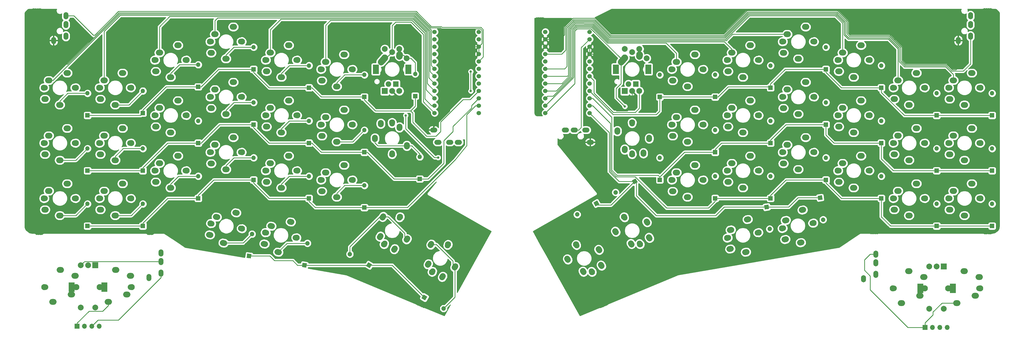
<source format=gbr>
G04 #@! TF.GenerationSoftware,KiCad,Pcbnew,(5.1.5)-3*
G04 #@! TF.CreationDate,2021-02-15T02:55:08-08:00*
G04 #@! TF.ProjectId,split,73706c69-742e-46b6-9963-61645f706362,rev?*
G04 #@! TF.SameCoordinates,Original*
G04 #@! TF.FileFunction,Copper,L2,Bot*
G04 #@! TF.FilePolarity,Positive*
%FSLAX46Y46*%
G04 Gerber Fmt 4.6, Leading zero omitted, Abs format (unit mm)*
G04 Created by KiCad (PCBNEW (5.1.5)-3) date 2021-02-15 02:55:08*
%MOMM*%
%LPD*%
G04 APERTURE LIST*
%ADD10C,1.524000*%
%ADD11C,1.900000*%
%ADD12O,2.500000X2.000000*%
%ADD13C,2.100000*%
%ADD14C,2.000000*%
%ADD15C,2.000000*%
%ADD16R,2.000000X3.200000*%
%ADD17R,2.000000X2.000000*%
%ADD18O,2.000000X2.500000*%
%ADD19C,2.250000*%
%ADD20C,2.250000*%
%ADD21C,1.905000*%
%ADD22R,1.905000X1.905000*%
%ADD23C,0.100000*%
%ADD24C,1.500000*%
%ADD25O,1.500000X1.500000*%
%ADD26R,1.500000X1.500000*%
%ADD27O,1.700000X1.700000*%
%ADD28R,1.700000X1.700000*%
%ADD29O,1.700000X2.500000*%
%ADD30O,2.500000X1.700000*%
%ADD31C,0.800000*%
%ADD32C,0.250000*%
%ADD33C,0.254000*%
G04 APERTURE END LIST*
D10*
X188447650Y140684250D03*
X188447650Y138144250D03*
X188447650Y135604250D03*
X188447650Y133064250D03*
X188447650Y130524250D03*
X188447650Y127984250D03*
X188447650Y125444250D03*
X188447650Y122904250D03*
X188447650Y120364250D03*
X188447650Y117824250D03*
X188447650Y115284250D03*
X188447650Y112744250D03*
X203667650Y112744250D03*
X203667650Y115284250D03*
X203667650Y117824250D03*
X203667650Y120364250D03*
X203667650Y122904250D03*
X203667650Y125444250D03*
X203667650Y127984250D03*
X203667650Y130524250D03*
X203667650Y133064250D03*
X203667650Y135604250D03*
X203667650Y138144250D03*
X203667650Y140684250D03*
D11*
X289401250Y130968750D03*
X299561250Y130968750D03*
D12*
X290671250Y133508750D03*
X297021250Y136048750D03*
X294481250Y125068750D03*
D13*
X299981250Y130968750D03*
X288981250Y130968750D03*
D12*
X289381250Y127068750D03*
D14*
X136433749Y65648014D02*
X136683749Y66081026D01*
D13*
X132981250Y67468110D03*
X138481250Y76994390D03*
D14*
X140715800Y69064744D02*
X140965800Y69497756D01*
X132476841Y76754449D02*
X132726841Y77187461D01*
X131501545Y69985187D02*
X131751545Y70418199D01*
D11*
X138271250Y76630659D03*
X133191250Y67831841D03*
D15*
X220781250Y134793750D03*
X215781250Y134793750D03*
D16*
X223881250Y127793750D03*
X212681250Y127793750D03*
D15*
X220781250Y120293750D03*
X218281250Y120293750D03*
D17*
X215781250Y120293750D03*
D14*
X207821249Y60010514D02*
X207571249Y60443526D01*
D13*
X204518750Y57930610D03*
X199018750Y67456890D03*
D14*
X207003300Y65427244D02*
X206753300Y65860256D01*
X196224341Y62136949D02*
X195974341Y62569961D01*
X201599045Y57907687D02*
X201349045Y58340699D01*
D11*
X199228750Y67093159D03*
X204308750Y58294341D03*
X220821250Y67831841D03*
X215741250Y76630659D03*
D14*
X218111545Y67445187D02*
X217861545Y67878199D01*
X212736841Y71674449D02*
X212486841Y72107461D01*
X223515800Y74964744D02*
X223265800Y75397756D01*
D13*
X215531250Y76994390D03*
X221031250Y67468110D03*
D14*
X224333749Y69548014D02*
X224083749Y69981026D01*
X251781439Y65882003D02*
X252273993Y65967967D01*
D13*
X250963149Y69698140D03*
X261799351Y71589360D03*
D14*
X257149355Y64788623D02*
X257641909Y64874587D01*
X257763751Y76041823D02*
X258256305Y76127787D01*
X251945007Y72447896D02*
X252437561Y72533860D01*
D11*
X261385605Y71517150D03*
X251376895Y69770350D03*
D14*
X270689605Y69157003D02*
X271182159Y69242967D01*
D13*
X269871315Y72973140D03*
X280707517Y74864360D03*
D14*
X276057521Y68063623D02*
X276550075Y68149587D01*
X276671917Y79316823D02*
X277164471Y79402787D01*
X270853173Y75722896D02*
X271345727Y75808860D01*
D11*
X280293771Y74792150D03*
X270285061Y73045350D03*
D12*
X232231250Y85793750D03*
D13*
X231831250Y89693750D03*
X242831250Y89693750D03*
D12*
X237331250Y83793750D03*
X239871250Y94773750D03*
X233521250Y92233750D03*
D11*
X242411250Y89693750D03*
X232251250Y89693750D03*
D12*
X251281250Y88968750D03*
D13*
X250881250Y92868750D03*
X261881250Y92868750D03*
D12*
X256381250Y86968750D03*
X258921250Y97948750D03*
X252571250Y95408750D03*
D11*
X261461250Y92868750D03*
X251301250Y92868750D03*
D12*
X270331250Y95318750D03*
D13*
X269931250Y99218750D03*
X280931250Y99218750D03*
D12*
X275431250Y93318750D03*
X277971250Y104298750D03*
X271621250Y101758750D03*
D11*
X280511250Y99218750D03*
X270351250Y99218750D03*
D12*
X289381250Y88968750D03*
D13*
X288981250Y92868750D03*
X299981250Y92868750D03*
D12*
X294481250Y86968750D03*
X297021250Y97948750D03*
X290671250Y95408750D03*
D11*
X299561250Y92868750D03*
X289401250Y92868750D03*
D12*
X308431250Y79443750D03*
D13*
X308031250Y83343750D03*
X319031250Y83343750D03*
D12*
X313531250Y77443750D03*
X316071250Y88423750D03*
X309721250Y85883750D03*
D11*
X318611250Y83343750D03*
X308451250Y83343750D03*
D12*
X327481250Y79443750D03*
D13*
X327081250Y83343750D03*
X338081250Y83343750D03*
D12*
X332581250Y77443750D03*
X335121250Y88423750D03*
X328771250Y85883750D03*
D11*
X337661250Y83343750D03*
X327501250Y83343750D03*
X218281250Y98901250D03*
X218281250Y109061250D03*
D18*
X215741250Y100171250D03*
X213201250Y106521250D03*
X224181250Y103981250D03*
D13*
X218281250Y109481250D03*
X218281250Y98481250D03*
D18*
X222181250Y98881250D03*
D12*
X232231250Y104843750D03*
D13*
X231831250Y108743750D03*
X242831250Y108743750D03*
D12*
X237331250Y102843750D03*
X239871250Y113823750D03*
X233521250Y111283750D03*
D11*
X242411250Y108743750D03*
X232251250Y108743750D03*
D12*
X251281250Y108018750D03*
D13*
X250881250Y111918750D03*
X261881250Y111918750D03*
D12*
X256381250Y106018750D03*
X258921250Y116998750D03*
X252571250Y114458750D03*
D11*
X261461250Y111918750D03*
X251301250Y111918750D03*
D12*
X270331250Y114368750D03*
D13*
X269931250Y118268750D03*
X280931250Y118268750D03*
D12*
X275431250Y112368750D03*
X277971250Y123348750D03*
X271621250Y120808750D03*
D11*
X280511250Y118268750D03*
X270351250Y118268750D03*
D12*
X289381250Y108018750D03*
D13*
X288981250Y111918750D03*
X299981250Y111918750D03*
D12*
X294481250Y106018750D03*
X297021250Y116998750D03*
X290671250Y114458750D03*
D11*
X299561250Y111918750D03*
X289401250Y111918750D03*
D12*
X308431250Y98493750D03*
D13*
X308031250Y102393750D03*
X319031250Y102393750D03*
D12*
X313531250Y96493750D03*
X316071250Y107473750D03*
X309721250Y104933750D03*
D11*
X318611250Y102393750D03*
X308451250Y102393750D03*
D12*
X327481250Y98493750D03*
D13*
X327081250Y102393750D03*
X338081250Y102393750D03*
D12*
X332581250Y96493750D03*
X335121250Y107473750D03*
X328771250Y104933750D03*
D11*
X337661250Y102393750D03*
X327501250Y102393750D03*
D19*
X220781250Y132293750D02*
X220820792Y132873782D01*
D20*
X220821250Y132873750D03*
D19*
X214471250Y130333750D02*
X215781240Y131793758D01*
D20*
X215781250Y131793750D03*
D15*
X223281250Y131593750D03*
X218281250Y133693750D03*
D21*
X217011250Y122713750D03*
D22*
X219551250Y122713750D03*
D11*
X232251250Y127793750D03*
X242411250Y127793750D03*
D12*
X233521250Y130333750D03*
X239871250Y132873750D03*
X237331250Y121893750D03*
D13*
X242831250Y127793750D03*
X231831250Y127793750D03*
D12*
X232231250Y123893750D03*
D11*
X251301250Y130968750D03*
X261461250Y130968750D03*
D12*
X252571250Y133508750D03*
X258921250Y136048750D03*
X256381250Y125068750D03*
D13*
X261881250Y130968750D03*
X250881250Y130968750D03*
D12*
X251281250Y127068750D03*
D11*
X270351250Y137318750D03*
X280511250Y137318750D03*
D12*
X271621250Y139858750D03*
X277971250Y142398750D03*
X275431250Y131418750D03*
D13*
X280931250Y137318750D03*
X269931250Y137318750D03*
D12*
X270331250Y133418750D03*
D11*
X308451250Y121443750D03*
X318611250Y121443750D03*
D12*
X309721250Y123983750D03*
X316071250Y126523750D03*
X313531250Y115543750D03*
D13*
X319031250Y121443750D03*
X308031250Y121443750D03*
D12*
X308431250Y117543750D03*
D11*
X327501250Y121443750D03*
X337661250Y121443750D03*
D12*
X328771250Y123983750D03*
X335121250Y126523750D03*
X332581250Y115543750D03*
D13*
X338081250Y121443750D03*
X327081250Y121443750D03*
D12*
X327481250Y117543750D03*
G04 #@! TA.AperFunction,ComponentPad*
D23*
G36*
X206274519Y82624519D02*
G01*
X207024519Y81325481D01*
X205725481Y80575481D01*
X204975481Y81874519D01*
X206274519Y82624519D01*
G37*
G04 #@! TD.AperFunction*
D24*
X199400886Y77790000D02*
X199400886Y77790000D01*
X212600886Y85390000D02*
X212600886Y85390000D01*
G04 #@! TA.AperFunction,ComponentPad*
D23*
G36*
X219474519Y90224519D02*
G01*
X220224519Y88925481D01*
X218925481Y88175481D01*
X218175481Y89474519D01*
X219474519Y90224519D01*
G37*
G04 #@! TD.AperFunction*
D24*
X265600000Y72800000D02*
X265600000Y72800000D01*
G04 #@! TA.AperFunction,ComponentPad*
D23*
G36*
X263706707Y80987481D02*
G01*
X265192472Y81193648D01*
X265398639Y79707883D01*
X263912874Y79501716D01*
X263706707Y80987481D01*
G37*
G04 #@! TD.AperFunction*
D24*
X284000000Y76000000D02*
X284000000Y76000000D01*
G04 #@! TA.AperFunction,ComponentPad*
D23*
G36*
X282106707Y84187481D02*
G01*
X283592472Y84393648D01*
X283798639Y82907883D01*
X282312874Y82701716D01*
X282106707Y84187481D01*
G37*
G04 #@! TD.AperFunction*
D25*
X246856250Y90963750D03*
D26*
X246856250Y83343750D03*
D25*
X265906250Y90963750D03*
D26*
X265906250Y83343750D03*
D25*
X284956250Y97313750D03*
D26*
X284956250Y89693750D03*
D25*
X304006250Y90963750D03*
D26*
X304006250Y83343750D03*
D25*
X323056250Y81438750D03*
D26*
X323056250Y73818750D03*
D25*
X342106250Y81438750D03*
D26*
X342106250Y73818750D03*
D25*
X227806250Y97313750D03*
D26*
X227806250Y89693750D03*
D25*
X246856250Y106838750D03*
D26*
X246856250Y99218750D03*
D25*
X265906250Y110013750D03*
D26*
X265906250Y102393750D03*
D25*
X284956250Y116363750D03*
D26*
X284956250Y108743750D03*
D25*
X304006250Y110013750D03*
D26*
X304006250Y102393750D03*
D25*
X323056250Y100488750D03*
D26*
X323056250Y92868750D03*
D25*
X342106250Y100488750D03*
D26*
X342106250Y92868750D03*
D25*
X227806250Y125888750D03*
D26*
X227806250Y118268750D03*
D25*
X246856250Y125888750D03*
D26*
X246856250Y118268750D03*
D25*
X265906250Y129063750D03*
D26*
X265906250Y121443750D03*
D25*
X284956250Y135413750D03*
D26*
X284956250Y127793750D03*
D25*
X304006250Y129063750D03*
D26*
X304006250Y121443750D03*
D25*
X323056250Y119538750D03*
D26*
X323056250Y111918750D03*
D25*
X342106250Y119538750D03*
D26*
X342106250Y111918750D03*
D15*
X138231250Y134793750D03*
X133231250Y134793750D03*
D16*
X141331250Y127793750D03*
X130131250Y127793750D03*
D15*
X138231250Y120293750D03*
X135731250Y120293750D03*
D17*
X133231250Y120293750D03*
D24*
X153442864Y45402500D02*
X153442864Y45402500D01*
G04 #@! TA.AperFunction,ComponentPad*
D23*
G36*
X145819231Y48937981D02*
G01*
X146569231Y50237019D01*
X147868269Y49487019D01*
X147118269Y48187981D01*
X145819231Y48937981D01*
G37*
G04 #@! TD.AperFunction*
D11*
X54451250Y130968750D03*
X64611250Y130968750D03*
D12*
X55721250Y133508750D03*
X62071250Y136048750D03*
X59531250Y125068750D03*
D13*
X65031250Y130968750D03*
X54031250Y130968750D03*
D12*
X54431250Y127068750D03*
D11*
X35401250Y83343750D03*
X45561250Y83343750D03*
D12*
X36671250Y85883750D03*
X43021250Y88423750D03*
X40481250Y77443750D03*
D13*
X45981250Y83343750D03*
X34981250Y83343750D03*
D12*
X35381250Y79443750D03*
D24*
X106616077Y67872682D02*
X106616077Y67872682D01*
G04 #@! TA.AperFunction,ComponentPad*
D23*
G36*
X106208549Y59479034D02*
G01*
X104722784Y59685201D01*
X104928951Y61170966D01*
X106414716Y60964799D01*
X106208549Y59479034D01*
G37*
G04 #@! TD.AperFunction*
D11*
X111601250Y108743750D03*
X121761250Y108743750D03*
D12*
X112871250Y111283750D03*
X119221250Y113823750D03*
X116681250Y102843750D03*
D13*
X122181250Y108743750D03*
X111181250Y108743750D03*
D12*
X111581250Y104843750D03*
D18*
X131831250Y109081250D03*
D13*
X135731250Y109481250D03*
X135731250Y98481250D03*
D18*
X129831250Y103981250D03*
X140811250Y101441250D03*
X138271250Y107791250D03*
D11*
X135731250Y98901250D03*
X135731250Y109061250D03*
X73501250Y99218750D03*
X83661250Y99218750D03*
D12*
X74771250Y101758750D03*
X81121250Y104298750D03*
X78581250Y93318750D03*
D13*
X84081250Y99218750D03*
X73081250Y99218750D03*
D12*
X73481250Y95318750D03*
D19*
X138231250Y132293750D02*
X138270792Y132873782D01*
D20*
X138271250Y132873750D03*
D19*
X131921250Y130333750D02*
X133231240Y131793758D01*
D20*
X133231250Y131793750D03*
D15*
X140731250Y131593750D03*
X135731250Y133693750D03*
D21*
X134461250Y122713750D03*
D22*
X137001250Y122713750D03*
D11*
X92551250Y130968750D03*
X102711250Y130968750D03*
D12*
X93821250Y133508750D03*
X100171250Y136048750D03*
X97631250Y125068750D03*
D13*
X103131250Y130968750D03*
X92131250Y130968750D03*
D12*
X92531250Y127068750D03*
D11*
X54451250Y111918750D03*
X64611250Y111918750D03*
D12*
X55721250Y114458750D03*
X62071250Y116998750D03*
X59531250Y106018750D03*
D13*
X65031250Y111918750D03*
X54031250Y111918750D03*
D12*
X54431250Y108018750D03*
D14*
X152952499Y56123014D02*
X153202499Y56556026D01*
D13*
X149500000Y57943110D03*
X155000000Y67469390D03*
D14*
X157234550Y59539744D02*
X157484550Y59972756D01*
X148995591Y67229449D02*
X149245591Y67662461D01*
X148020295Y60460187D02*
X148270295Y60893199D01*
D11*
X154790000Y67105659D03*
X149710000Y58306841D03*
D14*
X72791567Y70839819D02*
X73284709Y70757295D01*
D13*
X73287309Y74711090D03*
X84136451Y72895566D03*
D14*
X77491528Y68025505D02*
X77984670Y67942981D01*
X81808916Y78435700D02*
X82302058Y78353176D01*
X75126782Y76978587D02*
X75619924Y76896063D01*
D11*
X83722211Y72964886D03*
X73701549Y74641770D03*
X111601250Y89693750D03*
X121761250Y89693750D03*
D12*
X112871250Y92233750D03*
X119221250Y94773750D03*
X116681250Y83793750D03*
D13*
X122181250Y89693750D03*
X111181250Y89693750D03*
D12*
X111581250Y85793750D03*
D24*
X87566077Y71047682D02*
X87566077Y71047682D01*
G04 #@! TA.AperFunction,ComponentPad*
D23*
G36*
X87158549Y62654034D02*
G01*
X85672784Y62860201D01*
X85878951Y64345966D01*
X87364716Y64139799D01*
X87158549Y62654034D01*
G37*
G04 #@! TD.AperFunction*
D11*
X92551250Y92868750D03*
X102711250Y92868750D03*
D12*
X93821250Y95408750D03*
X100171250Y97948750D03*
X97631250Y86968750D03*
D13*
X103131250Y92868750D03*
X92131250Y92868750D03*
D12*
X92531250Y88968750D03*
D11*
X54451250Y92868750D03*
X64611250Y92868750D03*
D12*
X55721250Y95408750D03*
X62071250Y97948750D03*
X59531250Y86968750D03*
D13*
X65031250Y92868750D03*
X54031250Y92868750D03*
D12*
X54431250Y88968750D03*
D11*
X16351250Y83343750D03*
X26511250Y83343750D03*
D12*
X17621250Y85883750D03*
X23971250Y88423750D03*
X21431250Y77443750D03*
D13*
X26931250Y83343750D03*
X15931250Y83343750D03*
D12*
X16331250Y79443750D03*
D11*
X92551250Y111918750D03*
X102711250Y111918750D03*
D12*
X93821250Y114458750D03*
X100171250Y116998750D03*
X97631250Y106018750D03*
D13*
X103131250Y111918750D03*
X92131250Y111918750D03*
D12*
X92531250Y108018750D03*
D11*
X73501250Y118268750D03*
X83661250Y118268750D03*
D12*
X74771250Y120808750D03*
X81121250Y123348750D03*
X78581250Y112368750D03*
D13*
X84081250Y118268750D03*
X73081250Y118268750D03*
D12*
X73481250Y114368750D03*
D11*
X16351250Y102393750D03*
X26511250Y102393750D03*
D12*
X17621250Y104933750D03*
X23971250Y107473750D03*
X21431250Y96493750D03*
D13*
X26931250Y102393750D03*
X15931250Y102393750D03*
D12*
X16331250Y98493750D03*
D11*
X35401250Y102393750D03*
X45561250Y102393750D03*
D12*
X36671250Y104933750D03*
X43021250Y107473750D03*
X40481250Y96493750D03*
D13*
X45981250Y102393750D03*
X34981250Y102393750D03*
D12*
X35381250Y98493750D03*
D11*
X111601250Y127793750D03*
X121761250Y127793750D03*
D12*
X112871250Y130333750D03*
X119221250Y132873750D03*
X116681250Y121893750D03*
D13*
X122181250Y127793750D03*
X111181250Y127793750D03*
D12*
X111581250Y123893750D03*
D11*
X73501250Y137318750D03*
X83661250Y137318750D03*
D12*
X74771250Y139858750D03*
X81121250Y142398750D03*
X78581250Y131418750D03*
D13*
X84081250Y137318750D03*
X73081250Y137318750D03*
D12*
X73481250Y133418750D03*
D11*
X16351250Y121443750D03*
X26511250Y121443750D03*
D12*
X17621250Y123983750D03*
X23971250Y126523750D03*
X21431250Y115543750D03*
D13*
X26931250Y121443750D03*
X15931250Y121443750D03*
D12*
X16331250Y117543750D03*
D27*
X326670000Y38862500D03*
X324130000Y38862500D03*
X321590000Y38862500D03*
D28*
X319050000Y38862500D03*
D11*
X337623750Y52356250D03*
X327463750Y52356250D03*
D12*
X336353750Y49816250D03*
X330003750Y47276250D03*
X332543750Y58256250D03*
D13*
X327043750Y52356250D03*
X338043750Y52356250D03*
D12*
X337643750Y56256250D03*
D11*
X45761250Y52781250D03*
X35601250Y52781250D03*
D12*
X44491250Y50241250D03*
X38141250Y47701250D03*
X40681250Y58681250D03*
D13*
X35181250Y52781250D03*
X46181250Y52781250D03*
D12*
X45781250Y56681250D03*
D17*
X33656250Y60281250D03*
D15*
X31156250Y60281250D03*
X28656250Y60281250D03*
D16*
X36756250Y52781250D03*
X25556250Y52781250D03*
D15*
X33656250Y45781250D03*
X28656250Y45781250D03*
D11*
X26711250Y52781250D03*
X16551250Y52781250D03*
D12*
X25441250Y50241250D03*
X19091250Y47701250D03*
X21631250Y58681250D03*
D13*
X16131250Y52781250D03*
X27131250Y52781250D03*
D12*
X26731250Y56681250D03*
D17*
X325518750Y59856250D03*
D15*
X323018750Y59856250D03*
X320518750Y59856250D03*
D16*
X328618750Y52356250D03*
X317418750Y52356250D03*
D15*
X325518750Y45356250D03*
X320518750Y45356250D03*
D11*
X35401250Y121443750D03*
X45561250Y121443750D03*
D12*
X36671250Y123983750D03*
X43021250Y126523750D03*
X40481250Y115543750D03*
D13*
X45981250Y121443750D03*
X34981250Y121443750D03*
D12*
X35381250Y117543750D03*
D25*
X30956250Y119538750D03*
D26*
X30956250Y111918750D03*
D11*
X318573750Y52356250D03*
X308413750Y52356250D03*
D12*
X317303750Y49816250D03*
X310953750Y47276250D03*
X313493750Y58256250D03*
D13*
X307993750Y52356250D03*
X318993750Y52356250D03*
D12*
X318593750Y56256250D03*
D29*
X56275000Y64562500D03*
X56275000Y61562500D03*
X56275000Y57562500D03*
X52075000Y56062500D03*
D27*
X35023400Y39274800D03*
X32483400Y39274800D03*
X29943400Y39274800D03*
D28*
X27403400Y39274800D03*
D29*
X302100000Y64137500D03*
X302100000Y61137500D03*
X302100000Y57137500D03*
X297900000Y55637500D03*
D25*
X126206250Y87788750D03*
D26*
X126206250Y80168750D03*
D30*
X195387500Y106875000D03*
X198387500Y106875000D03*
X202387500Y106875000D03*
X203887500Y102675000D03*
D25*
X126206250Y106838750D03*
D26*
X126206250Y99218750D03*
D25*
X88106250Y97313750D03*
D26*
X88106250Y89693750D03*
D25*
X69056250Y90963750D03*
D26*
X69056250Y83343750D03*
D25*
X69056250Y110013750D03*
D26*
X69056250Y102393750D03*
D30*
X158537500Y102675000D03*
X155537500Y102675000D03*
X151537500Y102675000D03*
X150037500Y106875000D03*
D25*
X50006250Y81438750D03*
D26*
X50006250Y73818750D03*
D25*
X88106250Y116363750D03*
D26*
X88106250Y108743750D03*
D25*
X50006250Y100488750D03*
D26*
X50006250Y92868750D03*
D25*
X30956250Y81438750D03*
D26*
X30956250Y73818750D03*
D29*
X19331250Y137700000D03*
X23531250Y139200000D03*
X23531250Y143200000D03*
X23531250Y146200000D03*
G04 #@! TA.AperFunction,ComponentPad*
D23*
G36*
X128818269Y60599519D02*
G01*
X128068269Y59300481D01*
X126769231Y60050481D01*
X127519231Y61349519D01*
X128818269Y60599519D01*
G37*
G04 #@! TD.AperFunction*
D24*
X121194636Y64135000D02*
X121194636Y64135000D01*
D10*
X165567650Y140684250D03*
X165567650Y138144250D03*
X165567650Y135604250D03*
X165567650Y133064250D03*
X165567650Y130524250D03*
X165567650Y127984250D03*
X165567650Y125444250D03*
X165567650Y122904250D03*
X165567650Y120364250D03*
X165567650Y117824250D03*
X165567650Y115284250D03*
X165567650Y112744250D03*
X150347650Y112744250D03*
X150347650Y115284250D03*
X150347650Y117824250D03*
X150347650Y120364250D03*
X150347650Y122904250D03*
X150347650Y125444250D03*
X150347650Y127984250D03*
X150347650Y130524250D03*
X150347650Y133064250D03*
X150347650Y135604250D03*
X150347650Y138144250D03*
X150347650Y140684250D03*
D29*
X330481250Y137700000D03*
X334681250Y139200000D03*
X334681250Y143200000D03*
X334681250Y146200000D03*
D25*
X145256250Y97631250D03*
D26*
X145256250Y90011250D03*
D25*
X107156250Y90963750D03*
D26*
X107156250Y83343750D03*
D25*
X107156250Y110013750D03*
D26*
X107156250Y102393750D03*
D25*
X30956250Y100488750D03*
D26*
X30956250Y92868750D03*
D25*
X50006250Y120332500D03*
D26*
X50006250Y112712500D03*
D25*
X69056250Y129381250D03*
D26*
X69056250Y121761250D03*
D25*
X88106250Y135413750D03*
D26*
X88106250Y127793750D03*
D25*
X143668750Y126206250D03*
D26*
X143668750Y118586250D03*
D25*
X107156250Y129063750D03*
D26*
X107156250Y121443750D03*
D25*
X126206250Y125888750D03*
D26*
X126206250Y118268750D03*
D11*
X92490289Y71497614D03*
X102510951Y69820730D03*
D14*
X93915522Y73834431D02*
X94408664Y73751907D01*
X100597656Y75291544D02*
X101090798Y75209020D01*
X96280268Y64881349D02*
X96773410Y64798825D01*
D13*
X102925191Y69751410D03*
X92076049Y71566934D03*
D14*
X91580307Y67695663D02*
X92073449Y67613139D01*
D31*
X215800000Y115000000D03*
X162800000Y127000000D03*
X162800000Y120300000D03*
X151600000Y97400000D03*
X140400000Y111900000D03*
D32*
X21431250Y116793750D02*
X21431250Y115543750D01*
X24176250Y119538750D02*
X21431250Y116793750D01*
X30956250Y119538750D02*
X24176250Y119538750D01*
X49212500Y111918750D02*
X50006250Y112712500D01*
X30956250Y111918750D02*
X49212500Y111918750D01*
X58055000Y121761250D02*
X69056250Y121761250D01*
X50006250Y112712500D02*
X50006250Y113712500D01*
X50006250Y113712500D02*
X58055000Y121761250D01*
X76088750Y127793750D02*
X87106250Y127793750D01*
X70056250Y121761250D02*
X76088750Y127793750D01*
X87106250Y127793750D02*
X88106250Y127793750D01*
X69056250Y121761250D02*
X70056250Y121761250D01*
X93456250Y121443750D02*
X106156250Y121443750D01*
X106156250Y121443750D02*
X107156250Y121443750D01*
X88106250Y126793750D02*
X93456250Y121443750D01*
X88106250Y127793750D02*
X88106250Y126793750D01*
X111331250Y118268750D02*
X125206250Y118268750D01*
X108156250Y121443750D02*
X111331250Y118268750D01*
X125206250Y118268750D02*
X126206250Y118268750D01*
X107156250Y121443750D02*
X108156250Y121443750D01*
X126206250Y117268750D02*
X129968750Y113506250D01*
X126206250Y118268750D02*
X126206250Y117268750D01*
X129968750Y113506250D02*
X142081250Y113506250D01*
X143668750Y115093750D02*
X143668750Y118586250D01*
X142081250Y113506250D02*
X143668750Y115093750D01*
X152400000Y106362500D02*
X150812500Y104775000D01*
X150812500Y104775000D02*
X147637500Y104775000D01*
X147637500Y104775000D02*
X142875000Y109537500D01*
X142875000Y109537500D02*
X142875000Y112712500D01*
X142875000Y112712500D02*
X142081250Y113506250D01*
X152400000Y106362500D02*
X152400000Y109701090D01*
X160098910Y117400000D02*
X162600000Y117400000D01*
X152400000Y109701090D02*
X160098910Y117400000D01*
X165567650Y120364250D02*
X162600000Y117400000D01*
X162600000Y117400000D02*
X162612480Y117409080D01*
X45217500Y115543750D02*
X40481250Y115543750D01*
X50006250Y120332500D02*
X45217500Y115543750D01*
X59531250Y126318750D02*
X59531250Y125068750D01*
X62593750Y129381250D02*
X59531250Y126318750D01*
X69056250Y129381250D02*
X62593750Y129381250D01*
X78581250Y132668750D02*
X78581250Y131418750D01*
X81326250Y135413750D02*
X78581250Y132668750D01*
X88106250Y135413750D02*
X81326250Y135413750D01*
X97631250Y126318750D02*
X97631250Y125068750D01*
X100376250Y129063750D02*
X97631250Y126318750D01*
X107156250Y129063750D02*
X100376250Y129063750D01*
X116681250Y123143750D02*
X116681250Y121893750D01*
X119426250Y125888750D02*
X116681250Y123143750D01*
X126206250Y125888750D02*
X119426250Y125888750D01*
X138551251Y132593749D02*
X138271250Y132873750D01*
X139731251Y132593749D02*
X138551251Y132593749D01*
X140731250Y131593750D02*
X139731251Y132593749D01*
X143668750Y130070463D02*
X143668750Y127266910D01*
X142145463Y131593750D02*
X143668750Y130070463D01*
X143668750Y127266910D02*
X143668750Y126206250D01*
X140731250Y131593750D02*
X142145463Y131593750D01*
X228806250Y118268750D02*
X246856250Y118268750D01*
X227806250Y118268750D02*
X228806250Y118268750D01*
X264906250Y121761250D02*
X265906250Y121761250D01*
X251348750Y121761250D02*
X264906250Y121761250D01*
X247856250Y118268750D02*
X251348750Y121761250D01*
X246856250Y118268750D02*
X247856250Y118268750D01*
X270938750Y127793750D02*
X283956250Y127793750D01*
X283956250Y127793750D02*
X284956250Y127793750D01*
X265906250Y122761250D02*
X270938750Y127793750D01*
X265906250Y121761250D02*
X265906250Y122761250D01*
X290306250Y121443750D02*
X303006250Y121443750D01*
X303006250Y121443750D02*
X304006250Y121443750D01*
X284956250Y126793750D02*
X290306250Y121443750D01*
X284956250Y127793750D02*
X284956250Y126793750D01*
X322056250Y111918750D02*
X323056250Y111918750D01*
X304006250Y119844903D02*
X311932403Y111918750D01*
X311932403Y111918750D02*
X322056250Y111918750D01*
X304006250Y121443750D02*
X304006250Y119844903D01*
X342106250Y111918750D02*
X324081250Y111918750D01*
X324081250Y111918750D02*
X323056250Y111918750D01*
X203667650Y120364250D02*
X211800000Y112231900D01*
X211800000Y112231900D02*
X226631900Y112231900D01*
X227806250Y113406250D02*
X227806250Y118268750D01*
X226631900Y112231900D02*
X227806250Y113406250D01*
X26961250Y96493750D02*
X21431250Y96493750D01*
X30956250Y100488750D02*
X26961250Y96493750D01*
X30956250Y92868750D02*
X50006250Y92868750D01*
X68056250Y102393750D02*
X69056250Y102393750D01*
X58531250Y102393750D02*
X68056250Y102393750D01*
X50006250Y93868750D02*
X58531250Y102393750D01*
X50006250Y92868750D02*
X50006250Y93868750D01*
X87106250Y108743750D02*
X88106250Y108743750D01*
X70056250Y102393750D02*
X76406250Y108743750D01*
X76406250Y108743750D02*
X87106250Y108743750D01*
X69056250Y102393750D02*
X70056250Y102393750D01*
X93456250Y102393750D02*
X106156250Y102393750D01*
X106156250Y102393750D02*
X107156250Y102393750D01*
X88106250Y107743750D02*
X93456250Y102393750D01*
X88106250Y108743750D02*
X88106250Y107743750D01*
X125206250Y99218750D02*
X126206250Y99218750D01*
X111331250Y99218750D02*
X125206250Y99218750D01*
X108156250Y102393750D02*
X111331250Y99218750D01*
X107156250Y102393750D02*
X108156250Y102393750D01*
X136413750Y90011250D02*
X144256250Y90011250D01*
X144256250Y90011250D02*
X145256250Y90011250D01*
X127206250Y99218750D02*
X136413750Y90011250D01*
X126206250Y99218750D02*
X127206250Y99218750D01*
X148112340Y90011250D02*
X145256250Y90011250D01*
X153500000Y103200000D02*
X153500000Y95398910D01*
X153500000Y95398910D02*
X148112340Y90011250D01*
X163062490Y115319090D02*
X163062490Y114493130D01*
X163062490Y114493130D02*
X156700000Y108130640D01*
X165567650Y117824250D02*
X163062490Y115319090D01*
X156700000Y108130640D02*
X156700000Y106400000D01*
X156700000Y106400000D02*
X153500000Y103200000D01*
X40481250Y97743750D02*
X40481250Y96493750D01*
X43226250Y100488750D02*
X40481250Y97743750D01*
X50006250Y100488750D02*
X43226250Y100488750D01*
X78581250Y113618750D02*
X78581250Y112368750D01*
X81326250Y116363750D02*
X78581250Y113618750D01*
X88106250Y116363750D02*
X81326250Y116363750D01*
X97631250Y107268750D02*
X97631250Y106018750D01*
X100376250Y110013750D02*
X97631250Y107268750D01*
X107156250Y110013750D02*
X100376250Y110013750D01*
X122211250Y102843750D02*
X116681250Y102843750D01*
X126206250Y106838750D02*
X122211250Y102843750D01*
X142061250Y101441250D02*
X140811250Y101441250D01*
X142506910Y101441250D02*
X142061250Y101441250D01*
X145256250Y98691910D02*
X142506910Y101441250D01*
X145256250Y97631250D02*
X145256250Y98691910D01*
X129831250Y102481250D02*
X129831250Y103981250D01*
X130871250Y101441250D02*
X129831250Y102481250D01*
X140811250Y101441250D02*
X130871250Y101441250D01*
X323056250Y92868750D02*
X308131250Y92868750D01*
X304006250Y96993750D02*
X304006250Y102393750D01*
X308131250Y92868750D02*
X304006250Y96993750D01*
X304006250Y102393750D02*
X287706250Y102393750D01*
X284956250Y105143750D02*
X284956250Y108743750D01*
X287706250Y102393750D02*
X284956250Y105143750D01*
X265906250Y103393750D02*
X265906250Y102393750D01*
X271256250Y108743750D02*
X265906250Y103393750D01*
X284956250Y108743750D02*
X271256250Y108743750D01*
X246856250Y100218750D02*
X246856250Y99218750D01*
X249031250Y102393750D02*
X246856250Y100218750D01*
X265906250Y102393750D02*
X249031250Y102393750D01*
X236331250Y99218750D02*
X227806250Y90693750D01*
X246856250Y99218750D02*
X236331250Y99218750D01*
X323056250Y92868750D02*
X342106250Y92868750D01*
X204745280Y117824250D02*
X211300020Y111269510D01*
X203667650Y117824250D02*
X204745280Y117824250D01*
X211300020Y111269510D02*
X211300020Y92972800D01*
X211300020Y92972800D02*
X213022810Y91250010D01*
X227806250Y90693750D02*
X227806250Y89693750D01*
X227249990Y91250010D02*
X227806250Y90693750D01*
X213022810Y91250010D02*
X227249990Y91250010D01*
X26961250Y77443750D02*
X21431250Y77443750D01*
X30956250Y81438750D02*
X26961250Y77443750D01*
X109331250Y80168750D02*
X107156250Y82343750D01*
X107156250Y82343750D02*
X107156250Y83343750D01*
X126206250Y80168750D02*
X109331250Y80168750D01*
X88106250Y88693750D02*
X88106250Y89693750D01*
X93456250Y83343750D02*
X88106250Y88693750D01*
X107156250Y83343750D02*
X93456250Y83343750D01*
X69056250Y84343750D02*
X69056250Y83343750D01*
X74406250Y89693750D02*
X69056250Y84343750D01*
X88106250Y89693750D02*
X74406250Y89693750D01*
X50006250Y74818750D02*
X50006250Y73818750D01*
X58531250Y83343750D02*
X50006250Y74818750D01*
X69056250Y83343750D02*
X58531250Y83343750D01*
X49006250Y73818750D02*
X30956250Y73818750D01*
X50006250Y73818750D02*
X49006250Y73818750D01*
X138906250Y80168750D02*
X126206250Y80168750D01*
X140968750Y80168750D02*
X138906250Y80168750D01*
X165567650Y115284250D02*
X164490020Y115284250D01*
X164490020Y115284250D02*
X161400000Y112194230D01*
X161400000Y112194230D02*
X161400000Y101507749D01*
X161400000Y101507749D02*
X157542066Y96742066D01*
X157542066Y96742066D02*
X140968750Y80168750D01*
X46011250Y77443750D02*
X40481250Y77443750D01*
X50006250Y81438750D02*
X46011250Y77443750D01*
X59531250Y88218750D02*
X59531250Y86968750D01*
X62276250Y90963750D02*
X59531250Y88218750D01*
X69056250Y90963750D02*
X62276250Y90963750D01*
X78581250Y94568750D02*
X78581250Y93318750D01*
X81326250Y97313750D02*
X78581250Y94568750D01*
X88106250Y97313750D02*
X81326250Y97313750D01*
X97631250Y88218750D02*
X97631250Y86968750D01*
X100376250Y90963750D02*
X97631250Y88218750D01*
X107156250Y90963750D02*
X100376250Y90963750D01*
X116681250Y85043750D02*
X116681250Y83793750D01*
X119426250Y87788750D02*
X116681250Y85043750D01*
X126206250Y87788750D02*
X119426250Y87788750D01*
X341106250Y73818750D02*
X323056250Y73818750D01*
X342106250Y73818750D02*
X341106250Y73818750D01*
X323056250Y73818750D02*
X307181250Y73818750D01*
X304006250Y76993750D02*
X304006250Y83343750D01*
X307181250Y73818750D02*
X304006250Y76993750D01*
X284956250Y88693750D02*
X284956250Y89693750D01*
X290306250Y83343750D02*
X284956250Y88693750D01*
X304006250Y83343750D02*
X290306250Y83343750D01*
X265906250Y84343750D02*
X265906250Y83343750D01*
X271256250Y89693750D02*
X265906250Y84343750D01*
X284956250Y89693750D02*
X271256250Y89693750D01*
X264906250Y83343750D02*
X246856250Y83343750D01*
X265906250Y83343750D02*
X264906250Y83343750D01*
X246856250Y82343750D02*
X246856250Y83343750D01*
X219358674Y90800000D02*
X230158674Y80000000D01*
X203667650Y115284250D02*
X204745280Y115284250D01*
X204745280Y115284250D02*
X210850010Y109179520D01*
X210850010Y109179520D02*
X210850010Y92786400D01*
X210850010Y92786400D02*
X212836410Y90800000D01*
X244512500Y80000000D02*
X246856250Y82343750D01*
X230158674Y80000000D02*
X244512500Y80000000D01*
X212836410Y90800000D02*
X219358674Y90800000D01*
X134432547Y76970955D02*
X133700164Y76970955D01*
X140109873Y71293629D02*
X134432547Y76970955D01*
X140109873Y70012177D02*
X140109873Y71293629D01*
X133700164Y76970955D02*
X132601841Y76970955D01*
X140840800Y69281250D02*
X140109873Y70012177D01*
X121194636Y66662073D02*
X121194636Y65195660D01*
X121194636Y65195660D02*
X121194636Y64135000D01*
X131503518Y76970955D02*
X121194636Y66662073D01*
X132601841Y76970955D02*
X131503518Y76970955D01*
X105568750Y60325000D02*
X127793750Y60325000D01*
X105568750Y60325000D02*
X103187500Y60325000D01*
X103187500Y60325000D02*
X101600000Y61912500D01*
X101600000Y61912500D02*
X95250000Y61912500D01*
X93662500Y63500000D02*
X86518750Y63500000D01*
X95250000Y61912500D02*
X93662500Y63500000D01*
X135731250Y60325000D02*
X146843750Y49212500D01*
X127793750Y60325000D02*
X135731250Y60325000D01*
X156628623Y61768629D02*
X150928502Y67468750D01*
X157359550Y59756250D02*
X156628623Y60487177D01*
X156628623Y60487177D02*
X156628623Y61768629D01*
X150905707Y67445955D02*
X149120591Y67445955D01*
X150928502Y67468750D02*
X150905707Y67445955D01*
X157359550Y49319186D02*
X153442864Y45402500D01*
X157359550Y59756250D02*
X157359550Y49319186D01*
X84502638Y67984243D02*
X77738099Y67984243D01*
X87566077Y71047682D02*
X84502638Y67984243D01*
X218650962Y88650962D02*
X219200000Y89200000D01*
X211050962Y81050962D02*
X218650962Y88650962D01*
X206549038Y81050962D02*
X211050962Y81050962D01*
X206000000Y81600000D02*
X206549038Y81050962D01*
X219749038Y88650962D02*
X219749038Y84250962D01*
X219200000Y89200000D02*
X219749038Y88650962D01*
X219749038Y84250962D02*
X226600000Y77400000D01*
X226600000Y77400000D02*
X247000000Y77400000D01*
X249947682Y80347682D02*
X264552673Y80347682D01*
X247000000Y77400000D02*
X249947682Y80347682D01*
X264552673Y80347682D02*
X272147682Y80347682D01*
X275347682Y83547682D02*
X282952673Y83547682D01*
X272147682Y80347682D02*
X275347682Y83547682D01*
X203667650Y112744250D02*
X210400000Y106011900D01*
X210400000Y106011900D02*
X210400000Y92600000D01*
X213800000Y89200000D02*
X219200000Y89200000D01*
X210400000Y92600000D02*
X213800000Y89200000D01*
X19121250Y123983750D02*
X41981250Y146843750D01*
X17621250Y123983750D02*
X19121250Y123983750D01*
X41981250Y146843750D02*
X143668750Y146843750D01*
X143668750Y146843750D02*
X149225000Y141287500D01*
X149225000Y129106900D02*
X150347650Y127984250D01*
X149225000Y141287500D02*
X149225000Y129106900D01*
X150347650Y125444250D02*
X148774990Y127016910D01*
X148774990Y127016910D02*
X148774990Y141101100D01*
X148774990Y141101100D02*
X143482350Y146393740D01*
X143482350Y146393740D02*
X42167650Y146393740D01*
X42167650Y146393740D02*
X42167650Y146367650D01*
X36671250Y140871250D02*
X36671250Y123983750D01*
X42167650Y146367650D02*
X36671250Y140871250D01*
X150347650Y122904250D02*
X148324980Y124926920D01*
X148324980Y124926920D02*
X148324980Y140914700D01*
X143295950Y145943730D02*
X59243730Y145943730D01*
X148324980Y140914700D02*
X143295950Y145943730D01*
X55721250Y142421250D02*
X55721250Y133508750D01*
X59243730Y145943730D02*
X55721250Y142421250D01*
X150347650Y120364250D02*
X147874970Y122836930D01*
X147874970Y140725030D02*
X143106280Y145493720D01*
X147874970Y122836930D02*
X147874970Y140725030D01*
X143106280Y145493720D02*
X75693720Y145493720D01*
X74771250Y144571250D02*
X74771250Y141108750D01*
X74771250Y141108750D02*
X74771250Y139858750D01*
X75693720Y145493720D02*
X74771250Y144571250D01*
X150347650Y117824250D02*
X147424960Y120746940D01*
X147424960Y120746940D02*
X147424960Y140538630D01*
X147424960Y140538630D02*
X142919880Y145043710D01*
X142919880Y145043710D02*
X97443710Y145043710D01*
X93821250Y141421250D02*
X93821250Y133508750D01*
X97443710Y145043710D02*
X93821250Y141421250D01*
X149270020Y115284250D02*
X146974950Y117579320D01*
X150347650Y115284250D02*
X149270020Y115284250D01*
X146974950Y140225050D02*
X142606300Y144593700D01*
X146974950Y117579320D02*
X146974950Y140225050D01*
X142606300Y144593700D02*
X114493700Y144593700D01*
X112871250Y142971250D02*
X112871250Y130333750D01*
X114493700Y144593700D02*
X112871250Y142971250D01*
X132371250Y130333750D02*
X135731250Y133693750D01*
X131921250Y130333750D02*
X132371250Y130333750D01*
X150347650Y112744250D02*
X146524940Y116566960D01*
X146524940Y139775060D02*
X142300000Y144000000D01*
X146524940Y116566960D02*
X146524940Y139775060D01*
X142300000Y144000000D02*
X136900000Y144000000D01*
X135731250Y142831250D02*
X135731250Y133693750D01*
X136900000Y144000000D02*
X135731250Y142831250D01*
X312000000Y128600000D02*
X326200000Y128600000D01*
X310200000Y135036410D02*
X310200000Y130400000D01*
X306586401Y138650009D02*
X310200000Y135036410D01*
X292786400Y138650010D02*
X306586401Y138650009D01*
X291650010Y139786400D02*
X292786400Y138650010D01*
X195899950Y142118406D02*
X198252855Y144471307D01*
X205307816Y144471306D02*
X210729072Y139050050D01*
X326200000Y128600000D02*
X328771250Y126028750D01*
X195899945Y128800000D02*
X195899950Y142118406D01*
X310200000Y130400000D02*
X312000000Y128600000D01*
X198252855Y144471307D02*
X205307816Y144471306D01*
X291650010Y144022810D02*
X291650010Y139786400D01*
X210729072Y139050050D02*
X250140820Y139050050D01*
X195084195Y127984250D02*
X195899945Y128800000D01*
X188447650Y127984250D02*
X195084195Y127984250D01*
X250140820Y139050050D02*
X258190791Y147100019D01*
X328771250Y126028750D02*
X328771250Y123983750D01*
X258190791Y147100019D02*
X288572802Y147100018D01*
X288572802Y147100018D02*
X291650010Y144022810D01*
X309721250Y134878750D02*
X309721250Y123983750D01*
X292600000Y138200000D02*
X306400000Y138200000D01*
X291200000Y139600000D02*
X292600000Y138200000D01*
X196349954Y125732194D02*
X196349958Y141932005D01*
X196349958Y141932005D02*
X198439255Y144021297D01*
X198439255Y144021297D02*
X205121415Y144021297D01*
X306400000Y138200000D02*
X309721250Y134878750D01*
X258377190Y146650010D02*
X288386401Y146650009D01*
X188447650Y125444250D02*
X196062010Y125444250D01*
X196062010Y125444250D02*
X196349954Y125732194D01*
X205121415Y144021297D02*
X210542672Y138600040D01*
X250327220Y138600040D02*
X258377190Y146650010D01*
X210542672Y138600040D02*
X250327220Y138600040D01*
X288386401Y146650009D02*
X291200000Y143836410D01*
X291200000Y143836410D02*
X291200000Y139600000D01*
X288200000Y146200000D02*
X290671250Y143728750D01*
X210356272Y138150030D02*
X250513620Y138150030D01*
X194158420Y122904250D02*
X196799963Y125545793D01*
X290671250Y143728750D02*
X290671250Y133508750D01*
X250513620Y138150030D02*
X258563590Y146200000D01*
X198625654Y143571288D02*
X204935015Y143571287D01*
X204935015Y143571287D02*
X210356272Y138150030D01*
X188447650Y122904250D02*
X194158420Y122904250D01*
X258563590Y146200000D02*
X288200000Y146200000D01*
X196799963Y125545793D02*
X196799966Y141745604D01*
X196799966Y141745604D02*
X198625654Y143571288D01*
X252858750Y139858750D02*
X271621250Y139858750D01*
X250700020Y137700020D02*
X252858750Y139858750D01*
X210169872Y137700020D02*
X250700020Y137700020D01*
X192254830Y120364250D02*
X197249972Y125359392D01*
X188447650Y120364250D02*
X192254830Y120364250D01*
X204748614Y143121278D02*
X210169872Y137700020D01*
X197249972Y125359392D02*
X197249974Y141559203D01*
X197249974Y141559203D02*
X198812053Y143121279D01*
X198812053Y143121279D02*
X204748614Y143121278D01*
X252571250Y134758750D02*
X252571250Y133508750D01*
X250079990Y137250010D02*
X252571250Y134758750D01*
X204562213Y142671269D02*
X209983472Y137250010D01*
X198998452Y142671270D02*
X204562213Y142671269D01*
X189209649Y118586249D02*
X191113239Y118586249D01*
X197699982Y141372802D02*
X198998452Y142671270D01*
X188447650Y117824250D02*
X189209649Y118586249D01*
X191113239Y118586249D02*
X197699981Y125172991D01*
X209983472Y137250010D02*
X250079990Y137250010D01*
X197699981Y125172991D02*
X197699982Y141372802D01*
X188447650Y115284250D02*
X198149990Y124986590D01*
X198149990Y124986590D02*
X198149991Y141186401D01*
X233521250Y133278750D02*
X233521250Y130333750D01*
X230000000Y136800000D02*
X233521250Y133278750D01*
X199184851Y142221261D02*
X204375812Y142221260D01*
X198149991Y141186401D02*
X199184851Y142221261D01*
X209797072Y136800000D02*
X212950000Y136800000D01*
X213036410Y136800000D02*
X212950000Y136800000D01*
X204375812Y142221260D02*
X209797072Y136800000D01*
X212950000Y136800000D02*
X230000000Y136800000D01*
X188447650Y112744250D02*
X198600000Y122896600D01*
X198600000Y122896600D02*
X198600000Y141000000D01*
X214456249Y130348751D02*
X214471250Y130333750D01*
X214471250Y130333750D02*
X214471250Y122871250D01*
X214471250Y122871250D02*
X212800000Y121200000D01*
X212800000Y118000000D02*
X215800000Y115000000D01*
X212800000Y121200000D02*
X212800000Y118000000D01*
X204189411Y141771251D02*
X214471250Y131489412D01*
X214471250Y131489412D02*
X214471250Y130333750D01*
X199371251Y141771251D02*
X204189411Y141771251D01*
X198600000Y141000000D02*
X199371251Y141771251D01*
X150037500Y107975000D02*
X155575000Y113512500D01*
X150037500Y106875000D02*
X150037500Y107975000D01*
X155575000Y113512500D02*
X155575000Y128587500D01*
X162591750Y135604250D02*
X165567650Y135604250D01*
X155575000Y128587500D02*
X162591750Y135604250D01*
X165567650Y134141880D02*
X165567650Y135604250D01*
X165567650Y133064250D02*
X165567650Y134141880D01*
X165567650Y135604250D02*
X166654651Y136691251D01*
X166654651Y136691251D02*
X166654651Y141206011D01*
X19331250Y130675000D02*
X19331250Y131075000D01*
X20431250Y129575000D02*
X19331250Y130675000D01*
X24076090Y129575000D02*
X20431250Y129575000D01*
X41794849Y147293759D02*
X24076090Y129575000D01*
X19331250Y131075000D02*
X19331250Y137700000D01*
X166089411Y141771251D02*
X152709999Y141771251D01*
X166654651Y141206011D02*
X166089411Y141771251D01*
X152400000Y142081250D02*
X149067660Y142081250D01*
X152709999Y141771251D02*
X152400000Y142081250D01*
X143855151Y147293759D02*
X41794849Y147293759D01*
X149067660Y142081250D02*
X143855151Y147293759D01*
X32483400Y39274800D02*
X34608600Y41400000D01*
X56275000Y56062500D02*
X56275000Y57562500D01*
X41612500Y41400000D02*
X56275000Y56062500D01*
X34608600Y41400000D02*
X41612500Y41400000D01*
X162800000Y126434315D02*
X162800000Y120300000D01*
X162800000Y127000000D02*
X162800000Y126434315D01*
X203667650Y138144250D02*
X200800000Y135276600D01*
X199887500Y106875000D02*
X198387500Y106875000D01*
X200800000Y107787500D02*
X199887500Y106875000D01*
X200800000Y135276600D02*
X200800000Y107787500D01*
X29656249Y61281249D02*
X28656250Y60281250D01*
X29981251Y61606251D02*
X29656249Y61281249D01*
X55175000Y61562500D02*
X55131249Y61606251D01*
X55131249Y61606251D02*
X29981251Y61606251D01*
X56275000Y61562500D02*
X55175000Y61562500D01*
X38141250Y46451250D02*
X38141250Y47701250D01*
X36146249Y44456249D02*
X38141250Y46451250D01*
X31484849Y44456249D02*
X36146249Y44456249D01*
X27403400Y40374800D02*
X31484849Y44456249D01*
X27403400Y39274800D02*
X27403400Y40374800D01*
X33439680Y139575000D02*
X41608448Y147743768D01*
X41608448Y147743768D02*
X144041551Y147743769D01*
X32925000Y139575000D02*
X33439680Y139575000D01*
X23531250Y146200000D02*
X26300000Y146200000D01*
X26300000Y146200000D02*
X32925000Y139575000D01*
X152586400Y142531260D02*
X152896399Y142221261D01*
X152896399Y142221261D02*
X166275811Y142221261D01*
X167104660Y132061260D02*
X165567650Y130524250D01*
X144041551Y147743769D02*
X149254060Y142531260D01*
X149254060Y142531260D02*
X152586400Y142531260D01*
X166275811Y142221261D02*
X167104660Y141392412D01*
X167104660Y141392412D02*
X167104660Y132061260D01*
X319050000Y38862500D02*
X313137500Y38862500D01*
X313137500Y38862500D02*
X300200000Y51800000D01*
X300200000Y51800000D02*
X300200000Y56600000D01*
X300200000Y56600000D02*
X298200000Y58600000D01*
X298200000Y58600000D02*
X298200000Y62200000D01*
X300137500Y64137500D02*
X302100000Y64137500D01*
X298200000Y62200000D02*
X300137500Y64137500D01*
X330003750Y47276250D02*
X324876250Y47276250D01*
X324876250Y47276250D02*
X321800000Y44200000D01*
X321800000Y44200000D02*
X321800000Y43200000D01*
X319050000Y40450000D02*
X319050000Y38862500D01*
X321800000Y43200000D02*
X319050000Y40450000D01*
X203667650Y134526620D02*
X203667650Y133064250D01*
X203667650Y135604250D02*
X203667650Y134526620D01*
X204745280Y133064250D02*
X210400000Y127409530D01*
X203667650Y133064250D02*
X204745280Y133064250D01*
X210400000Y116000000D02*
X212949990Y113450010D01*
X210400000Y127409530D02*
X210400000Y116000000D01*
X218281250Y120293750D02*
X218281250Y115131260D01*
X216600000Y113450010D02*
X212949990Y113450010D01*
X218281250Y115131260D02*
X216600000Y113450010D01*
X329650010Y127650010D02*
X330481250Y128481250D01*
X328422810Y127650010D02*
X329650010Y127650010D01*
X312372800Y129500020D02*
X326572801Y129500019D01*
X311200000Y135309230D02*
X311200000Y130672820D01*
X326572801Y129500019D02*
X328422810Y127650010D01*
X306959203Y139550027D02*
X311200000Y135309230D01*
X197880057Y145371325D02*
X205680618Y145371324D01*
X293286382Y139550028D02*
X306959203Y139550027D01*
X194999934Y142491208D02*
X197880057Y145371325D01*
X288945604Y148000036D02*
X292550030Y144395610D01*
X292550030Y140286380D02*
X293286382Y139550028D01*
X194999931Y139600000D02*
X194999934Y142491208D01*
X292550030Y144395610D02*
X292550030Y140286380D01*
X330481250Y128481250D02*
X330481250Y137700000D01*
X188447650Y138144250D02*
X193544181Y138144250D01*
X211101872Y139950070D02*
X249768020Y139950070D01*
X205680618Y145371324D02*
X211101872Y139950070D01*
X193544181Y138144250D02*
X194999931Y139600000D01*
X249768020Y139950070D02*
X257817993Y148000037D01*
X311200000Y130672820D02*
X312372800Y129500020D01*
X257817993Y148000037D02*
X288945604Y148000036D01*
X334681250Y132487500D02*
X334681250Y139200000D01*
X334681250Y129681250D02*
X334681250Y132487500D01*
X332200000Y127200000D02*
X334681250Y129681250D01*
X326386400Y129050010D02*
X328236410Y127200000D01*
X312186400Y129050010D02*
X326386400Y129050010D01*
X328236410Y127200000D02*
X332200000Y127200000D01*
X310650010Y130586400D02*
X312186400Y129050010D01*
X306772802Y139100018D02*
X310650010Y135222810D01*
X293099981Y139100019D02*
X306772802Y139100018D01*
X292100020Y140099980D02*
X293099981Y139100019D01*
X198066456Y144921316D02*
X205494217Y144921315D01*
X195449938Y134400000D02*
X195449942Y142304807D01*
X195449942Y142304807D02*
X198066456Y144921316D01*
X188447650Y133064250D02*
X194114188Y133064250D01*
X194114188Y133064250D02*
X195449938Y134400000D01*
X310650010Y135222810D02*
X310650010Y130586400D01*
X205494217Y144921315D02*
X210915472Y139500060D01*
X210915472Y139500060D02*
X249954420Y139500060D01*
X288759203Y147550027D02*
X292100020Y144209210D01*
X249954420Y139500060D02*
X258004392Y147550028D01*
X258004392Y147550028D02*
X288759203Y147550027D01*
X292100020Y144209210D02*
X292100020Y140099980D01*
X151600000Y97400000D02*
X150300000Y97400000D01*
X150300000Y97400000D02*
X140400000Y107300000D01*
X140400000Y107300000D02*
X140400000Y111900000D01*
X140400000Y111900000D02*
X140400000Y111900000D01*
X203667650Y125444250D02*
X205200000Y123911900D01*
X205200000Y123911900D02*
X205200000Y119600000D01*
X205200000Y119600000D02*
X211800000Y113000000D01*
X211800000Y113000000D02*
X219400000Y113000000D01*
X220781250Y114381250D02*
X220781250Y120293750D01*
X219400000Y113000000D02*
X220781250Y114381250D01*
X99559434Y67872682D02*
X96526839Y64840087D01*
X106616077Y67872682D02*
X99559434Y67872682D01*
D33*
G36*
X14657358Y148654117D02*
G01*
X14803640Y148625020D01*
X14827457Y148612290D01*
X14951867Y148574550D01*
X15048831Y148565000D01*
X15081250Y148561807D01*
X15113669Y148565000D01*
X20328526Y148565000D01*
X20243710Y148360236D01*
X20196250Y148121637D01*
X20196250Y147878363D01*
X20243710Y147639764D01*
X20336807Y147415008D01*
X20471963Y147212733D01*
X20643983Y147040713D01*
X20846258Y146905557D01*
X21071014Y146812460D01*
X21309613Y146765000D01*
X21552887Y146765000D01*
X21791486Y146812460D01*
X22016242Y146905557D01*
X22086325Y146952385D01*
X22067737Y146891110D01*
X22046250Y146672949D01*
X22046250Y145727050D01*
X22067737Y145508889D01*
X22152651Y145228966D01*
X22290544Y144970986D01*
X22476116Y144744866D01*
X22530785Y144700000D01*
X22476116Y144655134D01*
X22290544Y144429013D01*
X22152651Y144171033D01*
X22067737Y143891110D01*
X22046250Y143672949D01*
X22046250Y142727050D01*
X22067737Y142508889D01*
X22152651Y142228966D01*
X22290544Y141970986D01*
X22476116Y141744866D01*
X22702237Y141559294D01*
X22960217Y141421401D01*
X23240140Y141336487D01*
X23531250Y141307815D01*
X23822361Y141336487D01*
X24102284Y141421401D01*
X24360264Y141559294D01*
X24586384Y141744866D01*
X24771956Y141970986D01*
X24909849Y142228966D01*
X24994763Y142508889D01*
X25016250Y142727051D01*
X25016250Y143672950D01*
X24994763Y143891111D01*
X24909849Y144171034D01*
X24771956Y144429014D01*
X24586384Y144655134D01*
X24531715Y144700000D01*
X24586384Y144744866D01*
X24771956Y144970986D01*
X24909849Y145228966D01*
X24973866Y145440000D01*
X25985199Y145440000D01*
X32361201Y139063997D01*
X32384999Y139034999D01*
X32500724Y138940026D01*
X32632753Y138869454D01*
X32776014Y138825997D01*
X32878592Y138815894D01*
X19111936Y125049237D01*
X19032964Y125145464D01*
X18784002Y125349781D01*
X18499965Y125501602D01*
X18191766Y125595093D01*
X17951572Y125618750D01*
X17290928Y125618750D01*
X17050734Y125595093D01*
X16742535Y125501602D01*
X16458498Y125349781D01*
X16209536Y125145464D01*
X16005219Y124896502D01*
X15853398Y124612465D01*
X15759907Y124304266D01*
X15728339Y123983750D01*
X15759907Y123663234D01*
X15853398Y123355035D01*
X15974350Y123128750D01*
X15765292Y123128750D01*
X15439754Y123063996D01*
X15133103Y122936978D01*
X14857125Y122752575D01*
X14622425Y122517875D01*
X14438022Y122241897D01*
X14311004Y121935246D01*
X14246250Y121609708D01*
X14246250Y121277792D01*
X14311004Y120952254D01*
X14438022Y120645603D01*
X14622425Y120369625D01*
X14857125Y120134925D01*
X15133103Y119950522D01*
X15439754Y119823504D01*
X15765292Y119758750D01*
X16097208Y119758750D01*
X16422746Y119823504D01*
X16508281Y119858933D01*
X16813577Y119919661D01*
X17102029Y120039141D01*
X17361629Y120212600D01*
X17582400Y120433371D01*
X17755859Y120692971D01*
X17875339Y120981423D01*
X17936250Y121287641D01*
X17936250Y121599859D01*
X17915680Y121703275D01*
X18796250Y121703275D01*
X18796250Y121184225D01*
X18897511Y120675149D01*
X19096143Y120195609D01*
X19384512Y119764035D01*
X19751535Y119397012D01*
X20183109Y119108643D01*
X20662649Y118910011D01*
X21171725Y118808750D01*
X21690775Y118808750D01*
X22199851Y118910011D01*
X22665649Y119102951D01*
X20920253Y117357554D01*
X20891249Y117333751D01*
X20852943Y117287074D01*
X20796276Y117218026D01*
X20743654Y117119577D01*
X20552535Y117061602D01*
X20268498Y116909781D01*
X20019536Y116705464D01*
X19815219Y116456502D01*
X19663398Y116172465D01*
X19569907Y115864266D01*
X19538339Y115543750D01*
X19569907Y115223234D01*
X19663398Y114915035D01*
X19815219Y114630998D01*
X20019536Y114382036D01*
X20268498Y114177719D01*
X20552535Y114025898D01*
X20860734Y113932407D01*
X21100928Y113908750D01*
X21761572Y113908750D01*
X22001766Y113932407D01*
X22309965Y114025898D01*
X22594002Y114177719D01*
X22842964Y114382036D01*
X23047281Y114630998D01*
X23199102Y114915035D01*
X23292593Y115223234D01*
X23324161Y115543750D01*
X38588339Y115543750D01*
X38619907Y115223234D01*
X38713398Y114915035D01*
X38865219Y114630998D01*
X39069536Y114382036D01*
X39318498Y114177719D01*
X39602535Y114025898D01*
X39910734Y113932407D01*
X40150928Y113908750D01*
X40811572Y113908750D01*
X41051766Y113932407D01*
X41359965Y114025898D01*
X41644002Y114177719D01*
X41892964Y114382036D01*
X42097281Y114630998D01*
X42178929Y114783750D01*
X45180178Y114783750D01*
X45217500Y114780074D01*
X45254822Y114783750D01*
X45254833Y114783750D01*
X45366486Y114794747D01*
X45509747Y114838204D01*
X45641776Y114908776D01*
X45757501Y115003749D01*
X45781304Y115032753D01*
X49724885Y118976333D01*
X49869839Y118947500D01*
X50142661Y118947500D01*
X50410239Y119000725D01*
X50662293Y119105129D01*
X50889136Y119256701D01*
X51082049Y119449614D01*
X51233621Y119676457D01*
X51338025Y119928511D01*
X51391250Y120196089D01*
X51391250Y120468911D01*
X51338025Y120736489D01*
X51233621Y120988543D01*
X51082049Y121215386D01*
X50889136Y121408299D01*
X50662293Y121559871D01*
X50410239Y121664275D01*
X50142661Y121717500D01*
X49869839Y121717500D01*
X49602261Y121664275D01*
X49350207Y121559871D01*
X49123364Y121408299D01*
X48930451Y121215386D01*
X48778879Y120988543D01*
X48674475Y120736489D01*
X48621250Y120468911D01*
X48621250Y120196089D01*
X48650083Y120051135D01*
X44902699Y116303750D01*
X42178929Y116303750D01*
X42097281Y116456502D01*
X41892964Y116705464D01*
X41644002Y116909781D01*
X41359965Y117061602D01*
X41051766Y117155093D01*
X40811572Y117178750D01*
X40150928Y117178750D01*
X39910734Y117155093D01*
X39602535Y117061602D01*
X39318498Y116909781D01*
X39069536Y116705464D01*
X38865219Y116456502D01*
X38713398Y116172465D01*
X38619907Y115864266D01*
X38588339Y115543750D01*
X23324161Y115543750D01*
X23292593Y115864266D01*
X23199102Y116172465D01*
X23047281Y116456502D01*
X22842964Y116705464D01*
X22609425Y116897124D01*
X23256051Y117543750D01*
X33488339Y117543750D01*
X33519907Y117223234D01*
X33613398Y116915035D01*
X33765219Y116630998D01*
X33969536Y116382036D01*
X34218498Y116177719D01*
X34502535Y116025898D01*
X34810734Y115932407D01*
X35050928Y115908750D01*
X35711572Y115908750D01*
X35951766Y115932407D01*
X36259965Y116025898D01*
X36544002Y116177719D01*
X36792964Y116382036D01*
X36997281Y116630998D01*
X37149102Y116915035D01*
X37242593Y117223234D01*
X37274161Y117543750D01*
X37242593Y117864266D01*
X37149102Y118172465D01*
X36997281Y118456502D01*
X36792964Y118705464D01*
X36544002Y118909781D01*
X36259965Y119061602D01*
X35951766Y119155093D01*
X35711572Y119178750D01*
X35050928Y119178750D01*
X34810734Y119155093D01*
X34502535Y119061602D01*
X34218498Y118909781D01*
X33969536Y118705464D01*
X33765219Y118456502D01*
X33613398Y118172465D01*
X33519907Y117864266D01*
X33488339Y117543750D01*
X23256051Y117543750D01*
X24491052Y118778750D01*
X29798341Y118778750D01*
X29880451Y118655864D01*
X30073364Y118462951D01*
X30300207Y118311379D01*
X30552261Y118206975D01*
X30819839Y118153750D01*
X31092661Y118153750D01*
X31360239Y118206975D01*
X31612293Y118311379D01*
X31839136Y118462951D01*
X32032049Y118655864D01*
X32183621Y118882707D01*
X32288025Y119134761D01*
X32341250Y119402339D01*
X32341250Y119675161D01*
X32288025Y119942739D01*
X32183621Y120194793D01*
X32032049Y120421636D01*
X31839136Y120614549D01*
X31612293Y120766121D01*
X31360239Y120870525D01*
X31092661Y120923750D01*
X30819839Y120923750D01*
X30552261Y120870525D01*
X30300207Y120766121D01*
X30073364Y120614549D01*
X29880451Y120421636D01*
X29798341Y120298750D01*
X28169200Y120298750D01*
X28240075Y120369625D01*
X28424478Y120645603D01*
X28551496Y120952254D01*
X28616250Y121277792D01*
X28616250Y121609708D01*
X28551496Y121935246D01*
X28424478Y122241897D01*
X28240075Y122517875D01*
X28005375Y122752575D01*
X27729397Y122936978D01*
X27422746Y123063996D01*
X27097208Y123128750D01*
X26765292Y123128750D01*
X26439754Y123063996D01*
X26354219Y123028567D01*
X26048923Y122967839D01*
X25760471Y122848359D01*
X25500871Y122674900D01*
X25280100Y122454129D01*
X25106641Y122194529D01*
X24987161Y121906077D01*
X24926250Y121599859D01*
X24926250Y121287641D01*
X24987161Y120981423D01*
X25106641Y120692971D01*
X25280100Y120433371D01*
X25414721Y120298750D01*
X24213572Y120298750D01*
X24176249Y120302426D01*
X24138926Y120298750D01*
X24138917Y120298750D01*
X24027264Y120287753D01*
X23884003Y120244296D01*
X23751974Y120173724D01*
X23751442Y120173288D01*
X23766357Y120195609D01*
X23964989Y120675149D01*
X24066250Y121184225D01*
X24066250Y121703275D01*
X23964989Y122212351D01*
X23766357Y122691891D01*
X23477988Y123123465D01*
X23110965Y123490488D01*
X22679391Y123778857D01*
X22199851Y123977489D01*
X21690775Y124078750D01*
X21171725Y124078750D01*
X20662649Y123977489D01*
X20183109Y123778857D01*
X19751535Y123490488D01*
X19384512Y123123465D01*
X19096143Y122691891D01*
X18897511Y122212351D01*
X18796250Y121703275D01*
X17915680Y121703275D01*
X17875339Y121906077D01*
X17755859Y122194529D01*
X17652812Y122348750D01*
X17951572Y122348750D01*
X18191766Y122372407D01*
X18499965Y122465898D01*
X18784002Y122617719D01*
X19032964Y122822036D01*
X19237281Y123070998D01*
X19335367Y123254504D01*
X19413497Y123278204D01*
X19545526Y123348776D01*
X19661251Y123443749D01*
X19685054Y123472753D01*
X22181040Y125968739D01*
X22203398Y125895035D01*
X22355219Y125610998D01*
X22559536Y125362036D01*
X22808498Y125157719D01*
X23092535Y125005898D01*
X23400734Y124912407D01*
X23640928Y124888750D01*
X24301572Y124888750D01*
X24541766Y124912407D01*
X24849965Y125005898D01*
X25134002Y125157719D01*
X25382964Y125362036D01*
X25587281Y125610998D01*
X25739102Y125895035D01*
X25832593Y126203234D01*
X25864161Y126523750D01*
X25832593Y126844266D01*
X25739102Y127152465D01*
X25587281Y127436502D01*
X25382964Y127685464D01*
X25134002Y127889781D01*
X24849965Y128041602D01*
X24541766Y128135093D01*
X24364822Y128152520D01*
X35911250Y139698948D01*
X35911251Y125537614D01*
X35792535Y125501602D01*
X35508498Y125349781D01*
X35259536Y125145464D01*
X35055219Y124896502D01*
X34903398Y124612465D01*
X34809907Y124304266D01*
X34778339Y123983750D01*
X34809907Y123663234D01*
X34903398Y123355035D01*
X35024350Y123128750D01*
X34815292Y123128750D01*
X34489754Y123063996D01*
X34183103Y122936978D01*
X33907125Y122752575D01*
X33672425Y122517875D01*
X33488022Y122241897D01*
X33361004Y121935246D01*
X33296250Y121609708D01*
X33296250Y121277792D01*
X33361004Y120952254D01*
X33488022Y120645603D01*
X33672425Y120369625D01*
X33907125Y120134925D01*
X34183103Y119950522D01*
X34489754Y119823504D01*
X34815292Y119758750D01*
X35147208Y119758750D01*
X35472746Y119823504D01*
X35558281Y119858933D01*
X35863577Y119919661D01*
X36152029Y120039141D01*
X36411629Y120212600D01*
X36632400Y120433371D01*
X36805859Y120692971D01*
X36925339Y120981423D01*
X36986250Y121287641D01*
X36986250Y121599859D01*
X36965680Y121703275D01*
X37846250Y121703275D01*
X37846250Y121184225D01*
X37947511Y120675149D01*
X38146143Y120195609D01*
X38434512Y119764035D01*
X38801535Y119397012D01*
X39233109Y119108643D01*
X39712649Y118910011D01*
X40221725Y118808750D01*
X40740775Y118808750D01*
X41249851Y118910011D01*
X41729391Y119108643D01*
X42160965Y119397012D01*
X42527988Y119764035D01*
X42816357Y120195609D01*
X43014989Y120675149D01*
X43116250Y121184225D01*
X43116250Y121599859D01*
X43976250Y121599859D01*
X43976250Y121287641D01*
X44037161Y120981423D01*
X44156641Y120692971D01*
X44330100Y120433371D01*
X44550871Y120212600D01*
X44810471Y120039141D01*
X45098923Y119919661D01*
X45404219Y119858933D01*
X45489754Y119823504D01*
X45815292Y119758750D01*
X46147208Y119758750D01*
X46472746Y119823504D01*
X46779397Y119950522D01*
X47055375Y120134925D01*
X47290075Y120369625D01*
X47474478Y120645603D01*
X47601496Y120952254D01*
X47666250Y121277792D01*
X47666250Y121609708D01*
X47601496Y121935246D01*
X47474478Y122241897D01*
X47290075Y122517875D01*
X47055375Y122752575D01*
X46779397Y122936978D01*
X46472746Y123063996D01*
X46147208Y123128750D01*
X45815292Y123128750D01*
X45489754Y123063996D01*
X45404219Y123028567D01*
X45098923Y122967839D01*
X44810471Y122848359D01*
X44550871Y122674900D01*
X44330100Y122454129D01*
X44156641Y122194529D01*
X44037161Y121906077D01*
X43976250Y121599859D01*
X43116250Y121599859D01*
X43116250Y121703275D01*
X43014989Y122212351D01*
X42816357Y122691891D01*
X42527988Y123123465D01*
X42160965Y123490488D01*
X41729391Y123778857D01*
X41249851Y123977489D01*
X40740775Y124078750D01*
X40221725Y124078750D01*
X39712649Y123977489D01*
X39233109Y123778857D01*
X38801535Y123490488D01*
X38434512Y123123465D01*
X38146143Y122691891D01*
X37947511Y122212351D01*
X37846250Y121703275D01*
X36965680Y121703275D01*
X36925339Y121906077D01*
X36805859Y122194529D01*
X36702812Y122348750D01*
X37001572Y122348750D01*
X37241766Y122372407D01*
X37549965Y122465898D01*
X37834002Y122617719D01*
X38082964Y122822036D01*
X38287281Y123070998D01*
X38439102Y123355035D01*
X38532593Y123663234D01*
X38564161Y123983750D01*
X38532593Y124304266D01*
X38439102Y124612465D01*
X38287281Y124896502D01*
X38082964Y125145464D01*
X37834002Y125349781D01*
X37549965Y125501602D01*
X37431250Y125537614D01*
X37431250Y126523750D01*
X41128339Y126523750D01*
X41159907Y126203234D01*
X41253398Y125895035D01*
X41405219Y125610998D01*
X41609536Y125362036D01*
X41858498Y125157719D01*
X42142535Y125005898D01*
X42450734Y124912407D01*
X42690928Y124888750D01*
X43351572Y124888750D01*
X43591766Y124912407D01*
X43899965Y125005898D01*
X44184002Y125157719D01*
X44432964Y125362036D01*
X44637281Y125610998D01*
X44789102Y125895035D01*
X44882593Y126203234D01*
X44914161Y126523750D01*
X44882593Y126844266D01*
X44814497Y127068750D01*
X52538339Y127068750D01*
X52569907Y126748234D01*
X52663398Y126440035D01*
X52815219Y126155998D01*
X53019536Y125907036D01*
X53268498Y125702719D01*
X53552535Y125550898D01*
X53860734Y125457407D01*
X54100928Y125433750D01*
X54761572Y125433750D01*
X55001766Y125457407D01*
X55309965Y125550898D01*
X55594002Y125702719D01*
X55842964Y125907036D01*
X56047281Y126155998D01*
X56199102Y126440035D01*
X56292593Y126748234D01*
X56324161Y127068750D01*
X56292593Y127389266D01*
X56199102Y127697465D01*
X56047281Y127981502D01*
X55842964Y128230464D01*
X55594002Y128434781D01*
X55309965Y128586602D01*
X55001766Y128680093D01*
X54761572Y128703750D01*
X54100928Y128703750D01*
X53860734Y128680093D01*
X53552535Y128586602D01*
X53268498Y128434781D01*
X53019536Y128230464D01*
X52815219Y127981502D01*
X52663398Y127697465D01*
X52569907Y127389266D01*
X52538339Y127068750D01*
X44814497Y127068750D01*
X44789102Y127152465D01*
X44637281Y127436502D01*
X44432964Y127685464D01*
X44184002Y127889781D01*
X43899965Y128041602D01*
X43591766Y128135093D01*
X43351572Y128158750D01*
X42690928Y128158750D01*
X42450734Y128135093D01*
X42142535Y128041602D01*
X41858498Y127889781D01*
X41609536Y127685464D01*
X41405219Y127436502D01*
X41253398Y127152465D01*
X41159907Y126844266D01*
X41128339Y126523750D01*
X37431250Y126523750D01*
X37431250Y140556449D01*
X42508543Y145633740D01*
X57858938Y145633740D01*
X55210253Y142985054D01*
X55181249Y142961251D01*
X55152982Y142926807D01*
X55086276Y142845526D01*
X55074507Y142823507D01*
X55015704Y142713496D01*
X54972247Y142570235D01*
X54961250Y142458582D01*
X54961250Y142458572D01*
X54957574Y142421250D01*
X54961250Y142383928D01*
X54961251Y135062614D01*
X54842535Y135026602D01*
X54558498Y134874781D01*
X54309536Y134670464D01*
X54105219Y134421502D01*
X53953398Y134137465D01*
X53859907Y133829266D01*
X53828339Y133508750D01*
X53859907Y133188234D01*
X53953398Y132880035D01*
X54074350Y132653750D01*
X53865292Y132653750D01*
X53539754Y132588996D01*
X53233103Y132461978D01*
X52957125Y132277575D01*
X52722425Y132042875D01*
X52538022Y131766897D01*
X52411004Y131460246D01*
X52346250Y131134708D01*
X52346250Y130802792D01*
X52411004Y130477254D01*
X52538022Y130170603D01*
X52722425Y129894625D01*
X52957125Y129659925D01*
X53233103Y129475522D01*
X53539754Y129348504D01*
X53865292Y129283750D01*
X54197208Y129283750D01*
X54522746Y129348504D01*
X54608281Y129383933D01*
X54913577Y129444661D01*
X55202029Y129564141D01*
X55461629Y129737600D01*
X55682400Y129958371D01*
X55855859Y130217971D01*
X55975339Y130506423D01*
X56036250Y130812641D01*
X56036250Y131124859D01*
X56015680Y131228275D01*
X56896250Y131228275D01*
X56896250Y130709225D01*
X56997511Y130200149D01*
X57196143Y129720609D01*
X57484512Y129289035D01*
X57851535Y128922012D01*
X58283109Y128633643D01*
X58762649Y128435011D01*
X59271725Y128333750D01*
X59790775Y128333750D01*
X60299851Y128435011D01*
X60765650Y128627951D01*
X59020253Y126882554D01*
X58991249Y126858751D01*
X58942681Y126799570D01*
X58896276Y126743026D01*
X58843654Y126644577D01*
X58652535Y126586602D01*
X58368498Y126434781D01*
X58119536Y126230464D01*
X57915219Y125981502D01*
X57763398Y125697465D01*
X57669907Y125389266D01*
X57638339Y125068750D01*
X57669907Y124748234D01*
X57763398Y124440035D01*
X57915219Y124155998D01*
X58119536Y123907036D01*
X58368498Y123702719D01*
X58652535Y123550898D01*
X58960734Y123457407D01*
X59200928Y123433750D01*
X59861572Y123433750D01*
X60101766Y123457407D01*
X60409965Y123550898D01*
X60694002Y123702719D01*
X60942964Y123907036D01*
X61147281Y124155998D01*
X61299102Y124440035D01*
X61392593Y124748234D01*
X61424161Y125068750D01*
X61392593Y125389266D01*
X61299102Y125697465D01*
X61147281Y125981502D01*
X60942964Y126230464D01*
X60709425Y126422124D01*
X62908552Y128621250D01*
X67898341Y128621250D01*
X67980451Y128498364D01*
X68173364Y128305451D01*
X68400207Y128153879D01*
X68652261Y128049475D01*
X68919839Y127996250D01*
X69192661Y127996250D01*
X69460239Y128049475D01*
X69712293Y128153879D01*
X69939136Y128305451D01*
X70132049Y128498364D01*
X70283621Y128725207D01*
X70388025Y128977261D01*
X70441250Y129244839D01*
X70441250Y129517661D01*
X70388025Y129785239D01*
X70283621Y130037293D01*
X70132049Y130264136D01*
X69939136Y130457049D01*
X69712293Y130608621D01*
X69460239Y130713025D01*
X69192661Y130766250D01*
X68919839Y130766250D01*
X68652261Y130713025D01*
X68400207Y130608621D01*
X68173364Y130457049D01*
X67980451Y130264136D01*
X67898341Y130141250D01*
X66504865Y130141250D01*
X66524478Y130170603D01*
X66651496Y130477254D01*
X66716250Y130802792D01*
X66716250Y131134708D01*
X66651496Y131460246D01*
X66524478Y131766897D01*
X66340075Y132042875D01*
X66105375Y132277575D01*
X65829397Y132461978D01*
X65522746Y132588996D01*
X65197208Y132653750D01*
X64865292Y132653750D01*
X64539754Y132588996D01*
X64454219Y132553567D01*
X64148923Y132492839D01*
X63860471Y132373359D01*
X63600871Y132199900D01*
X63380100Y131979129D01*
X63206641Y131719529D01*
X63087161Y131431077D01*
X63026250Y131124859D01*
X63026250Y130812641D01*
X63087161Y130506423D01*
X63206641Y130217971D01*
X63257904Y130141250D01*
X62631072Y130141250D01*
X62593749Y130144926D01*
X62556426Y130141250D01*
X62556417Y130141250D01*
X62444764Y130130253D01*
X62349601Y130101386D01*
X62301503Y130086796D01*
X62169473Y130016224D01*
X62130512Y129984249D01*
X62053749Y129921251D01*
X62029951Y129892253D01*
X61872049Y129734351D01*
X62064989Y130200149D01*
X62166250Y130709225D01*
X62166250Y131228275D01*
X62064989Y131737351D01*
X61866357Y132216891D01*
X61577988Y132648465D01*
X61210965Y133015488D01*
X60779391Y133303857D01*
X60502015Y133418750D01*
X71588339Y133418750D01*
X71619907Y133098234D01*
X71713398Y132790035D01*
X71865219Y132505998D01*
X72069536Y132257036D01*
X72318498Y132052719D01*
X72602535Y131900898D01*
X72910734Y131807407D01*
X73150928Y131783750D01*
X73811572Y131783750D01*
X74051766Y131807407D01*
X74359965Y131900898D01*
X74644002Y132052719D01*
X74892964Y132257036D01*
X75097281Y132505998D01*
X75249102Y132790035D01*
X75342593Y133098234D01*
X75374161Y133418750D01*
X75342593Y133739266D01*
X75249102Y134047465D01*
X75097281Y134331502D01*
X74892964Y134580464D01*
X74644002Y134784781D01*
X74359965Y134936602D01*
X74051766Y135030093D01*
X73811572Y135053750D01*
X73150928Y135053750D01*
X72910734Y135030093D01*
X72602535Y134936602D01*
X72318498Y134784781D01*
X72069536Y134580464D01*
X71865219Y134331502D01*
X71713398Y134047465D01*
X71619907Y133739266D01*
X71588339Y133418750D01*
X60502015Y133418750D01*
X60299851Y133502489D01*
X59790775Y133603750D01*
X59271725Y133603750D01*
X58762649Y133502489D01*
X58283109Y133303857D01*
X57851535Y133015488D01*
X57484512Y132648465D01*
X57196143Y132216891D01*
X56997511Y131737351D01*
X56896250Y131228275D01*
X56015680Y131228275D01*
X55975339Y131431077D01*
X55855859Y131719529D01*
X55752812Y131873750D01*
X56051572Y131873750D01*
X56291766Y131897407D01*
X56599965Y131990898D01*
X56884002Y132142719D01*
X57132964Y132347036D01*
X57337281Y132595998D01*
X57489102Y132880035D01*
X57582593Y133188234D01*
X57614161Y133508750D01*
X57582593Y133829266D01*
X57489102Y134137465D01*
X57337281Y134421502D01*
X57132964Y134670464D01*
X56884002Y134874781D01*
X56599965Y135026602D01*
X56481250Y135062614D01*
X56481250Y136048750D01*
X60178339Y136048750D01*
X60209907Y135728234D01*
X60303398Y135420035D01*
X60455219Y135135998D01*
X60659536Y134887036D01*
X60908498Y134682719D01*
X61192535Y134530898D01*
X61500734Y134437407D01*
X61740928Y134413750D01*
X62401572Y134413750D01*
X62641766Y134437407D01*
X62949965Y134530898D01*
X63234002Y134682719D01*
X63482964Y134887036D01*
X63687281Y135135998D01*
X63839102Y135420035D01*
X63932593Y135728234D01*
X63964161Y136048750D01*
X63932593Y136369266D01*
X63839102Y136677465D01*
X63687281Y136961502D01*
X63482964Y137210464D01*
X63234002Y137414781D01*
X62949965Y137566602D01*
X62641766Y137660093D01*
X62401572Y137683750D01*
X61740928Y137683750D01*
X61500734Y137660093D01*
X61192535Y137566602D01*
X60908498Y137414781D01*
X60659536Y137210464D01*
X60455219Y136961502D01*
X60303398Y136677465D01*
X60209907Y136369266D01*
X60178339Y136048750D01*
X56481250Y136048750D01*
X56481250Y142106449D01*
X59558532Y145183730D01*
X74308929Y145183730D01*
X74260252Y145135053D01*
X74231249Y145111251D01*
X74192072Y145063513D01*
X74136276Y144995526D01*
X74123159Y144970986D01*
X74065704Y144863496D01*
X74022247Y144720235D01*
X74011250Y144608582D01*
X74011250Y144608572D01*
X74007574Y144571250D01*
X74011250Y144533927D01*
X74011251Y141412614D01*
X73892535Y141376602D01*
X73608498Y141224781D01*
X73359536Y141020464D01*
X73155219Y140771502D01*
X73003398Y140487465D01*
X72909907Y140179266D01*
X72878339Y139858750D01*
X72909907Y139538234D01*
X73003398Y139230035D01*
X73124350Y139003750D01*
X72915292Y139003750D01*
X72589754Y138938996D01*
X72283103Y138811978D01*
X72007125Y138627575D01*
X71772425Y138392875D01*
X71588022Y138116897D01*
X71461004Y137810246D01*
X71396250Y137484708D01*
X71396250Y137152792D01*
X71461004Y136827254D01*
X71588022Y136520603D01*
X71772425Y136244625D01*
X72007125Y136009925D01*
X72283103Y135825522D01*
X72589754Y135698504D01*
X72915292Y135633750D01*
X73247208Y135633750D01*
X73572746Y135698504D01*
X73658281Y135733933D01*
X73963577Y135794661D01*
X74252029Y135914141D01*
X74511629Y136087600D01*
X74732400Y136308371D01*
X74905859Y136567971D01*
X75025339Y136856423D01*
X75086250Y137162641D01*
X75086250Y137474859D01*
X75065680Y137578275D01*
X75946250Y137578275D01*
X75946250Y137059225D01*
X76047511Y136550149D01*
X76246143Y136070609D01*
X76534512Y135639035D01*
X76901535Y135272012D01*
X77333109Y134983643D01*
X77812649Y134785011D01*
X78321725Y134683750D01*
X78840775Y134683750D01*
X79349851Y134785011D01*
X79815649Y134977951D01*
X78070253Y133232554D01*
X78041249Y133208751D01*
X77986121Y133141576D01*
X77946276Y133093026D01*
X77906187Y133018025D01*
X77893654Y132994577D01*
X77702535Y132936602D01*
X77418498Y132784781D01*
X77169536Y132580464D01*
X76965219Y132331502D01*
X76813398Y132047465D01*
X76719907Y131739266D01*
X76688339Y131418750D01*
X76719907Y131098234D01*
X76813398Y130790035D01*
X76965219Y130505998D01*
X77169536Y130257036D01*
X77418498Y130052719D01*
X77702535Y129900898D01*
X78010734Y129807407D01*
X78250928Y129783750D01*
X78911572Y129783750D01*
X79151766Y129807407D01*
X79459965Y129900898D01*
X79744002Y130052719D01*
X79992964Y130257036D01*
X80197281Y130505998D01*
X80349102Y130790035D01*
X80442593Y131098234D01*
X80474161Y131418750D01*
X80442593Y131739266D01*
X80349102Y132047465D01*
X80197281Y132331502D01*
X79992964Y132580464D01*
X79759425Y132772124D01*
X81641052Y134653750D01*
X86948341Y134653750D01*
X87030451Y134530864D01*
X87223364Y134337951D01*
X87450207Y134186379D01*
X87702261Y134081975D01*
X87969839Y134028750D01*
X88242661Y134028750D01*
X88510239Y134081975D01*
X88762293Y134186379D01*
X88989136Y134337951D01*
X89182049Y134530864D01*
X89333621Y134757707D01*
X89438025Y135009761D01*
X89491250Y135277339D01*
X89491250Y135550161D01*
X89438025Y135817739D01*
X89333621Y136069793D01*
X89182049Y136296636D01*
X88989136Y136489549D01*
X88762293Y136641121D01*
X88510239Y136745525D01*
X88242661Y136798750D01*
X87969839Y136798750D01*
X87702261Y136745525D01*
X87450207Y136641121D01*
X87223364Y136489549D01*
X87030451Y136296636D01*
X86948341Y136173750D01*
X85319200Y136173750D01*
X85390075Y136244625D01*
X85574478Y136520603D01*
X85701496Y136827254D01*
X85766250Y137152792D01*
X85766250Y137484708D01*
X85701496Y137810246D01*
X85574478Y138116897D01*
X85390075Y138392875D01*
X85155375Y138627575D01*
X84879397Y138811978D01*
X84572746Y138938996D01*
X84247208Y139003750D01*
X83915292Y139003750D01*
X83589754Y138938996D01*
X83504219Y138903567D01*
X83198923Y138842839D01*
X82910471Y138723359D01*
X82650871Y138549900D01*
X82430100Y138329129D01*
X82256641Y138069529D01*
X82137161Y137781077D01*
X82076250Y137474859D01*
X82076250Y137162641D01*
X82137161Y136856423D01*
X82256641Y136567971D01*
X82430100Y136308371D01*
X82564721Y136173750D01*
X81363572Y136173750D01*
X81326249Y136177426D01*
X81288926Y136173750D01*
X81288917Y136173750D01*
X81177264Y136162753D01*
X81034003Y136119296D01*
X80901974Y136048724D01*
X80901442Y136048288D01*
X80916357Y136070609D01*
X81114989Y136550149D01*
X81216250Y137059225D01*
X81216250Y137578275D01*
X81114989Y138087351D01*
X80916357Y138566891D01*
X80627988Y138998465D01*
X80260965Y139365488D01*
X79829391Y139653857D01*
X79349851Y139852489D01*
X78840775Y139953750D01*
X78321725Y139953750D01*
X77812649Y139852489D01*
X77333109Y139653857D01*
X76901535Y139365488D01*
X76534512Y138998465D01*
X76246143Y138566891D01*
X76047511Y138087351D01*
X75946250Y137578275D01*
X75065680Y137578275D01*
X75025339Y137781077D01*
X74905859Y138069529D01*
X74802812Y138223750D01*
X75101572Y138223750D01*
X75341766Y138247407D01*
X75649965Y138340898D01*
X75934002Y138492719D01*
X76182964Y138697036D01*
X76387281Y138945998D01*
X76539102Y139230035D01*
X76632593Y139538234D01*
X76664161Y139858750D01*
X76632593Y140179266D01*
X76539102Y140487465D01*
X76387281Y140771502D01*
X76182964Y141020464D01*
X75934002Y141224781D01*
X75649965Y141376602D01*
X75531250Y141412614D01*
X75531250Y142398750D01*
X79228339Y142398750D01*
X79259907Y142078234D01*
X79353398Y141770035D01*
X79505219Y141485998D01*
X79709536Y141237036D01*
X79958498Y141032719D01*
X80242535Y140880898D01*
X80550734Y140787407D01*
X80790928Y140763750D01*
X81451572Y140763750D01*
X81691766Y140787407D01*
X81999965Y140880898D01*
X82284002Y141032719D01*
X82532964Y141237036D01*
X82737281Y141485998D01*
X82889102Y141770035D01*
X82982593Y142078234D01*
X83014161Y142398750D01*
X82982593Y142719266D01*
X82889102Y143027465D01*
X82737281Y143311502D01*
X82532964Y143560464D01*
X82284002Y143764781D01*
X81999965Y143916602D01*
X81691766Y144010093D01*
X81451572Y144033750D01*
X80790928Y144033750D01*
X80550734Y144010093D01*
X80242535Y143916602D01*
X79958498Y143764781D01*
X79709536Y143560464D01*
X79505219Y143311502D01*
X79353398Y143027465D01*
X79259907Y142719266D01*
X79228339Y142398750D01*
X75531250Y142398750D01*
X75531250Y144256449D01*
X76008522Y144733720D01*
X96058918Y144733720D01*
X93310253Y141985054D01*
X93281249Y141961251D01*
X93227934Y141896286D01*
X93186276Y141845526D01*
X93144615Y141767584D01*
X93115704Y141713496D01*
X93072247Y141570235D01*
X93061250Y141458582D01*
X93061250Y141458572D01*
X93057574Y141421250D01*
X93061250Y141383928D01*
X93061251Y135062614D01*
X92942535Y135026602D01*
X92658498Y134874781D01*
X92409536Y134670464D01*
X92205219Y134421502D01*
X92053398Y134137465D01*
X91959907Y133829266D01*
X91928339Y133508750D01*
X91959907Y133188234D01*
X92053398Y132880035D01*
X92174350Y132653750D01*
X91965292Y132653750D01*
X91639754Y132588996D01*
X91333103Y132461978D01*
X91057125Y132277575D01*
X90822425Y132042875D01*
X90638022Y131766897D01*
X90511004Y131460246D01*
X90446250Y131134708D01*
X90446250Y130802792D01*
X90511004Y130477254D01*
X90638022Y130170603D01*
X90822425Y129894625D01*
X91057125Y129659925D01*
X91333103Y129475522D01*
X91639754Y129348504D01*
X91965292Y129283750D01*
X92297208Y129283750D01*
X92622746Y129348504D01*
X92708281Y129383933D01*
X93013577Y129444661D01*
X93302029Y129564141D01*
X93561629Y129737600D01*
X93782400Y129958371D01*
X93955859Y130217971D01*
X94075339Y130506423D01*
X94136250Y130812641D01*
X94136250Y131124859D01*
X94115680Y131228275D01*
X94996250Y131228275D01*
X94996250Y130709225D01*
X95097511Y130200149D01*
X95296143Y129720609D01*
X95584512Y129289035D01*
X95951535Y128922012D01*
X96383109Y128633643D01*
X96862649Y128435011D01*
X97371725Y128333750D01*
X97890775Y128333750D01*
X98399851Y128435011D01*
X98865649Y128627951D01*
X97120253Y126882554D01*
X97091249Y126858751D01*
X97042681Y126799570D01*
X96996276Y126743026D01*
X96943654Y126644577D01*
X96752535Y126586602D01*
X96468498Y126434781D01*
X96219536Y126230464D01*
X96015219Y125981502D01*
X95863398Y125697465D01*
X95769907Y125389266D01*
X95738339Y125068750D01*
X95769907Y124748234D01*
X95863398Y124440035D01*
X96015219Y124155998D01*
X96219536Y123907036D01*
X96468498Y123702719D01*
X96752535Y123550898D01*
X97060734Y123457407D01*
X97300928Y123433750D01*
X97961572Y123433750D01*
X98201766Y123457407D01*
X98509965Y123550898D01*
X98794002Y123702719D01*
X99026774Y123893750D01*
X109688339Y123893750D01*
X109719907Y123573234D01*
X109813398Y123265035D01*
X109965219Y122980998D01*
X110169536Y122732036D01*
X110418498Y122527719D01*
X110702535Y122375898D01*
X111010734Y122282407D01*
X111250928Y122258750D01*
X111911572Y122258750D01*
X112151766Y122282407D01*
X112459965Y122375898D01*
X112744002Y122527719D01*
X112992964Y122732036D01*
X113197281Y122980998D01*
X113349102Y123265035D01*
X113442593Y123573234D01*
X113474161Y123893750D01*
X113442593Y124214266D01*
X113349102Y124522465D01*
X113197281Y124806502D01*
X112992964Y125055464D01*
X112744002Y125259781D01*
X112459965Y125411602D01*
X112151766Y125505093D01*
X111911572Y125528750D01*
X111250928Y125528750D01*
X111010734Y125505093D01*
X110702535Y125411602D01*
X110418498Y125259781D01*
X110169536Y125055464D01*
X109965219Y124806502D01*
X109813398Y124522465D01*
X109719907Y124214266D01*
X109688339Y123893750D01*
X99026774Y123893750D01*
X99042964Y123907036D01*
X99247281Y124155998D01*
X99399102Y124440035D01*
X99492593Y124748234D01*
X99524161Y125068750D01*
X99492593Y125389266D01*
X99399102Y125697465D01*
X99247281Y125981502D01*
X99042964Y126230464D01*
X98809425Y126422124D01*
X100691052Y128303750D01*
X105998341Y128303750D01*
X106080451Y128180864D01*
X106273364Y127987951D01*
X106500207Y127836379D01*
X106752261Y127731975D01*
X107019839Y127678750D01*
X107292661Y127678750D01*
X107560239Y127731975D01*
X107812293Y127836379D01*
X108039136Y127987951D01*
X108232049Y128180864D01*
X108383621Y128407707D01*
X108488025Y128659761D01*
X108541250Y128927339D01*
X108541250Y129200161D01*
X108488025Y129467739D01*
X108383621Y129719793D01*
X108232049Y129946636D01*
X108039136Y130139549D01*
X107812293Y130291121D01*
X107560239Y130395525D01*
X107292661Y130448750D01*
X107019839Y130448750D01*
X106752261Y130395525D01*
X106500207Y130291121D01*
X106273364Y130139549D01*
X106080451Y129946636D01*
X105998341Y129823750D01*
X104369200Y129823750D01*
X104440075Y129894625D01*
X104624478Y130170603D01*
X104751496Y130477254D01*
X104816250Y130802792D01*
X104816250Y131134708D01*
X104751496Y131460246D01*
X104624478Y131766897D01*
X104440075Y132042875D01*
X104205375Y132277575D01*
X103929397Y132461978D01*
X103622746Y132588996D01*
X103297208Y132653750D01*
X102965292Y132653750D01*
X102639754Y132588996D01*
X102554219Y132553567D01*
X102248923Y132492839D01*
X101960471Y132373359D01*
X101700871Y132199900D01*
X101480100Y131979129D01*
X101306641Y131719529D01*
X101187161Y131431077D01*
X101126250Y131124859D01*
X101126250Y130812641D01*
X101187161Y130506423D01*
X101306641Y130217971D01*
X101480100Y129958371D01*
X101614721Y129823750D01*
X100413572Y129823750D01*
X100376249Y129827426D01*
X100338926Y129823750D01*
X100338917Y129823750D01*
X100227264Y129812753D01*
X100084003Y129769296D01*
X99951974Y129698724D01*
X99951442Y129698288D01*
X99966357Y129720609D01*
X100164989Y130200149D01*
X100266250Y130709225D01*
X100266250Y131228275D01*
X100164989Y131737351D01*
X99966357Y132216891D01*
X99677988Y132648465D01*
X99310965Y133015488D01*
X98879391Y133303857D01*
X98399851Y133502489D01*
X97890775Y133603750D01*
X97371725Y133603750D01*
X96862649Y133502489D01*
X96383109Y133303857D01*
X95951535Y133015488D01*
X95584512Y132648465D01*
X95296143Y132216891D01*
X95097511Y131737351D01*
X94996250Y131228275D01*
X94115680Y131228275D01*
X94075339Y131431077D01*
X93955859Y131719529D01*
X93852812Y131873750D01*
X94151572Y131873750D01*
X94391766Y131897407D01*
X94699965Y131990898D01*
X94984002Y132142719D01*
X95232964Y132347036D01*
X95437281Y132595998D01*
X95589102Y132880035D01*
X95682593Y133188234D01*
X95714161Y133508750D01*
X95682593Y133829266D01*
X95589102Y134137465D01*
X95437281Y134421502D01*
X95232964Y134670464D01*
X94984002Y134874781D01*
X94699965Y135026602D01*
X94581250Y135062614D01*
X94581250Y136048750D01*
X98278339Y136048750D01*
X98309907Y135728234D01*
X98403398Y135420035D01*
X98555219Y135135998D01*
X98759536Y134887036D01*
X99008498Y134682719D01*
X99292535Y134530898D01*
X99600734Y134437407D01*
X99840928Y134413750D01*
X100501572Y134413750D01*
X100741766Y134437407D01*
X101049965Y134530898D01*
X101334002Y134682719D01*
X101582964Y134887036D01*
X101787281Y135135998D01*
X101939102Y135420035D01*
X102032593Y135728234D01*
X102064161Y136048750D01*
X102032593Y136369266D01*
X101939102Y136677465D01*
X101787281Y136961502D01*
X101582964Y137210464D01*
X101334002Y137414781D01*
X101049965Y137566602D01*
X100741766Y137660093D01*
X100501572Y137683750D01*
X99840928Y137683750D01*
X99600734Y137660093D01*
X99292535Y137566602D01*
X99008498Y137414781D01*
X98759536Y137210464D01*
X98555219Y136961502D01*
X98403398Y136677465D01*
X98309907Y136369266D01*
X98278339Y136048750D01*
X94581250Y136048750D01*
X94581250Y141106449D01*
X97758512Y144283710D01*
X113108909Y144283710D01*
X112360253Y143535054D01*
X112331249Y143511251D01*
X112294297Y143466224D01*
X112236276Y143395526D01*
X112191364Y143311502D01*
X112165704Y143263496D01*
X112122247Y143120235D01*
X112111250Y143008582D01*
X112111250Y143008572D01*
X112107574Y142971250D01*
X112111250Y142933928D01*
X112111251Y131887614D01*
X111992535Y131851602D01*
X111708498Y131699781D01*
X111459536Y131495464D01*
X111255219Y131246502D01*
X111103398Y130962465D01*
X111009907Y130654266D01*
X110978339Y130333750D01*
X111009907Y130013234D01*
X111103398Y129705035D01*
X111224350Y129478750D01*
X111015292Y129478750D01*
X110689754Y129413996D01*
X110383103Y129286978D01*
X110107125Y129102575D01*
X109872425Y128867875D01*
X109688022Y128591897D01*
X109561004Y128285246D01*
X109496250Y127959708D01*
X109496250Y127627792D01*
X109561004Y127302254D01*
X109688022Y126995603D01*
X109872425Y126719625D01*
X110107125Y126484925D01*
X110383103Y126300522D01*
X110689754Y126173504D01*
X111015292Y126108750D01*
X111347208Y126108750D01*
X111672746Y126173504D01*
X111758281Y126208933D01*
X112063577Y126269661D01*
X112352029Y126389141D01*
X112611629Y126562600D01*
X112832400Y126783371D01*
X113005859Y127042971D01*
X113125339Y127331423D01*
X113186250Y127637641D01*
X113186250Y127949859D01*
X113165680Y128053275D01*
X114046250Y128053275D01*
X114046250Y127534225D01*
X114147511Y127025149D01*
X114346143Y126545609D01*
X114634512Y126114035D01*
X115001535Y125747012D01*
X115433109Y125458643D01*
X115912649Y125260011D01*
X116421725Y125158750D01*
X116940775Y125158750D01*
X117449851Y125260011D01*
X117915649Y125452951D01*
X116170253Y123707554D01*
X116141249Y123683751D01*
X116086121Y123616576D01*
X116046276Y123568026D01*
X115993654Y123469577D01*
X115802535Y123411602D01*
X115518498Y123259781D01*
X115269536Y123055464D01*
X115065219Y122806502D01*
X114913398Y122522465D01*
X114819907Y122214266D01*
X114788339Y121893750D01*
X114819907Y121573234D01*
X114913398Y121265035D01*
X115065219Y120980998D01*
X115269536Y120732036D01*
X115518498Y120527719D01*
X115802535Y120375898D01*
X116110734Y120282407D01*
X116350928Y120258750D01*
X117011572Y120258750D01*
X117251766Y120282407D01*
X117559965Y120375898D01*
X117844002Y120527719D01*
X118092964Y120732036D01*
X118297281Y120980998D01*
X118449102Y121265035D01*
X118457812Y121293750D01*
X131593178Y121293750D01*
X131593178Y119293750D01*
X131605438Y119169268D01*
X131641748Y119049570D01*
X131700713Y118939256D01*
X131780065Y118842565D01*
X131876756Y118763213D01*
X131987070Y118704248D01*
X132106768Y118667938D01*
X132231250Y118655678D01*
X134231250Y118655678D01*
X134355732Y118667938D01*
X134475430Y118704248D01*
X134585744Y118763213D01*
X134682435Y118842565D01*
X134761787Y118939256D01*
X134817226Y119042973D01*
X134871206Y118893936D01*
X135160821Y118753046D01*
X135472358Y118671366D01*
X135793845Y118652032D01*
X136112925Y118695789D01*
X136417338Y118800955D01*
X136591294Y118893936D01*
X136687058Y119158337D01*
X135731250Y120114145D01*
X135717108Y120100003D01*
X135537503Y120279608D01*
X135551645Y120293750D01*
X135537503Y120307893D01*
X135717108Y120487498D01*
X135731250Y120473355D01*
X135745393Y120487498D01*
X135924998Y120307893D01*
X135910855Y120293750D01*
X136866663Y119337942D01*
X136896325Y119348685D01*
X136961263Y119251498D01*
X137188998Y119023763D01*
X137456787Y118844832D01*
X137754338Y118721582D01*
X138070217Y118658750D01*
X138392283Y118658750D01*
X138708162Y118721582D01*
X139005713Y118844832D01*
X139273502Y119023763D01*
X139501237Y119251498D01*
X139680168Y119519287D01*
X139803418Y119816838D01*
X139866250Y120132717D01*
X139866250Y120454783D01*
X139803418Y120770662D01*
X139680168Y121068213D01*
X139501237Y121336002D01*
X139273502Y121563737D01*
X139005713Y121742668D01*
X138708162Y121865918D01*
X138591822Y121889059D01*
X138591822Y123666250D01*
X138579562Y123790732D01*
X138543252Y123910430D01*
X138484287Y124020744D01*
X138404935Y124117435D01*
X138308244Y124196787D01*
X138197930Y124255752D01*
X138078232Y124292062D01*
X137953750Y124304322D01*
X136048750Y124304322D01*
X135924268Y124292062D01*
X135804570Y124255752D01*
X135694256Y124196787D01*
X135597565Y124117435D01*
X135518213Y124020744D01*
X135476799Y123943265D01*
X135473222Y123946842D01*
X135213213Y124120574D01*
X134924307Y124240243D01*
X134617605Y124301250D01*
X134304895Y124301250D01*
X133998193Y124240243D01*
X133709287Y124120574D01*
X133449278Y123946842D01*
X133228158Y123725722D01*
X133054426Y123465713D01*
X132934757Y123176807D01*
X132873750Y122870105D01*
X132873750Y122557395D01*
X132934757Y122250693D01*
X133054426Y121961787D01*
X133074448Y121931822D01*
X132231250Y121931822D01*
X132106768Y121919562D01*
X131987070Y121883252D01*
X131876756Y121824287D01*
X131780065Y121744935D01*
X131700713Y121648244D01*
X131641748Y121537930D01*
X131605438Y121418232D01*
X131593178Y121293750D01*
X118457812Y121293750D01*
X118542593Y121573234D01*
X118574161Y121893750D01*
X118542593Y122214266D01*
X118449102Y122522465D01*
X118297281Y122806502D01*
X118092964Y123055464D01*
X117859425Y123247124D01*
X118307990Y123695689D01*
X129476250Y123695689D01*
X129476250Y123491811D01*
X129516024Y123291852D01*
X129594045Y123103494D01*
X129707313Y122933976D01*
X129851476Y122789813D01*
X130020994Y122676545D01*
X130209352Y122598524D01*
X130409311Y122558750D01*
X130613189Y122558750D01*
X130813148Y122598524D01*
X131001506Y122676545D01*
X131171024Y122789813D01*
X131315187Y122933976D01*
X131428455Y123103494D01*
X131506476Y123291852D01*
X131546250Y123491811D01*
X131546250Y123695689D01*
X131506476Y123895648D01*
X131428455Y124084006D01*
X131315187Y124253524D01*
X131171024Y124397687D01*
X131001506Y124510955D01*
X130813148Y124588976D01*
X130613189Y124628750D01*
X130409311Y124628750D01*
X130209352Y124588976D01*
X130020994Y124510955D01*
X129851476Y124397687D01*
X129707313Y124253524D01*
X129594045Y124084006D01*
X129516024Y123895648D01*
X129476250Y123695689D01*
X118307990Y123695689D01*
X119741052Y125128750D01*
X125048341Y125128750D01*
X125130451Y125005864D01*
X125323364Y124812951D01*
X125550207Y124661379D01*
X125802261Y124556975D01*
X126069839Y124503750D01*
X126342661Y124503750D01*
X126610239Y124556975D01*
X126862293Y124661379D01*
X127089136Y124812951D01*
X127282049Y125005864D01*
X127433621Y125232707D01*
X127538025Y125484761D01*
X127591250Y125752339D01*
X127591250Y126025161D01*
X127538025Y126292739D01*
X127433621Y126544793D01*
X127282049Y126771636D01*
X127089136Y126964549D01*
X126862293Y127116121D01*
X126610239Y127220525D01*
X126342661Y127273750D01*
X126069839Y127273750D01*
X125802261Y127220525D01*
X125550207Y127116121D01*
X125323364Y126964549D01*
X125130451Y126771636D01*
X125048341Y126648750D01*
X123419200Y126648750D01*
X123490075Y126719625D01*
X123674478Y126995603D01*
X123801496Y127302254D01*
X123866250Y127627792D01*
X123866250Y127959708D01*
X123801496Y128285246D01*
X123674478Y128591897D01*
X123490075Y128867875D01*
X123255375Y129102575D01*
X122979397Y129286978D01*
X122672746Y129413996D01*
X122347208Y129478750D01*
X122015292Y129478750D01*
X121689754Y129413996D01*
X121604219Y129378567D01*
X121298923Y129317839D01*
X121010471Y129198359D01*
X120750871Y129024900D01*
X120530100Y128804129D01*
X120356641Y128544529D01*
X120237161Y128256077D01*
X120176250Y127949859D01*
X120176250Y127637641D01*
X120237161Y127331423D01*
X120356641Y127042971D01*
X120530100Y126783371D01*
X120664721Y126648750D01*
X119463572Y126648750D01*
X119426249Y126652426D01*
X119388926Y126648750D01*
X119388917Y126648750D01*
X119277264Y126637753D01*
X119134003Y126594296D01*
X119001974Y126523724D01*
X119001442Y126523288D01*
X119016357Y126545609D01*
X119214989Y127025149D01*
X119316250Y127534225D01*
X119316250Y128053275D01*
X119214989Y128562351D01*
X119016357Y129041891D01*
X118727988Y129473465D01*
X118360965Y129840488D01*
X117929391Y130128857D01*
X117449851Y130327489D01*
X116940775Y130428750D01*
X116421725Y130428750D01*
X115912649Y130327489D01*
X115433109Y130128857D01*
X115001535Y129840488D01*
X114634512Y129473465D01*
X114346143Y129041891D01*
X114147511Y128562351D01*
X114046250Y128053275D01*
X113165680Y128053275D01*
X113125339Y128256077D01*
X113005859Y128544529D01*
X112902812Y128698750D01*
X113201572Y128698750D01*
X113441766Y128722407D01*
X113749965Y128815898D01*
X114034002Y128967719D01*
X114282964Y129172036D01*
X114487281Y129420998D01*
X114639102Y129705035D01*
X114732593Y130013234D01*
X114764161Y130333750D01*
X114732593Y130654266D01*
X114639102Y130962465D01*
X114487281Y131246502D01*
X114282964Y131495464D01*
X114034002Y131699781D01*
X113749965Y131851602D01*
X113631250Y131887614D01*
X113631250Y132873750D01*
X117328339Y132873750D01*
X117359907Y132553234D01*
X117453398Y132245035D01*
X117605219Y131960998D01*
X117809536Y131712036D01*
X118058498Y131507719D01*
X118342535Y131355898D01*
X118650734Y131262407D01*
X118890928Y131238750D01*
X119551572Y131238750D01*
X119791766Y131262407D01*
X120099965Y131355898D01*
X120384002Y131507719D01*
X120632964Y131712036D01*
X120837281Y131960998D01*
X120989102Y132245035D01*
X121082593Y132553234D01*
X121114161Y132873750D01*
X121082593Y133194266D01*
X120989102Y133502465D01*
X120837281Y133786502D01*
X120632964Y134035464D01*
X120384002Y134239781D01*
X120099965Y134391602D01*
X119791766Y134485093D01*
X119551572Y134508750D01*
X118890928Y134508750D01*
X118650734Y134485093D01*
X118342535Y134391602D01*
X118058498Y134239781D01*
X117809536Y134035464D01*
X117605219Y133786502D01*
X117453398Y133502465D01*
X117359907Y133194266D01*
X117328339Y132873750D01*
X113631250Y132873750D01*
X113631250Y142656449D01*
X114808502Y143833700D01*
X135658899Y143833700D01*
X135220253Y143395054D01*
X135191249Y143371251D01*
X135142215Y143311502D01*
X135096276Y143255526D01*
X135048548Y143166234D01*
X135025704Y143123496D01*
X134982247Y142980235D01*
X134971250Y142868582D01*
X134971250Y142868572D01*
X134967574Y142831250D01*
X134971250Y142793928D01*
X134971251Y135148659D01*
X134956787Y135142668D01*
X134843883Y135067228D01*
X134803418Y135270662D01*
X134680168Y135568213D01*
X134501237Y135836002D01*
X134273502Y136063737D01*
X134005713Y136242668D01*
X133708162Y136365918D01*
X133392283Y136428750D01*
X133070217Y136428750D01*
X132754338Y136365918D01*
X132456787Y136242668D01*
X132188998Y136063737D01*
X131961263Y135836002D01*
X131782332Y135568213D01*
X131659082Y135270662D01*
X131596250Y134954783D01*
X131596250Y134632717D01*
X131659082Y134316838D01*
X131782332Y134019287D01*
X131961263Y133751498D01*
X132188998Y133523763D01*
X132426174Y133365287D01*
X132397577Y133353442D01*
X132285902Y133278823D01*
X132170622Y133208938D01*
X132141744Y133182499D01*
X132109315Y133160831D01*
X132014359Y133065875D01*
X131978987Y133033491D01*
X131952895Y133004411D01*
X131864169Y132915685D01*
X131837576Y132875885D01*
X130553526Y131444787D01*
X130399802Y131235325D01*
X130253147Y130921182D01*
X130170597Y130584463D01*
X130155323Y130238111D01*
X130186982Y130031822D01*
X129131250Y130031822D01*
X129006768Y130019562D01*
X128887070Y129983252D01*
X128776756Y129924287D01*
X128680065Y129844935D01*
X128600713Y129748244D01*
X128541748Y129637930D01*
X128505438Y129518232D01*
X128493178Y129393750D01*
X128493178Y126193750D01*
X128505438Y126069268D01*
X128541748Y125949570D01*
X128600713Y125839256D01*
X128680065Y125742565D01*
X128776756Y125663213D01*
X128887070Y125604248D01*
X129006768Y125567938D01*
X129131250Y125555678D01*
X131131250Y125555678D01*
X131255732Y125567938D01*
X131375430Y125604248D01*
X131485744Y125663213D01*
X131582435Y125742565D01*
X131661787Y125839256D01*
X131720752Y125949570D01*
X131757062Y126069268D01*
X131769322Y126193750D01*
X131769322Y126776360D01*
X131824143Y126831181D01*
X131989394Y127078497D01*
X132103221Y127353299D01*
X132161250Y127645028D01*
X132161250Y127942472D01*
X132139330Y128052674D01*
X133102350Y128052674D01*
X133102350Y127534826D01*
X133203377Y127026928D01*
X133401549Y126548499D01*
X133689250Y126117924D01*
X134055424Y125751750D01*
X134485999Y125464049D01*
X134964428Y125265877D01*
X135472326Y125164850D01*
X135990174Y125164850D01*
X136498072Y125265877D01*
X136976501Y125464049D01*
X137407076Y125751750D01*
X137773250Y126117924D01*
X138060951Y126548499D01*
X138259123Y127026928D01*
X138360150Y127534826D01*
X138360150Y128052674D01*
X138259123Y128560572D01*
X138060951Y129039001D01*
X137773250Y129469576D01*
X137407076Y129835750D01*
X136976501Y130123451D01*
X136498072Y130321623D01*
X135990174Y130422650D01*
X135472326Y130422650D01*
X134964428Y130321623D01*
X134485999Y130123451D01*
X134055424Y129835750D01*
X133689250Y129469576D01*
X133401549Y129039001D01*
X133203377Y128560572D01*
X133102350Y128052674D01*
X132139330Y128052674D01*
X132103221Y128234201D01*
X131989394Y128509003D01*
X131948064Y128570858D01*
X132016889Y128567823D01*
X132359566Y128620414D01*
X132685400Y128738846D01*
X132981867Y128918571D01*
X133173502Y129094017D01*
X134509266Y130582750D01*
X134598331Y130671815D01*
X134673269Y130783967D01*
X134752688Y130892183D01*
X134769177Y130927504D01*
X134790942Y130960077D01*
X134842555Y131084683D01*
X134899343Y131206325D01*
X134908628Y131244196D01*
X134923614Y131280377D01*
X134949921Y131412633D01*
X134981893Y131543044D01*
X134983611Y131582001D01*
X134991250Y131620405D01*
X134991250Y131755223D01*
X134996958Y131884656D01*
X135239875Y132127573D01*
X135254338Y132121582D01*
X135570217Y132058750D01*
X135892283Y132058750D01*
X136208162Y132121582D01*
X136472343Y132231010D01*
X136477268Y132067502D01*
X136555108Y131729665D01*
X136697363Y131413504D01*
X136898564Y131131171D01*
X137150979Y130893516D01*
X137444909Y130709670D01*
X137769057Y130586700D01*
X138110966Y130529331D01*
X138457498Y130539768D01*
X138795335Y130617608D01*
X139111496Y130759863D01*
X139262401Y130867404D01*
X139282332Y130819287D01*
X139461263Y130551498D01*
X139688998Y130323763D01*
X139956787Y130144832D01*
X140249140Y130023735D01*
X140206768Y130019562D01*
X140087070Y129983252D01*
X139976756Y129924287D01*
X139880065Y129844935D01*
X139800713Y129748244D01*
X139741748Y129637930D01*
X139705438Y129518232D01*
X139693178Y129393750D01*
X139693178Y128811140D01*
X139638357Y128756319D01*
X139473106Y128509003D01*
X139359279Y128234201D01*
X139301250Y127942472D01*
X139301250Y127645028D01*
X139359279Y127353299D01*
X139473106Y127078497D01*
X139638357Y126831181D01*
X139693178Y126776360D01*
X139693178Y126193750D01*
X139705438Y126069268D01*
X139741748Y125949570D01*
X139800713Y125839256D01*
X139880065Y125742565D01*
X139976756Y125663213D01*
X140087070Y125604248D01*
X140206768Y125567938D01*
X140331250Y125555678D01*
X142331250Y125555678D01*
X142434885Y125565885D01*
X142441379Y125550207D01*
X142592951Y125323364D01*
X142785864Y125130451D01*
X143012707Y124978879D01*
X143264761Y124874475D01*
X143532339Y124821250D01*
X143805161Y124821250D01*
X144072739Y124874475D01*
X144324793Y124978879D01*
X144551636Y125130451D01*
X144744549Y125323364D01*
X144896121Y125550207D01*
X145000525Y125802261D01*
X145053750Y126069839D01*
X145053750Y126342661D01*
X145000525Y126610239D01*
X144896121Y126862293D01*
X144744549Y127089136D01*
X144551636Y127282049D01*
X144428750Y127364159D01*
X144428750Y130033141D01*
X144432426Y130070464D01*
X144428750Y130107787D01*
X144428750Y130107796D01*
X144417753Y130219449D01*
X144374296Y130362710D01*
X144340109Y130426669D01*
X144303724Y130494740D01*
X144232549Y130581466D01*
X144208751Y130610464D01*
X144179754Y130634261D01*
X142709267Y132104747D01*
X142685464Y132133751D01*
X142569739Y132228724D01*
X142437710Y132299296D01*
X142294449Y132342753D01*
X142186302Y132353405D01*
X142180168Y132368213D01*
X142001237Y132636002D01*
X141773502Y132863737D01*
X141505713Y133042668D01*
X141208162Y133165918D01*
X140892283Y133228750D01*
X140570217Y133228750D01*
X140254338Y133165918D01*
X140239529Y133159784D01*
X140155527Y133228723D01*
X140023498Y133299295D01*
X139978361Y133312987D01*
X139963614Y133387123D01*
X139952373Y133414262D01*
X139946934Y133437867D01*
X139892303Y133559283D01*
X139830942Y133707423D01*
X139814734Y133731680D01*
X139804679Y133754027D01*
X139726499Y133863732D01*
X139651364Y133976179D01*
X139680168Y134019287D01*
X139803418Y134316838D01*
X139866250Y134632717D01*
X139866250Y134954783D01*
X139803418Y135270662D01*
X139680168Y135568213D01*
X139501237Y135836002D01*
X139273502Y136063737D01*
X139005713Y136242668D01*
X138708162Y136365918D01*
X138392283Y136428750D01*
X138070217Y136428750D01*
X137754338Y136365918D01*
X137456787Y136242668D01*
X137188998Y136063737D01*
X136961263Y135836002D01*
X136782332Y135568213D01*
X136659082Y135270662D01*
X136618617Y135067228D01*
X136505713Y135142668D01*
X136491250Y135148659D01*
X136491250Y142516449D01*
X137214802Y143240000D01*
X141985199Y143240000D01*
X145764941Y139460256D01*
X145764940Y116604282D01*
X145761264Y116566960D01*
X145764940Y116529638D01*
X145764940Y116529628D01*
X145775937Y116417975D01*
X145810586Y116303750D01*
X145819394Y116274714D01*
X145889966Y116142684D01*
X145929811Y116094134D01*
X145984939Y116026959D01*
X146013943Y116003156D01*
X148981278Y113035820D01*
X148950650Y112881842D01*
X148950650Y112606658D01*
X149004336Y112336760D01*
X149109645Y112082523D01*
X149262530Y111853715D01*
X149457115Y111659130D01*
X149685923Y111506245D01*
X149940160Y111400936D01*
X150210058Y111347250D01*
X150485242Y111347250D01*
X150755140Y111400936D01*
X151009377Y111506245D01*
X151238185Y111659130D01*
X151432770Y111853715D01*
X151585655Y112082523D01*
X151690964Y112336760D01*
X151744650Y112606658D01*
X151744650Y112881842D01*
X151690964Y113151740D01*
X151585655Y113405977D01*
X151432770Y113634785D01*
X151238185Y113829370D01*
X151009377Y113982255D01*
X150932135Y114014250D01*
X151009377Y114046245D01*
X151238185Y114199130D01*
X151432770Y114393715D01*
X151585655Y114622523D01*
X151690964Y114876760D01*
X151744650Y115146658D01*
X151744650Y115421842D01*
X151690964Y115691740D01*
X151585655Y115945977D01*
X151432770Y116174785D01*
X151238185Y116369370D01*
X151009377Y116522255D01*
X150932135Y116554250D01*
X151009377Y116586245D01*
X151238185Y116739130D01*
X151432770Y116933715D01*
X151585655Y117162523D01*
X151690964Y117416760D01*
X151744650Y117686658D01*
X151744650Y117961842D01*
X151690964Y118231740D01*
X151585655Y118485977D01*
X151432770Y118714785D01*
X151238185Y118909370D01*
X151009377Y119062255D01*
X150932135Y119094250D01*
X151009377Y119126245D01*
X151238185Y119279130D01*
X151432770Y119473715D01*
X151585655Y119702523D01*
X151690964Y119956760D01*
X151744650Y120226658D01*
X151744650Y120501842D01*
X151690964Y120771740D01*
X151585655Y121025977D01*
X151432770Y121254785D01*
X151238185Y121449370D01*
X151009377Y121602255D01*
X150932135Y121634250D01*
X151009377Y121666245D01*
X151238185Y121819130D01*
X151432770Y122013715D01*
X151585655Y122242523D01*
X151690964Y122496760D01*
X151744650Y122766658D01*
X151744650Y123041842D01*
X151690964Y123311740D01*
X151585655Y123565977D01*
X151432770Y123794785D01*
X151238185Y123989370D01*
X151009377Y124142255D01*
X150932135Y124174250D01*
X151009377Y124206245D01*
X151238185Y124359130D01*
X151432770Y124553715D01*
X151585655Y124782523D01*
X151690964Y125036760D01*
X151744650Y125306658D01*
X151744650Y125581842D01*
X151690964Y125851740D01*
X151585655Y126105977D01*
X151432770Y126334785D01*
X151238185Y126529370D01*
X151009377Y126682255D01*
X150932135Y126714250D01*
X151009377Y126746245D01*
X151238185Y126899130D01*
X151432770Y127093715D01*
X151438265Y127101939D01*
X161765000Y127101939D01*
X161765000Y126898061D01*
X161804774Y126698102D01*
X161882795Y126509744D01*
X161996063Y126340226D01*
X162040000Y126296289D01*
X162040001Y121003712D01*
X161996063Y120959774D01*
X161882795Y120790256D01*
X161804774Y120601898D01*
X161765000Y120401939D01*
X161765000Y120198061D01*
X161804774Y119998102D01*
X161882795Y119809744D01*
X161996063Y119640226D01*
X162140226Y119496063D01*
X162309744Y119382795D01*
X162498102Y119304774D01*
X162698061Y119265000D01*
X162901939Y119265000D01*
X163101898Y119304774D01*
X163290256Y119382795D01*
X163459774Y119496063D01*
X163603937Y119640226D01*
X163717205Y119809744D01*
X163795226Y119998102D01*
X163835000Y120198061D01*
X163835000Y120401939D01*
X163795226Y120601898D01*
X163717205Y120790256D01*
X163603937Y120959774D01*
X163560000Y121003711D01*
X163560000Y126296289D01*
X163603937Y126340226D01*
X163717205Y126509744D01*
X163795226Y126698102D01*
X163835000Y126898061D01*
X163835000Y127101939D01*
X163795226Y127301898D01*
X163717205Y127490256D01*
X163603937Y127659774D01*
X163459774Y127803937D01*
X163290256Y127917205D01*
X163101898Y127995226D01*
X162901939Y128035000D01*
X162698061Y128035000D01*
X162498102Y127995226D01*
X162309744Y127917205D01*
X162140226Y127803937D01*
X161996063Y127659774D01*
X161882795Y127490256D01*
X161804774Y127301898D01*
X161765000Y127101939D01*
X151438265Y127101939D01*
X151585655Y127322523D01*
X151690964Y127576760D01*
X151744650Y127846658D01*
X151744650Y128121842D01*
X151690964Y128391740D01*
X151585655Y128645977D01*
X151432770Y128874785D01*
X151238185Y129069370D01*
X151009377Y129222255D01*
X150932135Y129254250D01*
X151009377Y129286245D01*
X151238185Y129439130D01*
X151432770Y129633715D01*
X151585655Y129862523D01*
X151690964Y130116760D01*
X151744650Y130386658D01*
X151744650Y130661842D01*
X151690964Y130931740D01*
X151585655Y131185977D01*
X151432770Y131414785D01*
X151238185Y131609370D01*
X151009377Y131762255D01*
X150932135Y131794250D01*
X151009377Y131826245D01*
X151238185Y131979130D01*
X151432770Y132173715D01*
X151585655Y132402523D01*
X151690964Y132656760D01*
X151744650Y132926658D01*
X151744650Y132992233D01*
X164165740Y132992233D01*
X164206728Y132720117D01*
X164300014Y132461227D01*
X164361994Y132345270D01*
X164602085Y132278290D01*
X165388045Y133064250D01*
X164602085Y133850210D01*
X164361994Y133783230D01*
X164244894Y133534202D01*
X164178627Y133267115D01*
X164165740Y132992233D01*
X151744650Y132992233D01*
X151744650Y133201842D01*
X151690964Y133471740D01*
X151585655Y133725977D01*
X151432770Y133954785D01*
X151238185Y134149370D01*
X151009377Y134302255D01*
X150932135Y134334250D01*
X151009377Y134366245D01*
X151238185Y134519130D01*
X151432770Y134713715D01*
X151585655Y134942523D01*
X151690964Y135196760D01*
X151744650Y135466658D01*
X151744650Y135532233D01*
X164165740Y135532233D01*
X164206728Y135260117D01*
X164300014Y135001227D01*
X164361994Y134885270D01*
X164602085Y134818290D01*
X165388045Y135604250D01*
X164602085Y136390210D01*
X164361994Y136323230D01*
X164244894Y136074202D01*
X164178627Y135807115D01*
X164165740Y135532233D01*
X151744650Y135532233D01*
X151744650Y135741842D01*
X151690964Y136011740D01*
X151585655Y136265977D01*
X151432770Y136494785D01*
X151238185Y136689370D01*
X151009377Y136842255D01*
X150932135Y136874250D01*
X151009377Y136906245D01*
X151238185Y137059130D01*
X151432770Y137253715D01*
X151585655Y137482523D01*
X151690964Y137736760D01*
X151744650Y138006658D01*
X151744650Y138281842D01*
X151690964Y138551740D01*
X151585655Y138805977D01*
X151432770Y139034785D01*
X151238185Y139229370D01*
X151009377Y139382255D01*
X150932135Y139414250D01*
X151009377Y139446245D01*
X151238185Y139599130D01*
X151432770Y139793715D01*
X151585655Y140022523D01*
X151690964Y140276760D01*
X151744650Y140546658D01*
X151744650Y140821842D01*
X151690964Y141091740D01*
X151585655Y141345977D01*
X151432770Y141574785D01*
X151238185Y141769370D01*
X151235356Y141771260D01*
X152271599Y141771260D01*
X152332595Y141710264D01*
X152356398Y141681260D01*
X152472123Y141586287D01*
X152604152Y141515715D01*
X152747413Y141472258D01*
X152859066Y141461261D01*
X152859074Y141461261D01*
X152896399Y141457585D01*
X152933724Y141461261D01*
X164406675Y141461261D01*
X164329645Y141345977D01*
X164224336Y141091740D01*
X164170650Y140821842D01*
X164170650Y140546658D01*
X164224336Y140276760D01*
X164329645Y140022523D01*
X164482530Y139793715D01*
X164677115Y139599130D01*
X164905923Y139446245D01*
X164983165Y139414250D01*
X164905923Y139382255D01*
X164677115Y139229370D01*
X164482530Y139034785D01*
X164329645Y138805977D01*
X164224336Y138551740D01*
X164170650Y138281842D01*
X164170650Y138006658D01*
X164224336Y137736760D01*
X164329645Y137482523D01*
X164482530Y137253715D01*
X164677115Y137059130D01*
X164905923Y136906245D01*
X164977593Y136876558D01*
X164964627Y136871886D01*
X164848670Y136809906D01*
X164781690Y136569815D01*
X165567650Y135783855D01*
X165581793Y135797998D01*
X165761398Y135618393D01*
X165747255Y135604250D01*
X165761398Y135590108D01*
X165581793Y135410503D01*
X165567650Y135424645D01*
X164781690Y134638685D01*
X164848670Y134398594D01*
X164979294Y134337171D01*
X164964627Y134331886D01*
X164848670Y134269906D01*
X164781690Y134029815D01*
X165567650Y133243855D01*
X165581793Y133257998D01*
X165761398Y133078393D01*
X165747255Y133064250D01*
X165761398Y133050108D01*
X165581793Y132870503D01*
X165567650Y132884645D01*
X164781690Y132098685D01*
X164848670Y131858594D01*
X164984410Y131794765D01*
X164905923Y131762255D01*
X164677115Y131609370D01*
X164482530Y131414785D01*
X164329645Y131185977D01*
X164224336Y130931740D01*
X164170650Y130661842D01*
X164170650Y130386658D01*
X164224336Y130116760D01*
X164329645Y129862523D01*
X164482530Y129633715D01*
X164677115Y129439130D01*
X164905923Y129286245D01*
X164983165Y129254250D01*
X164905923Y129222255D01*
X164677115Y129069370D01*
X164482530Y128874785D01*
X164329645Y128645977D01*
X164224336Y128391740D01*
X164170650Y128121842D01*
X164170650Y127846658D01*
X164224336Y127576760D01*
X164329645Y127322523D01*
X164482530Y127093715D01*
X164677115Y126899130D01*
X164905923Y126746245D01*
X164983165Y126714250D01*
X164905923Y126682255D01*
X164677115Y126529370D01*
X164482530Y126334785D01*
X164329645Y126105977D01*
X164224336Y125851740D01*
X164170650Y125581842D01*
X164170650Y125306658D01*
X164224336Y125036760D01*
X164329645Y124782523D01*
X164482530Y124553715D01*
X164677115Y124359130D01*
X164905923Y124206245D01*
X164983165Y124174250D01*
X164905923Y124142255D01*
X164677115Y123989370D01*
X164482530Y123794785D01*
X164329645Y123565977D01*
X164224336Y123311740D01*
X164170650Y123041842D01*
X164170650Y122766658D01*
X164224336Y122496760D01*
X164329645Y122242523D01*
X164482530Y122013715D01*
X164677115Y121819130D01*
X164905923Y121666245D01*
X164983165Y121634250D01*
X164905923Y121602255D01*
X164677115Y121449370D01*
X164482530Y121254785D01*
X164329645Y121025977D01*
X164224336Y120771740D01*
X164170650Y120501842D01*
X164170650Y120226658D01*
X164201120Y120073473D01*
X162285454Y118160000D01*
X160136233Y118160000D01*
X160098910Y118163676D01*
X160061587Y118160000D01*
X160061577Y118160000D01*
X159949924Y118149003D01*
X159806663Y118105546D01*
X159674633Y118034974D01*
X159599406Y117973236D01*
X159558909Y117940001D01*
X159535111Y117911003D01*
X151888998Y110264889D01*
X151860000Y110241091D01*
X151836202Y110212093D01*
X151836201Y110212092D01*
X151765026Y110125366D01*
X151694454Y109993336D01*
X151671517Y109917719D01*
X151650998Y109850076D01*
X151647251Y109812029D01*
X151636324Y109701090D01*
X151640001Y109663758D01*
X151640000Y107744061D01*
X151577357Y107835252D01*
X151368119Y108039176D01*
X151123118Y108198361D01*
X150851769Y108306690D01*
X150564500Y108360000D01*
X150164500Y108360000D01*
X150164500Y107002000D01*
X150184500Y107002000D01*
X150184500Y106748000D01*
X150164500Y106748000D01*
X150164500Y106728000D01*
X149910500Y106728000D01*
X149910500Y106748000D01*
X148317345Y106748000D01*
X148196024Y106518110D01*
X148216937Y106424047D01*
X148332209Y106155574D01*
X148497643Y105914748D01*
X148706881Y105710824D01*
X148951882Y105551639D01*
X148993560Y105535000D01*
X147952302Y105535000D01*
X146255412Y107231890D01*
X148196024Y107231890D01*
X148317345Y107002000D01*
X149910500Y107002000D01*
X149910500Y108360000D01*
X149510500Y108360000D01*
X149223231Y108306690D01*
X148951882Y108198361D01*
X148706881Y108039176D01*
X148497643Y107835252D01*
X148332209Y107594426D01*
X148216937Y107325953D01*
X148196024Y107231890D01*
X146255412Y107231890D01*
X143635000Y109852301D01*
X143635000Y112675178D01*
X143638676Y112712501D01*
X143635000Y112749823D01*
X143635000Y112749833D01*
X143624003Y112861486D01*
X143580546Y113004747D01*
X143570659Y113023244D01*
X143509974Y113136777D01*
X143438799Y113223503D01*
X143415001Y113252501D01*
X143386002Y113276299D01*
X143156052Y113506250D01*
X144179754Y114529952D01*
X144208751Y114553749D01*
X144235082Y114585833D01*
X144303724Y114669473D01*
X144374296Y114801503D01*
X144392032Y114859973D01*
X144417753Y114944764D01*
X144428750Y115056417D01*
X144428750Y115056426D01*
X144432426Y115093749D01*
X144428750Y115131072D01*
X144428750Y117199163D01*
X144543232Y117210438D01*
X144662930Y117246748D01*
X144773244Y117305713D01*
X144869935Y117385065D01*
X144949287Y117481756D01*
X145008252Y117592070D01*
X145044562Y117711768D01*
X145056822Y117836250D01*
X145056822Y119336250D01*
X145044562Y119460732D01*
X145008252Y119580430D01*
X144949287Y119690744D01*
X144869935Y119787435D01*
X144773244Y119866787D01*
X144662930Y119925752D01*
X144543232Y119962062D01*
X144418750Y119974322D01*
X142918750Y119974322D01*
X142794268Y119962062D01*
X142674570Y119925752D01*
X142564256Y119866787D01*
X142467565Y119787435D01*
X142388213Y119690744D01*
X142329248Y119580430D01*
X142292938Y119460732D01*
X142280678Y119336250D01*
X142280678Y117836250D01*
X142292938Y117711768D01*
X142329248Y117592070D01*
X142388213Y117481756D01*
X142467565Y117385065D01*
X142564256Y117305713D01*
X142674570Y117246748D01*
X142794268Y117210438D01*
X142908751Y117199163D01*
X142908750Y115408552D01*
X141766449Y114266250D01*
X130283552Y114266250D01*
X127441152Y117108649D01*
X127486787Y117164256D01*
X127545752Y117274570D01*
X127582062Y117394268D01*
X127594322Y117518750D01*
X127594322Y119018750D01*
X127582062Y119143232D01*
X127545752Y119262930D01*
X127486787Y119373244D01*
X127407435Y119469935D01*
X127310744Y119549287D01*
X127200430Y119608252D01*
X127080732Y119644562D01*
X126956250Y119656822D01*
X125456250Y119656822D01*
X125331768Y119644562D01*
X125212070Y119608252D01*
X125101756Y119549287D01*
X125005065Y119469935D01*
X124925713Y119373244D01*
X124866748Y119262930D01*
X124830438Y119143232D01*
X124819163Y119028750D01*
X111646052Y119028750D01*
X108720054Y121954747D01*
X108696251Y121983751D01*
X108580526Y122078724D01*
X108544322Y122098076D01*
X108544322Y122193750D01*
X108532062Y122318232D01*
X108495752Y122437930D01*
X108436787Y122548244D01*
X108357435Y122644935D01*
X108260744Y122724287D01*
X108150430Y122783252D01*
X108030732Y122819562D01*
X107906250Y122831822D01*
X106406250Y122831822D01*
X106281768Y122819562D01*
X106162070Y122783252D01*
X106051756Y122724287D01*
X105955065Y122644935D01*
X105875713Y122548244D01*
X105816748Y122437930D01*
X105780438Y122318232D01*
X105769163Y122203750D01*
X93771052Y122203750D01*
X89341152Y126633649D01*
X89386787Y126689256D01*
X89445752Y126799570D01*
X89482062Y126919268D01*
X89494322Y127043750D01*
X89494322Y127068750D01*
X90638339Y127068750D01*
X90669907Y126748234D01*
X90763398Y126440035D01*
X90915219Y126155998D01*
X91119536Y125907036D01*
X91368498Y125702719D01*
X91652535Y125550898D01*
X91960734Y125457407D01*
X92200928Y125433750D01*
X92861572Y125433750D01*
X93101766Y125457407D01*
X93409965Y125550898D01*
X93694002Y125702719D01*
X93942964Y125907036D01*
X94147281Y126155998D01*
X94299102Y126440035D01*
X94392593Y126748234D01*
X94424161Y127068750D01*
X94392593Y127389266D01*
X94299102Y127697465D01*
X94147281Y127981502D01*
X93942964Y128230464D01*
X93694002Y128434781D01*
X93409965Y128586602D01*
X93101766Y128680093D01*
X92861572Y128703750D01*
X92200928Y128703750D01*
X91960734Y128680093D01*
X91652535Y128586602D01*
X91368498Y128434781D01*
X91119536Y128230464D01*
X90915219Y127981502D01*
X90763398Y127697465D01*
X90669907Y127389266D01*
X90638339Y127068750D01*
X89494322Y127068750D01*
X89494322Y128543750D01*
X89482062Y128668232D01*
X89445752Y128787930D01*
X89386787Y128898244D01*
X89307435Y128994935D01*
X89210744Y129074287D01*
X89100430Y129133252D01*
X88980732Y129169562D01*
X88856250Y129181822D01*
X87356250Y129181822D01*
X87231768Y129169562D01*
X87112070Y129133252D01*
X87001756Y129074287D01*
X86905065Y128994935D01*
X86825713Y128898244D01*
X86766748Y128787930D01*
X86730438Y128668232D01*
X86719163Y128553750D01*
X76126072Y128553750D01*
X76088749Y128557426D01*
X76051426Y128553750D01*
X76051417Y128553750D01*
X75939764Y128542753D01*
X75796503Y128499296D01*
X75664474Y128428724D01*
X75548749Y128333751D01*
X75524951Y128304753D01*
X70216351Y122996152D01*
X70160744Y123041787D01*
X70050430Y123100752D01*
X69930732Y123137062D01*
X69806250Y123149322D01*
X68306250Y123149322D01*
X68181768Y123137062D01*
X68062070Y123100752D01*
X67951756Y123041787D01*
X67855065Y122962435D01*
X67775713Y122865744D01*
X67716748Y122755430D01*
X67680438Y122635732D01*
X67669163Y122521250D01*
X58092322Y122521250D01*
X58054999Y122524926D01*
X58017676Y122521250D01*
X58017667Y122521250D01*
X57906014Y122510253D01*
X57762753Y122466796D01*
X57630724Y122396224D01*
X57614685Y122383061D01*
X57543996Y122325049D01*
X57543992Y122325045D01*
X57514999Y122301251D01*
X57491205Y122272258D01*
X49495248Y114276299D01*
X49466250Y114252501D01*
X49442452Y114223503D01*
X49442451Y114223502D01*
X49371276Y114136776D01*
X49351924Y114100572D01*
X49256250Y114100572D01*
X49131768Y114088312D01*
X49012070Y114052002D01*
X48901756Y113993037D01*
X48805065Y113913685D01*
X48725713Y113816994D01*
X48666748Y113706680D01*
X48630438Y113586982D01*
X48618178Y113462500D01*
X48618178Y112678750D01*
X32343337Y112678750D01*
X32332062Y112793232D01*
X32295752Y112912930D01*
X32236787Y113023244D01*
X32157435Y113119935D01*
X32060744Y113199287D01*
X31950430Y113258252D01*
X31830732Y113294562D01*
X31706250Y113306822D01*
X30206250Y113306822D01*
X30081768Y113294562D01*
X29962070Y113258252D01*
X29851756Y113199287D01*
X29755065Y113119935D01*
X29675713Y113023244D01*
X29616748Y112912930D01*
X29580438Y112793232D01*
X29568178Y112668750D01*
X29568178Y111168750D01*
X29580438Y111044268D01*
X29616748Y110924570D01*
X29675713Y110814256D01*
X29755065Y110717565D01*
X29851756Y110638213D01*
X29962070Y110579248D01*
X30081768Y110542938D01*
X30206250Y110530678D01*
X31706250Y110530678D01*
X31830732Y110542938D01*
X31950430Y110579248D01*
X32060744Y110638213D01*
X32157435Y110717565D01*
X32236787Y110814256D01*
X32295752Y110924570D01*
X32332062Y111044268D01*
X32343337Y111158750D01*
X49175178Y111158750D01*
X49212500Y111155074D01*
X49249822Y111158750D01*
X49249833Y111158750D01*
X49361486Y111169747D01*
X49504747Y111213204D01*
X49636776Y111283776D01*
X49686311Y111324428D01*
X50756250Y111324428D01*
X50880732Y111336688D01*
X51000430Y111372998D01*
X51110744Y111431963D01*
X51207435Y111511315D01*
X51286787Y111608006D01*
X51345752Y111718320D01*
X51382062Y111838018D01*
X51394322Y111962500D01*
X51394322Y112084708D01*
X52346250Y112084708D01*
X52346250Y111752792D01*
X52411004Y111427254D01*
X52538022Y111120603D01*
X52722425Y110844625D01*
X52957125Y110609925D01*
X53233103Y110425522D01*
X53539754Y110298504D01*
X53865292Y110233750D01*
X54197208Y110233750D01*
X54522746Y110298504D01*
X54608281Y110333933D01*
X54913577Y110394661D01*
X55202029Y110514141D01*
X55461629Y110687600D01*
X55682400Y110908371D01*
X55855859Y111167971D01*
X55975339Y111456423D01*
X56036250Y111762641D01*
X56036250Y112074859D01*
X56015680Y112178275D01*
X56896250Y112178275D01*
X56896250Y111659225D01*
X56997511Y111150149D01*
X57196143Y110670609D01*
X57484512Y110239035D01*
X57851535Y109872012D01*
X58283109Y109583643D01*
X58762649Y109385011D01*
X59271725Y109283750D01*
X59790775Y109283750D01*
X60299851Y109385011D01*
X60779391Y109583643D01*
X61210965Y109872012D01*
X61489114Y110150161D01*
X67671250Y110150161D01*
X67671250Y109877339D01*
X67724475Y109609761D01*
X67828879Y109357707D01*
X67980451Y109130864D01*
X68173364Y108937951D01*
X68400207Y108786379D01*
X68652261Y108681975D01*
X68919839Y108628750D01*
X69192661Y108628750D01*
X69460239Y108681975D01*
X69712293Y108786379D01*
X69939136Y108937951D01*
X70132049Y109130864D01*
X70283621Y109357707D01*
X70388025Y109609761D01*
X70441250Y109877339D01*
X70441250Y110150161D01*
X70388025Y110417739D01*
X70283621Y110669793D01*
X70132049Y110896636D01*
X69939136Y111089549D01*
X69712293Y111241121D01*
X69460239Y111345525D01*
X69192661Y111398750D01*
X68919839Y111398750D01*
X68652261Y111345525D01*
X68400207Y111241121D01*
X68173364Y111089549D01*
X67980451Y110896636D01*
X67828879Y110669793D01*
X67724475Y110417739D01*
X67671250Y110150161D01*
X61489114Y110150161D01*
X61577988Y110239035D01*
X61866357Y110670609D01*
X62064989Y111150149D01*
X62166250Y111659225D01*
X62166250Y112074859D01*
X63026250Y112074859D01*
X63026250Y111762641D01*
X63087161Y111456423D01*
X63206641Y111167971D01*
X63380100Y110908371D01*
X63600871Y110687600D01*
X63860471Y110514141D01*
X64148923Y110394661D01*
X64454219Y110333933D01*
X64539754Y110298504D01*
X64865292Y110233750D01*
X65197208Y110233750D01*
X65522746Y110298504D01*
X65829397Y110425522D01*
X66105375Y110609925D01*
X66340075Y110844625D01*
X66524478Y111120603D01*
X66651496Y111427254D01*
X66716250Y111752792D01*
X66716250Y112084708D01*
X66651496Y112410246D01*
X66524478Y112716897D01*
X66340075Y112992875D01*
X66105375Y113227575D01*
X65829397Y113411978D01*
X65522746Y113538996D01*
X65197208Y113603750D01*
X64865292Y113603750D01*
X64539754Y113538996D01*
X64454219Y113503567D01*
X64148923Y113442839D01*
X63860471Y113323359D01*
X63600871Y113149900D01*
X63380100Y112929129D01*
X63206641Y112669529D01*
X63087161Y112381077D01*
X63026250Y112074859D01*
X62166250Y112074859D01*
X62166250Y112178275D01*
X62064989Y112687351D01*
X61866357Y113166891D01*
X61577988Y113598465D01*
X61210965Y113965488D01*
X60779391Y114253857D01*
X60502015Y114368750D01*
X71588339Y114368750D01*
X71619907Y114048234D01*
X71713398Y113740035D01*
X71865219Y113455998D01*
X72069536Y113207036D01*
X72318498Y113002719D01*
X72602535Y112850898D01*
X72910734Y112757407D01*
X73150928Y112733750D01*
X73811572Y112733750D01*
X74051766Y112757407D01*
X74359965Y112850898D01*
X74644002Y113002719D01*
X74892964Y113207036D01*
X75097281Y113455998D01*
X75249102Y113740035D01*
X75342593Y114048234D01*
X75374161Y114368750D01*
X75342593Y114689266D01*
X75249102Y114997465D01*
X75097281Y115281502D01*
X74892964Y115530464D01*
X74644002Y115734781D01*
X74359965Y115886602D01*
X74051766Y115980093D01*
X73811572Y116003750D01*
X73150928Y116003750D01*
X72910734Y115980093D01*
X72602535Y115886602D01*
X72318498Y115734781D01*
X72069536Y115530464D01*
X71865219Y115281502D01*
X71713398Y114997465D01*
X71619907Y114689266D01*
X71588339Y114368750D01*
X60502015Y114368750D01*
X60299851Y114452489D01*
X59790775Y114553750D01*
X59271725Y114553750D01*
X58762649Y114452489D01*
X58283109Y114253857D01*
X57851535Y113965488D01*
X57484512Y113598465D01*
X57196143Y113166891D01*
X56997511Y112687351D01*
X56896250Y112178275D01*
X56015680Y112178275D01*
X55975339Y112381077D01*
X55855859Y112669529D01*
X55752812Y112823750D01*
X56051572Y112823750D01*
X56291766Y112847407D01*
X56599965Y112940898D01*
X56884002Y113092719D01*
X57132964Y113297036D01*
X57337281Y113545998D01*
X57489102Y113830035D01*
X57582593Y114138234D01*
X57614161Y114458750D01*
X57582593Y114779266D01*
X57489102Y115087465D01*
X57337281Y115371502D01*
X57132964Y115620464D01*
X56884002Y115824781D01*
X56599965Y115976602D01*
X56291766Y116070093D01*
X56051572Y116093750D01*
X55390928Y116093750D01*
X55150734Y116070093D01*
X54842535Y115976602D01*
X54558498Y115824781D01*
X54309536Y115620464D01*
X54105219Y115371502D01*
X53953398Y115087465D01*
X53859907Y114779266D01*
X53828339Y114458750D01*
X53859907Y114138234D01*
X53953398Y113830035D01*
X54074350Y113603750D01*
X53865292Y113603750D01*
X53539754Y113538996D01*
X53233103Y113411978D01*
X52957125Y113227575D01*
X52722425Y112992875D01*
X52538022Y112716897D01*
X52411004Y112410246D01*
X52346250Y112084708D01*
X51394322Y112084708D01*
X51394322Y113462500D01*
X51382062Y113586982D01*
X51345752Y113706680D01*
X51286787Y113816994D01*
X51241152Y113872601D01*
X54367301Y116998750D01*
X60178339Y116998750D01*
X60209907Y116678234D01*
X60303398Y116370035D01*
X60455219Y116085998D01*
X60659536Y115837036D01*
X60908498Y115632719D01*
X61192535Y115480898D01*
X61500734Y115387407D01*
X61740928Y115363750D01*
X62401572Y115363750D01*
X62641766Y115387407D01*
X62949965Y115480898D01*
X63234002Y115632719D01*
X63482964Y115837036D01*
X63687281Y116085998D01*
X63839102Y116370035D01*
X63932593Y116678234D01*
X63964161Y116998750D01*
X63932593Y117319266D01*
X63839102Y117627465D01*
X63687281Y117911502D01*
X63482964Y118160464D01*
X63234002Y118364781D01*
X63103178Y118434708D01*
X71396250Y118434708D01*
X71396250Y118102792D01*
X71461004Y117777254D01*
X71588022Y117470603D01*
X71772425Y117194625D01*
X72007125Y116959925D01*
X72283103Y116775522D01*
X72589754Y116648504D01*
X72915292Y116583750D01*
X73247208Y116583750D01*
X73572746Y116648504D01*
X73658281Y116683933D01*
X73963577Y116744661D01*
X74252029Y116864141D01*
X74511629Y117037600D01*
X74732400Y117258371D01*
X74905859Y117517971D01*
X75025339Y117806423D01*
X75086250Y118112641D01*
X75086250Y118424859D01*
X75065680Y118528275D01*
X75946250Y118528275D01*
X75946250Y118009225D01*
X76047511Y117500149D01*
X76246143Y117020609D01*
X76534512Y116589035D01*
X76901535Y116222012D01*
X77333109Y115933643D01*
X77812649Y115735011D01*
X78321725Y115633750D01*
X78840775Y115633750D01*
X79349851Y115735011D01*
X79815649Y115927951D01*
X78070253Y114182554D01*
X78041249Y114158751D01*
X77993503Y114100572D01*
X77946276Y114043026D01*
X77893654Y113944577D01*
X77702535Y113886602D01*
X77418498Y113734781D01*
X77169536Y113530464D01*
X76965219Y113281502D01*
X76813398Y112997465D01*
X76719907Y112689266D01*
X76688339Y112368750D01*
X76719907Y112048234D01*
X76813398Y111740035D01*
X76965219Y111455998D01*
X77169536Y111207036D01*
X77418498Y111002719D01*
X77702535Y110850898D01*
X78010734Y110757407D01*
X78250928Y110733750D01*
X78911572Y110733750D01*
X79151766Y110757407D01*
X79459965Y110850898D01*
X79744002Y111002719D01*
X79992964Y111207036D01*
X80197281Y111455998D01*
X80349102Y111740035D01*
X80442593Y112048234D01*
X80446185Y112084708D01*
X90446250Y112084708D01*
X90446250Y111752792D01*
X90511004Y111427254D01*
X90638022Y111120603D01*
X90822425Y110844625D01*
X91057125Y110609925D01*
X91333103Y110425522D01*
X91639754Y110298504D01*
X91965292Y110233750D01*
X92297208Y110233750D01*
X92622746Y110298504D01*
X92708281Y110333933D01*
X93013577Y110394661D01*
X93302029Y110514141D01*
X93561629Y110687600D01*
X93782400Y110908371D01*
X93955859Y111167971D01*
X94075339Y111456423D01*
X94136250Y111762641D01*
X94136250Y112074859D01*
X94115680Y112178275D01*
X94996250Y112178275D01*
X94996250Y111659225D01*
X95097511Y111150149D01*
X95296143Y110670609D01*
X95584512Y110239035D01*
X95951535Y109872012D01*
X96383109Y109583643D01*
X96862649Y109385011D01*
X97371725Y109283750D01*
X97890775Y109283750D01*
X98399851Y109385011D01*
X98865649Y109577951D01*
X97120253Y107832554D01*
X97091249Y107808751D01*
X97042681Y107749570D01*
X96996276Y107693026D01*
X96943654Y107594577D01*
X96752535Y107536602D01*
X96468498Y107384781D01*
X96219536Y107180464D01*
X96015219Y106931502D01*
X95863398Y106647465D01*
X95769907Y106339266D01*
X95738339Y106018750D01*
X95769907Y105698234D01*
X95863398Y105390035D01*
X96015219Y105105998D01*
X96219536Y104857036D01*
X96468498Y104652719D01*
X96752535Y104500898D01*
X97060734Y104407407D01*
X97300928Y104383750D01*
X97961572Y104383750D01*
X98201766Y104407407D01*
X98509965Y104500898D01*
X98794002Y104652719D01*
X99026774Y104843750D01*
X109688339Y104843750D01*
X109719907Y104523234D01*
X109813398Y104215035D01*
X109965219Y103930998D01*
X110169536Y103682036D01*
X110418498Y103477719D01*
X110702535Y103325898D01*
X111010734Y103232407D01*
X111250928Y103208750D01*
X111911572Y103208750D01*
X112151766Y103232407D01*
X112459965Y103325898D01*
X112744002Y103477719D01*
X112992964Y103682036D01*
X113197281Y103930998D01*
X113349102Y104215035D01*
X113442593Y104523234D01*
X113474161Y104843750D01*
X113442593Y105164266D01*
X113349102Y105472465D01*
X113197281Y105756502D01*
X112992964Y106005464D01*
X112744002Y106209781D01*
X112459965Y106361602D01*
X112151766Y106455093D01*
X111911572Y106478750D01*
X111250928Y106478750D01*
X111010734Y106455093D01*
X110702535Y106361602D01*
X110418498Y106209781D01*
X110169536Y106005464D01*
X109965219Y105756502D01*
X109813398Y105472465D01*
X109719907Y105164266D01*
X109688339Y104843750D01*
X99026774Y104843750D01*
X99042964Y104857036D01*
X99247281Y105105998D01*
X99399102Y105390035D01*
X99492593Y105698234D01*
X99524161Y106018750D01*
X99492593Y106339266D01*
X99399102Y106647465D01*
X99247281Y106931502D01*
X99042964Y107180464D01*
X98809425Y107372124D01*
X100691052Y109253750D01*
X105998341Y109253750D01*
X106080451Y109130864D01*
X106273364Y108937951D01*
X106500207Y108786379D01*
X106752261Y108681975D01*
X107019839Y108628750D01*
X107292661Y108628750D01*
X107560239Y108681975D01*
X107812293Y108786379D01*
X107996867Y108909708D01*
X109496250Y108909708D01*
X109496250Y108577792D01*
X109561004Y108252254D01*
X109688022Y107945603D01*
X109872425Y107669625D01*
X110107125Y107434925D01*
X110383103Y107250522D01*
X110689754Y107123504D01*
X111015292Y107058750D01*
X111347208Y107058750D01*
X111672746Y107123504D01*
X111758281Y107158933D01*
X112063577Y107219661D01*
X112352029Y107339141D01*
X112611629Y107512600D01*
X112832400Y107733371D01*
X113005859Y107992971D01*
X113125339Y108281423D01*
X113186250Y108587641D01*
X113186250Y108899859D01*
X113165680Y109003275D01*
X114046250Y109003275D01*
X114046250Y108484225D01*
X114147511Y107975149D01*
X114346143Y107495609D01*
X114634512Y107064035D01*
X115001535Y106697012D01*
X115433109Y106408643D01*
X115912649Y106210011D01*
X116421725Y106108750D01*
X116940775Y106108750D01*
X117449851Y106210011D01*
X117929391Y106408643D01*
X118360965Y106697012D01*
X118727988Y107064035D01*
X119016357Y107495609D01*
X119214989Y107975149D01*
X119316250Y108484225D01*
X119316250Y108899859D01*
X120176250Y108899859D01*
X120176250Y108587641D01*
X120237161Y108281423D01*
X120356641Y107992971D01*
X120530100Y107733371D01*
X120750871Y107512600D01*
X121010471Y107339141D01*
X121298923Y107219661D01*
X121604219Y107158933D01*
X121689754Y107123504D01*
X122015292Y107058750D01*
X122347208Y107058750D01*
X122672746Y107123504D01*
X122979397Y107250522D01*
X123255375Y107434925D01*
X123490075Y107669625D01*
X123674478Y107945603D01*
X123801496Y108252254D01*
X123866250Y108577792D01*
X123866250Y108909708D01*
X123801496Y109235246D01*
X123728460Y109411572D01*
X130196250Y109411572D01*
X130196250Y108750929D01*
X130219907Y108510735D01*
X130313398Y108202536D01*
X130465219Y107918499D01*
X130669536Y107669536D01*
X130918498Y107465219D01*
X131202535Y107313398D01*
X131510734Y107219907D01*
X131831250Y107188339D01*
X132151765Y107219907D01*
X132459964Y107313398D01*
X132744001Y107465219D01*
X132992964Y107669536D01*
X133197281Y107918498D01*
X133349102Y108202535D01*
X133442593Y108510734D01*
X133466250Y108750928D01*
X133466250Y109411571D01*
X133442593Y109651765D01*
X133349102Y109959965D01*
X133197281Y110244002D01*
X132992964Y110492964D01*
X132744002Y110697281D01*
X132459965Y110849102D01*
X132151766Y110942593D01*
X131831250Y110974161D01*
X131510735Y110942593D01*
X131202536Y110849102D01*
X130918499Y110697281D01*
X130669536Y110492964D01*
X130465219Y110244002D01*
X130313398Y109959965D01*
X130219907Y109651766D01*
X130196250Y109411572D01*
X123728460Y109411572D01*
X123674478Y109541897D01*
X123490075Y109817875D01*
X123255375Y110052575D01*
X122979397Y110236978D01*
X122672746Y110363996D01*
X122347208Y110428750D01*
X122015292Y110428750D01*
X121689754Y110363996D01*
X121604219Y110328567D01*
X121298923Y110267839D01*
X121010471Y110148359D01*
X120750871Y109974900D01*
X120530100Y109754129D01*
X120356641Y109494529D01*
X120237161Y109206077D01*
X120176250Y108899859D01*
X119316250Y108899859D01*
X119316250Y109003275D01*
X119214989Y109512351D01*
X119016357Y109991891D01*
X118727988Y110423465D01*
X118360965Y110790488D01*
X117929391Y111078857D01*
X117449851Y111277489D01*
X116940775Y111378750D01*
X116421725Y111378750D01*
X115912649Y111277489D01*
X115433109Y111078857D01*
X115001535Y110790488D01*
X114634512Y110423465D01*
X114346143Y109991891D01*
X114147511Y109512351D01*
X114046250Y109003275D01*
X113165680Y109003275D01*
X113125339Y109206077D01*
X113005859Y109494529D01*
X112902812Y109648750D01*
X113201572Y109648750D01*
X113441766Y109672407D01*
X113749965Y109765898D01*
X114034002Y109917719D01*
X114282964Y110122036D01*
X114487281Y110370998D01*
X114639102Y110655035D01*
X114732593Y110963234D01*
X114764161Y111283750D01*
X114732593Y111604266D01*
X114639102Y111912465D01*
X114487281Y112196502D01*
X114282964Y112445464D01*
X114034002Y112649781D01*
X113749965Y112801602D01*
X113441766Y112895093D01*
X113201572Y112918750D01*
X112540928Y112918750D01*
X112300734Y112895093D01*
X111992535Y112801602D01*
X111708498Y112649781D01*
X111459536Y112445464D01*
X111255219Y112196502D01*
X111103398Y111912465D01*
X111009907Y111604266D01*
X110978339Y111283750D01*
X111009907Y110963234D01*
X111103398Y110655035D01*
X111224350Y110428750D01*
X111015292Y110428750D01*
X110689754Y110363996D01*
X110383103Y110236978D01*
X110107125Y110052575D01*
X109872425Y109817875D01*
X109688022Y109541897D01*
X109561004Y109235246D01*
X109496250Y108909708D01*
X107996867Y108909708D01*
X108039136Y108937951D01*
X108232049Y109130864D01*
X108383621Y109357707D01*
X108488025Y109609761D01*
X108541250Y109877339D01*
X108541250Y110150161D01*
X108488025Y110417739D01*
X108383621Y110669793D01*
X108232049Y110896636D01*
X108039136Y111089549D01*
X107812293Y111241121D01*
X107560239Y111345525D01*
X107292661Y111398750D01*
X107019839Y111398750D01*
X106752261Y111345525D01*
X106500207Y111241121D01*
X106273364Y111089549D01*
X106080451Y110896636D01*
X105998341Y110773750D01*
X104369200Y110773750D01*
X104440075Y110844625D01*
X104624478Y111120603D01*
X104751496Y111427254D01*
X104816250Y111752792D01*
X104816250Y112084708D01*
X104751496Y112410246D01*
X104624478Y112716897D01*
X104440075Y112992875D01*
X104205375Y113227575D01*
X103929397Y113411978D01*
X103622746Y113538996D01*
X103297208Y113603750D01*
X102965292Y113603750D01*
X102639754Y113538996D01*
X102554219Y113503567D01*
X102248923Y113442839D01*
X101960471Y113323359D01*
X101700871Y113149900D01*
X101480100Y112929129D01*
X101306641Y112669529D01*
X101187161Y112381077D01*
X101126250Y112074859D01*
X101126250Y111762641D01*
X101187161Y111456423D01*
X101306641Y111167971D01*
X101480100Y110908371D01*
X101614721Y110773750D01*
X100413572Y110773750D01*
X100376249Y110777426D01*
X100338926Y110773750D01*
X100338917Y110773750D01*
X100227264Y110762753D01*
X100084003Y110719296D01*
X99951974Y110648724D01*
X99951442Y110648288D01*
X99966357Y110670609D01*
X100164989Y111150149D01*
X100266250Y111659225D01*
X100266250Y112178275D01*
X100164989Y112687351D01*
X99966357Y113166891D01*
X99677988Y113598465D01*
X99452703Y113823750D01*
X117328339Y113823750D01*
X117359907Y113503234D01*
X117453398Y113195035D01*
X117605219Y112910998D01*
X117809536Y112662036D01*
X118058498Y112457719D01*
X118342535Y112305898D01*
X118650734Y112212407D01*
X118890928Y112188750D01*
X119551572Y112188750D01*
X119791766Y112212407D01*
X120099965Y112305898D01*
X120384002Y112457719D01*
X120632964Y112662036D01*
X120837281Y112910998D01*
X120989102Y113195035D01*
X121082593Y113503234D01*
X121114161Y113823750D01*
X121082593Y114144266D01*
X120989102Y114452465D01*
X120837281Y114736502D01*
X120632964Y114985464D01*
X120384002Y115189781D01*
X120099965Y115341602D01*
X119791766Y115435093D01*
X119551572Y115458750D01*
X118890928Y115458750D01*
X118650734Y115435093D01*
X118342535Y115341602D01*
X118058498Y115189781D01*
X117809536Y114985464D01*
X117605219Y114736502D01*
X117453398Y114452465D01*
X117359907Y114144266D01*
X117328339Y113823750D01*
X99452703Y113823750D01*
X99310965Y113965488D01*
X98879391Y114253857D01*
X98399851Y114452489D01*
X97890775Y114553750D01*
X97371725Y114553750D01*
X96862649Y114452489D01*
X96383109Y114253857D01*
X95951535Y113965488D01*
X95584512Y113598465D01*
X95296143Y113166891D01*
X95097511Y112687351D01*
X94996250Y112178275D01*
X94115680Y112178275D01*
X94075339Y112381077D01*
X93955859Y112669529D01*
X93852812Y112823750D01*
X94151572Y112823750D01*
X94391766Y112847407D01*
X94699965Y112940898D01*
X94984002Y113092719D01*
X95232964Y113297036D01*
X95437281Y113545998D01*
X95589102Y113830035D01*
X95682593Y114138234D01*
X95714161Y114458750D01*
X95682593Y114779266D01*
X95589102Y115087465D01*
X95437281Y115371502D01*
X95232964Y115620464D01*
X94984002Y115824781D01*
X94699965Y115976602D01*
X94391766Y116070093D01*
X94151572Y116093750D01*
X93490928Y116093750D01*
X93250734Y116070093D01*
X92942535Y115976602D01*
X92658498Y115824781D01*
X92409536Y115620464D01*
X92205219Y115371502D01*
X92053398Y115087465D01*
X91959907Y114779266D01*
X91928339Y114458750D01*
X91959907Y114138234D01*
X92053398Y113830035D01*
X92174350Y113603750D01*
X91965292Y113603750D01*
X91639754Y113538996D01*
X91333103Y113411978D01*
X91057125Y113227575D01*
X90822425Y112992875D01*
X90638022Y112716897D01*
X90511004Y112410246D01*
X90446250Y112084708D01*
X80446185Y112084708D01*
X80474161Y112368750D01*
X80442593Y112689266D01*
X80349102Y112997465D01*
X80197281Y113281502D01*
X79992964Y113530464D01*
X79759425Y113722124D01*
X81641052Y115603750D01*
X86948341Y115603750D01*
X87030451Y115480864D01*
X87223364Y115287951D01*
X87450207Y115136379D01*
X87702261Y115031975D01*
X87969839Y114978750D01*
X88242661Y114978750D01*
X88510239Y115031975D01*
X88762293Y115136379D01*
X88989136Y115287951D01*
X89182049Y115480864D01*
X89333621Y115707707D01*
X89438025Y115959761D01*
X89491250Y116227339D01*
X89491250Y116500161D01*
X89438025Y116767739D01*
X89342338Y116998750D01*
X98278339Y116998750D01*
X98309907Y116678234D01*
X98403398Y116370035D01*
X98555219Y116085998D01*
X98759536Y115837036D01*
X99008498Y115632719D01*
X99292535Y115480898D01*
X99600734Y115387407D01*
X99840928Y115363750D01*
X100501572Y115363750D01*
X100741766Y115387407D01*
X101049965Y115480898D01*
X101334002Y115632719D01*
X101582964Y115837036D01*
X101787281Y116085998D01*
X101939102Y116370035D01*
X102032593Y116678234D01*
X102064161Y116998750D01*
X102032593Y117319266D01*
X101939102Y117627465D01*
X101787281Y117911502D01*
X101582964Y118160464D01*
X101334002Y118364781D01*
X101049965Y118516602D01*
X100741766Y118610093D01*
X100501572Y118633750D01*
X99840928Y118633750D01*
X99600734Y118610093D01*
X99292535Y118516602D01*
X99008498Y118364781D01*
X98759536Y118160464D01*
X98555219Y117911502D01*
X98403398Y117627465D01*
X98309907Y117319266D01*
X98278339Y116998750D01*
X89342338Y116998750D01*
X89333621Y117019793D01*
X89182049Y117246636D01*
X88989136Y117439549D01*
X88762293Y117591121D01*
X88510239Y117695525D01*
X88242661Y117748750D01*
X87969839Y117748750D01*
X87702261Y117695525D01*
X87450207Y117591121D01*
X87223364Y117439549D01*
X87030451Y117246636D01*
X86948341Y117123750D01*
X85319200Y117123750D01*
X85390075Y117194625D01*
X85574478Y117470603D01*
X85701496Y117777254D01*
X85766250Y118102792D01*
X85766250Y118434708D01*
X85701496Y118760246D01*
X85574478Y119066897D01*
X85390075Y119342875D01*
X85155375Y119577575D01*
X84879397Y119761978D01*
X84572746Y119888996D01*
X84247208Y119953750D01*
X83915292Y119953750D01*
X83589754Y119888996D01*
X83504219Y119853567D01*
X83198923Y119792839D01*
X82910471Y119673359D01*
X82650871Y119499900D01*
X82430100Y119279129D01*
X82256641Y119019529D01*
X82137161Y118731077D01*
X82076250Y118424859D01*
X82076250Y118112641D01*
X82137161Y117806423D01*
X82256641Y117517971D01*
X82430100Y117258371D01*
X82564721Y117123750D01*
X81363572Y117123750D01*
X81326249Y117127426D01*
X81288926Y117123750D01*
X81288917Y117123750D01*
X81177264Y117112753D01*
X81034003Y117069296D01*
X80901974Y116998724D01*
X80901442Y116998288D01*
X80916357Y117020609D01*
X81114989Y117500149D01*
X81216250Y118009225D01*
X81216250Y118528275D01*
X81114989Y119037351D01*
X80916357Y119516891D01*
X80627988Y119948465D01*
X80260965Y120315488D01*
X79829391Y120603857D01*
X79349851Y120802489D01*
X78840775Y120903750D01*
X78321725Y120903750D01*
X77812649Y120802489D01*
X77333109Y120603857D01*
X76901535Y120315488D01*
X76534512Y119948465D01*
X76246143Y119516891D01*
X76047511Y119037351D01*
X75946250Y118528275D01*
X75065680Y118528275D01*
X75025339Y118731077D01*
X74905859Y119019529D01*
X74802812Y119173750D01*
X75101572Y119173750D01*
X75341766Y119197407D01*
X75649965Y119290898D01*
X75934002Y119442719D01*
X76182964Y119647036D01*
X76387281Y119895998D01*
X76539102Y120180035D01*
X76632593Y120488234D01*
X76664161Y120808750D01*
X76632593Y121129266D01*
X76539102Y121437465D01*
X76387281Y121721502D01*
X76182964Y121970464D01*
X75934002Y122174781D01*
X75649965Y122326602D01*
X75341766Y122420093D01*
X75101572Y122443750D01*
X74440928Y122443750D01*
X74200734Y122420093D01*
X73892535Y122326602D01*
X73608498Y122174781D01*
X73359536Y121970464D01*
X73155219Y121721502D01*
X73003398Y121437465D01*
X72909907Y121129266D01*
X72878339Y120808750D01*
X72909907Y120488234D01*
X73003398Y120180035D01*
X73124350Y119953750D01*
X72915292Y119953750D01*
X72589754Y119888996D01*
X72283103Y119761978D01*
X72007125Y119577575D01*
X71772425Y119342875D01*
X71588022Y119066897D01*
X71461004Y118760246D01*
X71396250Y118434708D01*
X63103178Y118434708D01*
X62949965Y118516602D01*
X62641766Y118610093D01*
X62401572Y118633750D01*
X61740928Y118633750D01*
X61500734Y118610093D01*
X61192535Y118516602D01*
X60908498Y118364781D01*
X60659536Y118160464D01*
X60455219Y117911502D01*
X60303398Y117627465D01*
X60209907Y117319266D01*
X60178339Y116998750D01*
X54367301Y116998750D01*
X58369803Y121001250D01*
X67669163Y121001250D01*
X67680438Y120886768D01*
X67716748Y120767070D01*
X67775713Y120656756D01*
X67855065Y120560065D01*
X67951756Y120480713D01*
X68062070Y120421748D01*
X68181768Y120385438D01*
X68306250Y120373178D01*
X69806250Y120373178D01*
X69930732Y120385438D01*
X70050430Y120421748D01*
X70160744Y120480713D01*
X70257435Y120560065D01*
X70336787Y120656756D01*
X70395752Y120767070D01*
X70432062Y120886768D01*
X70444322Y121011250D01*
X70444322Y121106924D01*
X70480526Y121126276D01*
X70596251Y121221249D01*
X70620054Y121250253D01*
X72718551Y123348750D01*
X79228339Y123348750D01*
X79259907Y123028234D01*
X79353398Y122720035D01*
X79505219Y122435998D01*
X79709536Y122187036D01*
X79958498Y121982719D01*
X80242535Y121830898D01*
X80550734Y121737407D01*
X80790928Y121713750D01*
X81451572Y121713750D01*
X81691766Y121737407D01*
X81999965Y121830898D01*
X82284002Y121982719D01*
X82532964Y122187036D01*
X82737281Y122435998D01*
X82889102Y122720035D01*
X82982593Y123028234D01*
X83014161Y123348750D01*
X82982593Y123669266D01*
X82889102Y123977465D01*
X82737281Y124261502D01*
X82532964Y124510464D01*
X82284002Y124714781D01*
X81999965Y124866602D01*
X81691766Y124960093D01*
X81451572Y124983750D01*
X80790928Y124983750D01*
X80550734Y124960093D01*
X80242535Y124866602D01*
X79958498Y124714781D01*
X79709536Y124510464D01*
X79505219Y124261502D01*
X79353398Y123977465D01*
X79259907Y123669266D01*
X79228339Y123348750D01*
X72718551Y123348750D01*
X76403552Y127033750D01*
X86719163Y127033750D01*
X86730438Y126919268D01*
X86766748Y126799570D01*
X86825713Y126689256D01*
X86905065Y126592565D01*
X87001756Y126513213D01*
X87112070Y126454248D01*
X87231768Y126417938D01*
X87356250Y126405678D01*
X87451924Y126405678D01*
X87471276Y126369474D01*
X87527864Y126300522D01*
X87566250Y126253749D01*
X87595248Y126229951D01*
X92892450Y120932748D01*
X92916249Y120903749D01*
X92954325Y120872501D01*
X93031974Y120808776D01*
X93164003Y120738204D01*
X93307264Y120694747D01*
X93456250Y120680073D01*
X93493583Y120683750D01*
X105769163Y120683750D01*
X105780438Y120569268D01*
X105816748Y120449570D01*
X105875713Y120339256D01*
X105955065Y120242565D01*
X106051756Y120163213D01*
X106162070Y120104248D01*
X106281768Y120067938D01*
X106406250Y120055678D01*
X107906250Y120055678D01*
X108030732Y120067938D01*
X108150430Y120104248D01*
X108260744Y120163213D01*
X108316351Y120208848D01*
X110767451Y117757747D01*
X110791249Y117728749D01*
X110820247Y117704951D01*
X110906973Y117633776D01*
X111039003Y117563204D01*
X111182264Y117519747D01*
X111293917Y117508750D01*
X111293926Y117508750D01*
X111331249Y117505074D01*
X111368572Y117508750D01*
X124819163Y117508750D01*
X124830438Y117394268D01*
X124866748Y117274570D01*
X124925713Y117164256D01*
X125005065Y117067565D01*
X125101756Y116988213D01*
X125212070Y116929248D01*
X125331768Y116892938D01*
X125456250Y116880678D01*
X125551924Y116880678D01*
X125571276Y116844474D01*
X125637745Y116763482D01*
X125666250Y116728749D01*
X125695248Y116704951D01*
X129404950Y112995248D01*
X129428749Y112966249D01*
X129457747Y112942451D01*
X129544474Y112871276D01*
X129676503Y112800704D01*
X129819764Y112757247D01*
X129968750Y112742573D01*
X130006083Y112746250D01*
X139803552Y112746250D01*
X139740226Y112703937D01*
X139596063Y112559774D01*
X139482795Y112390256D01*
X139404774Y112201898D01*
X139365000Y112001939D01*
X139365000Y111798061D01*
X139404774Y111598102D01*
X139482795Y111409744D01*
X139596063Y111240226D01*
X139640001Y111196288D01*
X139640000Y108948914D01*
X139637281Y108954002D01*
X139432964Y109202964D01*
X139184002Y109407281D01*
X138899965Y109559102D01*
X138591766Y109652593D01*
X138271250Y109684161D01*
X137950735Y109652593D01*
X137642536Y109559102D01*
X137416250Y109438150D01*
X137416250Y109647208D01*
X137351496Y109972746D01*
X137224478Y110279397D01*
X137040075Y110555375D01*
X136805375Y110790075D01*
X136529397Y110974478D01*
X136222746Y111101496D01*
X135897208Y111166250D01*
X135565292Y111166250D01*
X135239754Y111101496D01*
X134933103Y110974478D01*
X134657125Y110790075D01*
X134422425Y110555375D01*
X134238022Y110279397D01*
X134111004Y109972746D01*
X134046250Y109647208D01*
X134046250Y109315292D01*
X134111004Y108989754D01*
X134146433Y108904219D01*
X134207161Y108598923D01*
X134326641Y108310471D01*
X134500100Y108050871D01*
X134720871Y107830100D01*
X134980471Y107656641D01*
X135268923Y107537161D01*
X135575141Y107476250D01*
X135887359Y107476250D01*
X136193577Y107537161D01*
X136482029Y107656641D01*
X136636250Y107759688D01*
X136636250Y107460929D01*
X136659907Y107220735D01*
X136753398Y106912536D01*
X136905219Y106628499D01*
X137109536Y106379536D01*
X137358498Y106175219D01*
X137642535Y106023398D01*
X137950734Y105929907D01*
X138271250Y105898339D01*
X138591765Y105929907D01*
X138899964Y106023398D01*
X139184001Y106175219D01*
X139432964Y106379536D01*
X139637281Y106628498D01*
X139767691Y106872477D01*
X139790212Y106845035D01*
X139859999Y106759999D01*
X139889003Y106736196D01*
X149736201Y96888997D01*
X149759999Y96859999D01*
X149875724Y96765026D01*
X150007753Y96694454D01*
X150151014Y96650997D01*
X150262667Y96640000D01*
X150262676Y96640000D01*
X150299999Y96636324D01*
X150337322Y96640000D01*
X150896289Y96640000D01*
X150940226Y96596063D01*
X151109744Y96482795D01*
X151298102Y96404774D01*
X151498061Y96365000D01*
X151701939Y96365000D01*
X151901898Y96404774D01*
X152090256Y96482795D01*
X152259774Y96596063D01*
X152403937Y96740226D01*
X152517205Y96909744D01*
X152595226Y97098102D01*
X152635000Y97298061D01*
X152635000Y97501939D01*
X152595226Y97701898D01*
X152517205Y97890256D01*
X152403937Y98059774D01*
X152259774Y98203937D01*
X152090256Y98317205D01*
X151901898Y98395226D01*
X151701939Y98435000D01*
X151498061Y98435000D01*
X151298102Y98395226D01*
X151109744Y98317205D01*
X150940226Y98203937D01*
X150896289Y98160000D01*
X150614802Y98160000D01*
X141160000Y107614801D01*
X141160000Y111196289D01*
X141203937Y111240226D01*
X141317205Y111409744D01*
X141395226Y111598102D01*
X141435000Y111798061D01*
X141435000Y112001939D01*
X141395226Y112201898D01*
X141317205Y112390256D01*
X141203937Y112559774D01*
X141059774Y112703937D01*
X140996448Y112746250D01*
X141766449Y112746250D01*
X142115001Y112397697D01*
X142115000Y109574823D01*
X142111324Y109537500D01*
X142115000Y109500178D01*
X142115000Y109500168D01*
X142125997Y109388515D01*
X142157777Y109283750D01*
X142169454Y109245254D01*
X142240026Y109113224D01*
X142263113Y109085093D01*
X142334999Y108997499D01*
X142364003Y108973696D01*
X147073701Y104263997D01*
X147097499Y104234999D01*
X147126497Y104211201D01*
X147213223Y104140026D01*
X147327862Y104078750D01*
X147345253Y104069454D01*
X147488514Y104025997D01*
X147600167Y104015000D01*
X147600176Y104015000D01*
X147637499Y104011324D01*
X147674822Y104015000D01*
X150494252Y104015000D01*
X150308486Y103915706D01*
X150082366Y103730134D01*
X149896794Y103504014D01*
X149758901Y103246034D01*
X149673987Y102966111D01*
X149645315Y102675000D01*
X149673987Y102383889D01*
X149758901Y102103966D01*
X149896794Y101845986D01*
X150082366Y101619866D01*
X150308486Y101434294D01*
X150566466Y101296401D01*
X150846389Y101211487D01*
X151064550Y101190000D01*
X152010450Y101190000D01*
X152228611Y101211487D01*
X152508534Y101296401D01*
X152740000Y101420122D01*
X152740001Y95713713D01*
X147797539Y90771250D01*
X146643337Y90771250D01*
X146632062Y90885732D01*
X146595752Y91005430D01*
X146536787Y91115744D01*
X146457435Y91212435D01*
X146360744Y91291787D01*
X146250430Y91350752D01*
X146130732Y91387062D01*
X146006250Y91399322D01*
X144506250Y91399322D01*
X144381768Y91387062D01*
X144262070Y91350752D01*
X144151756Y91291787D01*
X144055065Y91212435D01*
X143975713Y91115744D01*
X143916748Y91005430D01*
X143880438Y90885732D01*
X143869163Y90771250D01*
X136728553Y90771250D01*
X128852594Y98647208D01*
X134046250Y98647208D01*
X134046250Y98315292D01*
X134111004Y97989754D01*
X134238022Y97683103D01*
X134422425Y97407125D01*
X134657125Y97172425D01*
X134933103Y96988022D01*
X135239754Y96861004D01*
X135565292Y96796250D01*
X135897208Y96796250D01*
X136222746Y96861004D01*
X136529397Y96988022D01*
X136805375Y97172425D01*
X137040075Y97407125D01*
X137224478Y97683103D01*
X137351496Y97989754D01*
X137416250Y98315292D01*
X137416250Y98647208D01*
X137351496Y98972746D01*
X137316067Y99058281D01*
X137255339Y99363577D01*
X137135859Y99652029D01*
X136962400Y99911629D01*
X136741629Y100132400D01*
X136482029Y100305859D01*
X136193577Y100425339D01*
X135887359Y100486250D01*
X135575141Y100486250D01*
X135268923Y100425339D01*
X134980471Y100305859D01*
X134720871Y100132400D01*
X134500100Y99911629D01*
X134326641Y99652029D01*
X134207161Y99363577D01*
X134146433Y99058281D01*
X134111004Y98972746D01*
X134046250Y98647208D01*
X128852594Y98647208D01*
X127770054Y99729747D01*
X127746251Y99758751D01*
X127630526Y99853724D01*
X127594322Y99873076D01*
X127594322Y99968750D01*
X127582062Y100093232D01*
X127545752Y100212930D01*
X127486787Y100323244D01*
X127407435Y100419935D01*
X127310744Y100499287D01*
X127200430Y100558252D01*
X127080732Y100594562D01*
X126956250Y100606822D01*
X125456250Y100606822D01*
X125331768Y100594562D01*
X125212070Y100558252D01*
X125101756Y100499287D01*
X125005065Y100419935D01*
X124925713Y100323244D01*
X124866748Y100212930D01*
X124830438Y100093232D01*
X124819163Y99978750D01*
X111646052Y99978750D01*
X108781052Y102843750D01*
X114788339Y102843750D01*
X114819907Y102523234D01*
X114913398Y102215035D01*
X115065219Y101930998D01*
X115269536Y101682036D01*
X115518498Y101477719D01*
X115802535Y101325898D01*
X116110734Y101232407D01*
X116350928Y101208750D01*
X117011572Y101208750D01*
X117251766Y101232407D01*
X117559965Y101325898D01*
X117844002Y101477719D01*
X118092964Y101682036D01*
X118297281Y101930998D01*
X118378929Y102083750D01*
X122173928Y102083750D01*
X122211250Y102080074D01*
X122248572Y102083750D01*
X122248583Y102083750D01*
X122360236Y102094747D01*
X122503497Y102138204D01*
X122635526Y102208776D01*
X122751251Y102303749D01*
X122775054Y102332753D01*
X124753873Y104311572D01*
X128196250Y104311572D01*
X128196250Y103650929D01*
X128219907Y103410735D01*
X128313398Y103102536D01*
X128465219Y102818499D01*
X128669536Y102569536D01*
X128918498Y102365219D01*
X129102004Y102267133D01*
X129111133Y102237039D01*
X129125704Y102189004D01*
X129196276Y102056974D01*
X129236121Y102008424D01*
X129291249Y101941249D01*
X129320252Y101917446D01*
X130307450Y100930248D01*
X130331249Y100901249D01*
X130360247Y100877451D01*
X130446973Y100806276D01*
X130579003Y100735704D01*
X130722264Y100692247D01*
X130833917Y100681250D01*
X130833926Y100681250D01*
X130871249Y100677574D01*
X130908572Y100681250D01*
X139257387Y100681250D01*
X139293398Y100562536D01*
X139445219Y100278499D01*
X139649536Y100029536D01*
X139898498Y99825219D01*
X140182535Y99673398D01*
X140490734Y99579907D01*
X140811250Y99548339D01*
X141131765Y99579907D01*
X141439964Y99673398D01*
X141724001Y99825219D01*
X141972964Y100029536D01*
X142177281Y100278498D01*
X142322735Y100550624D01*
X144269837Y98603522D01*
X144180451Y98514136D01*
X144028879Y98287293D01*
X143924475Y98035239D01*
X143871250Y97767661D01*
X143871250Y97494839D01*
X143924475Y97227261D01*
X144028879Y96975207D01*
X144180451Y96748364D01*
X144373364Y96555451D01*
X144600207Y96403879D01*
X144852261Y96299475D01*
X145119839Y96246250D01*
X145392661Y96246250D01*
X145660239Y96299475D01*
X145912293Y96403879D01*
X146139136Y96555451D01*
X146332049Y96748364D01*
X146483621Y96975207D01*
X146588025Y97227261D01*
X146641250Y97494839D01*
X146641250Y97767661D01*
X146588025Y98035239D01*
X146483621Y98287293D01*
X146332049Y98514136D01*
X146139136Y98707049D01*
X146009933Y98793380D01*
X146005253Y98840896D01*
X145961796Y98984157D01*
X145944642Y99016250D01*
X145891224Y99116187D01*
X145820049Y99202913D01*
X145796251Y99231911D01*
X145767253Y99255709D01*
X143070714Y101952247D01*
X143046911Y101981251D01*
X142931186Y102076224D01*
X142799157Y102146796D01*
X142655896Y102190253D01*
X142544243Y102201250D01*
X142544232Y102201250D01*
X142506910Y102204926D01*
X142469588Y102201250D01*
X142365114Y102201250D01*
X142329102Y102319965D01*
X142177281Y102604002D01*
X141972964Y102852964D01*
X141724002Y103057281D01*
X141439965Y103209102D01*
X141131766Y103302593D01*
X140811250Y103334161D01*
X140490735Y103302593D01*
X140182536Y103209102D01*
X139898499Y103057281D01*
X139649536Y102852964D01*
X139445219Y102604002D01*
X139293398Y102319965D01*
X139257386Y102201250D01*
X137677703Y102201250D01*
X137777988Y102301535D01*
X138066357Y102733109D01*
X138264989Y103212649D01*
X138366250Y103721725D01*
X138366250Y104240775D01*
X138264989Y104749851D01*
X138066357Y105229391D01*
X137777988Y105660965D01*
X137410965Y106027988D01*
X136979391Y106316357D01*
X136499851Y106514989D01*
X135990775Y106616250D01*
X135471725Y106616250D01*
X134962649Y106514989D01*
X134483109Y106316357D01*
X134051535Y106027988D01*
X133684512Y105660965D01*
X133396143Y105229391D01*
X133197511Y104749851D01*
X133096250Y104240775D01*
X133096250Y103721725D01*
X133197511Y103212649D01*
X133396143Y102733109D01*
X133684512Y102301535D01*
X133784797Y102201250D01*
X131186052Y102201250D01*
X130896737Y102490565D01*
X130992964Y102569536D01*
X131197281Y102818498D01*
X131349102Y103102535D01*
X131442593Y103410734D01*
X131466250Y103650928D01*
X131466250Y104311571D01*
X131442593Y104551765D01*
X131349102Y104859965D01*
X131197281Y105144002D01*
X130992964Y105392964D01*
X130744002Y105597281D01*
X130459965Y105749102D01*
X130151766Y105842593D01*
X129831250Y105874161D01*
X129510735Y105842593D01*
X129202536Y105749102D01*
X128918499Y105597281D01*
X128669536Y105392964D01*
X128465219Y105144002D01*
X128313398Y104859965D01*
X128219907Y104551766D01*
X128196250Y104311572D01*
X124753873Y104311572D01*
X125924885Y105482583D01*
X126069839Y105453750D01*
X126342661Y105453750D01*
X126610239Y105506975D01*
X126862293Y105611379D01*
X127089136Y105762951D01*
X127282049Y105955864D01*
X127433621Y106182707D01*
X127538025Y106434761D01*
X127591250Y106702339D01*
X127591250Y106975161D01*
X127538025Y107242739D01*
X127433621Y107494793D01*
X127282049Y107721636D01*
X127089136Y107914549D01*
X126862293Y108066121D01*
X126610239Y108170525D01*
X126342661Y108223750D01*
X126069839Y108223750D01*
X125802261Y108170525D01*
X125550207Y108066121D01*
X125323364Y107914549D01*
X125130451Y107721636D01*
X124978879Y107494793D01*
X124874475Y107242739D01*
X124821250Y106975161D01*
X124821250Y106702339D01*
X124850083Y106557385D01*
X121896449Y103603750D01*
X118378929Y103603750D01*
X118297281Y103756502D01*
X118092964Y104005464D01*
X117844002Y104209781D01*
X117559965Y104361602D01*
X117251766Y104455093D01*
X117011572Y104478750D01*
X116350928Y104478750D01*
X116110734Y104455093D01*
X115802535Y104361602D01*
X115518498Y104209781D01*
X115269536Y104005464D01*
X115065219Y103756502D01*
X114913398Y103472465D01*
X114819907Y103164266D01*
X114788339Y102843750D01*
X108781052Y102843750D01*
X108720054Y102904747D01*
X108696251Y102933751D01*
X108580526Y103028724D01*
X108544322Y103048076D01*
X108544322Y103143750D01*
X108532062Y103268232D01*
X108495752Y103387930D01*
X108436787Y103498244D01*
X108357435Y103594935D01*
X108260744Y103674287D01*
X108150430Y103733252D01*
X108030732Y103769562D01*
X107906250Y103781822D01*
X106406250Y103781822D01*
X106281768Y103769562D01*
X106162070Y103733252D01*
X106051756Y103674287D01*
X105955065Y103594935D01*
X105875713Y103498244D01*
X105816748Y103387930D01*
X105780438Y103268232D01*
X105769163Y103153750D01*
X93771052Y103153750D01*
X89341152Y107583649D01*
X89386787Y107639256D01*
X89445752Y107749570D01*
X89482062Y107869268D01*
X89494322Y107993750D01*
X89494322Y108018750D01*
X90638339Y108018750D01*
X90669907Y107698234D01*
X90763398Y107390035D01*
X90915219Y107105998D01*
X91119536Y106857036D01*
X91368498Y106652719D01*
X91652535Y106500898D01*
X91960734Y106407407D01*
X92200928Y106383750D01*
X92861572Y106383750D01*
X93101766Y106407407D01*
X93409965Y106500898D01*
X93694002Y106652719D01*
X93942964Y106857036D01*
X94147281Y107105998D01*
X94299102Y107390035D01*
X94392593Y107698234D01*
X94424161Y108018750D01*
X94392593Y108339266D01*
X94299102Y108647465D01*
X94147281Y108931502D01*
X93942964Y109180464D01*
X93694002Y109384781D01*
X93409965Y109536602D01*
X93101766Y109630093D01*
X92861572Y109653750D01*
X92200928Y109653750D01*
X91960734Y109630093D01*
X91652535Y109536602D01*
X91368498Y109384781D01*
X91119536Y109180464D01*
X90915219Y108931502D01*
X90763398Y108647465D01*
X90669907Y108339266D01*
X90638339Y108018750D01*
X89494322Y108018750D01*
X89494322Y109493750D01*
X89482062Y109618232D01*
X89445752Y109737930D01*
X89386787Y109848244D01*
X89307435Y109944935D01*
X89210744Y110024287D01*
X89100430Y110083252D01*
X88980732Y110119562D01*
X88856250Y110131822D01*
X87356250Y110131822D01*
X87231768Y110119562D01*
X87112070Y110083252D01*
X87001756Y110024287D01*
X86905065Y109944935D01*
X86825713Y109848244D01*
X86766748Y109737930D01*
X86730438Y109618232D01*
X86719163Y109503750D01*
X76443572Y109503750D01*
X76406249Y109507426D01*
X76368926Y109503750D01*
X76368917Y109503750D01*
X76257264Y109492753D01*
X76114003Y109449296D01*
X75981973Y109378724D01*
X75954845Y109356460D01*
X75866249Y109283751D01*
X75842451Y109254753D01*
X70216351Y103628652D01*
X70160744Y103674287D01*
X70050430Y103733252D01*
X69930732Y103769562D01*
X69806250Y103781822D01*
X68306250Y103781822D01*
X68181768Y103769562D01*
X68062070Y103733252D01*
X67951756Y103674287D01*
X67855065Y103594935D01*
X67775713Y103498244D01*
X67716748Y103387930D01*
X67680438Y103268232D01*
X67669163Y103153750D01*
X58568583Y103153750D01*
X58531250Y103157427D01*
X58493917Y103153750D01*
X58382264Y103142753D01*
X58239003Y103099296D01*
X58106974Y103028724D01*
X57991249Y102933751D01*
X57967451Y102904753D01*
X49495248Y94432549D01*
X49466250Y94408751D01*
X49442452Y94379753D01*
X49442451Y94379752D01*
X49371276Y94293026D01*
X49351924Y94256822D01*
X49256250Y94256822D01*
X49131768Y94244562D01*
X49012070Y94208252D01*
X48901756Y94149287D01*
X48805065Y94069935D01*
X48725713Y93973244D01*
X48666748Y93862930D01*
X48630438Y93743232D01*
X48619163Y93628750D01*
X32343337Y93628750D01*
X32332062Y93743232D01*
X32295752Y93862930D01*
X32236787Y93973244D01*
X32157435Y94069935D01*
X32060744Y94149287D01*
X31950430Y94208252D01*
X31830732Y94244562D01*
X31706250Y94256822D01*
X30206250Y94256822D01*
X30081768Y94244562D01*
X29962070Y94208252D01*
X29851756Y94149287D01*
X29755065Y94069935D01*
X29675713Y93973244D01*
X29616748Y93862930D01*
X29580438Y93743232D01*
X29568178Y93618750D01*
X29568178Y92118750D01*
X29580438Y91994268D01*
X29616748Y91874570D01*
X29675713Y91764256D01*
X29755065Y91667565D01*
X29851756Y91588213D01*
X29962070Y91529248D01*
X30081768Y91492938D01*
X30206250Y91480678D01*
X31706250Y91480678D01*
X31830732Y91492938D01*
X31950430Y91529248D01*
X32060744Y91588213D01*
X32157435Y91667565D01*
X32236787Y91764256D01*
X32295752Y91874570D01*
X32332062Y91994268D01*
X32343337Y92108750D01*
X48619163Y92108750D01*
X48630438Y91994268D01*
X48666748Y91874570D01*
X48725713Y91764256D01*
X48805065Y91667565D01*
X48901756Y91588213D01*
X49012070Y91529248D01*
X49131768Y91492938D01*
X49256250Y91480678D01*
X50756250Y91480678D01*
X50880732Y91492938D01*
X51000430Y91529248D01*
X51110744Y91588213D01*
X51207435Y91667565D01*
X51286787Y91764256D01*
X51345752Y91874570D01*
X51382062Y91994268D01*
X51394322Y92118750D01*
X51394322Y93034708D01*
X52346250Y93034708D01*
X52346250Y92702792D01*
X52411004Y92377254D01*
X52538022Y92070603D01*
X52722425Y91794625D01*
X52957125Y91559925D01*
X53233103Y91375522D01*
X53539754Y91248504D01*
X53865292Y91183750D01*
X54197208Y91183750D01*
X54522746Y91248504D01*
X54608281Y91283933D01*
X54913577Y91344661D01*
X55202029Y91464141D01*
X55461629Y91637600D01*
X55682400Y91858371D01*
X55855859Y92117971D01*
X55975339Y92406423D01*
X56036250Y92712641D01*
X56036250Y93024859D01*
X56015680Y93128275D01*
X56896250Y93128275D01*
X56896250Y92609225D01*
X56997511Y92100149D01*
X57196143Y91620609D01*
X57484512Y91189035D01*
X57851535Y90822012D01*
X58283109Y90533643D01*
X58762649Y90335011D01*
X59271725Y90233750D01*
X59790775Y90233750D01*
X60299851Y90335011D01*
X60765649Y90527951D01*
X59020253Y88782554D01*
X58991249Y88758751D01*
X58942681Y88699570D01*
X58896276Y88643026D01*
X58843654Y88544577D01*
X58652535Y88486602D01*
X58368498Y88334781D01*
X58119536Y88130464D01*
X57915219Y87881502D01*
X57763398Y87597465D01*
X57669907Y87289266D01*
X57638339Y86968750D01*
X57669907Y86648234D01*
X57763398Y86340035D01*
X57915219Y86055998D01*
X58119536Y85807036D01*
X58368498Y85602719D01*
X58652535Y85450898D01*
X58960734Y85357407D01*
X59200928Y85333750D01*
X59861572Y85333750D01*
X60101766Y85357407D01*
X60409965Y85450898D01*
X60694002Y85602719D01*
X60942964Y85807036D01*
X61147281Y86055998D01*
X61299102Y86340035D01*
X61392593Y86648234D01*
X61424161Y86968750D01*
X61392593Y87289266D01*
X61299102Y87597465D01*
X61147281Y87881502D01*
X60942964Y88130464D01*
X60709425Y88322124D01*
X62591052Y90203750D01*
X67898341Y90203750D01*
X67980451Y90080864D01*
X68173364Y89887951D01*
X68400207Y89736379D01*
X68652261Y89631975D01*
X68919839Y89578750D01*
X69192661Y89578750D01*
X69460239Y89631975D01*
X69712293Y89736379D01*
X69939136Y89887951D01*
X70132049Y90080864D01*
X70283621Y90307707D01*
X70388025Y90559761D01*
X70441250Y90827339D01*
X70441250Y91100161D01*
X70388025Y91367739D01*
X70283621Y91619793D01*
X70132049Y91846636D01*
X69939136Y92039549D01*
X69712293Y92191121D01*
X69460239Y92295525D01*
X69192661Y92348750D01*
X68919839Y92348750D01*
X68652261Y92295525D01*
X68400207Y92191121D01*
X68173364Y92039549D01*
X67980451Y91846636D01*
X67898341Y91723750D01*
X66269200Y91723750D01*
X66340075Y91794625D01*
X66524478Y92070603D01*
X66651496Y92377254D01*
X66716250Y92702792D01*
X66716250Y93034708D01*
X66651496Y93360246D01*
X66524478Y93666897D01*
X66340075Y93942875D01*
X66105375Y94177575D01*
X65829397Y94361978D01*
X65522746Y94488996D01*
X65197208Y94553750D01*
X64865292Y94553750D01*
X64539754Y94488996D01*
X64454219Y94453567D01*
X64148923Y94392839D01*
X63860471Y94273359D01*
X63600871Y94099900D01*
X63380100Y93879129D01*
X63206641Y93619529D01*
X63087161Y93331077D01*
X63026250Y93024859D01*
X63026250Y92712641D01*
X63087161Y92406423D01*
X63206641Y92117971D01*
X63380100Y91858371D01*
X63514721Y91723750D01*
X62313572Y91723750D01*
X62276249Y91727426D01*
X62238926Y91723750D01*
X62238917Y91723750D01*
X62127264Y91712753D01*
X61984003Y91669296D01*
X61851974Y91598724D01*
X61851442Y91598288D01*
X61866357Y91620609D01*
X62064989Y92100149D01*
X62166250Y92609225D01*
X62166250Y93128275D01*
X62064989Y93637351D01*
X61866357Y94116891D01*
X61577988Y94548465D01*
X61210965Y94915488D01*
X60779391Y95203857D01*
X60502015Y95318750D01*
X71588339Y95318750D01*
X71619907Y94998234D01*
X71713398Y94690035D01*
X71865219Y94405998D01*
X72069536Y94157036D01*
X72318498Y93952719D01*
X72602535Y93800898D01*
X72910734Y93707407D01*
X73150928Y93683750D01*
X73811572Y93683750D01*
X74051766Y93707407D01*
X74359965Y93800898D01*
X74644002Y93952719D01*
X74892964Y94157036D01*
X75097281Y94405998D01*
X75249102Y94690035D01*
X75342593Y94998234D01*
X75374161Y95318750D01*
X75342593Y95639266D01*
X75249102Y95947465D01*
X75097281Y96231502D01*
X74892964Y96480464D01*
X74644002Y96684781D01*
X74359965Y96836602D01*
X74051766Y96930093D01*
X73811572Y96953750D01*
X73150928Y96953750D01*
X72910734Y96930093D01*
X72602535Y96836602D01*
X72318498Y96684781D01*
X72069536Y96480464D01*
X71865219Y96231502D01*
X71713398Y95947465D01*
X71619907Y95639266D01*
X71588339Y95318750D01*
X60502015Y95318750D01*
X60299851Y95402489D01*
X59790775Y95503750D01*
X59271725Y95503750D01*
X58762649Y95402489D01*
X58283109Y95203857D01*
X57851535Y94915488D01*
X57484512Y94548465D01*
X57196143Y94116891D01*
X56997511Y93637351D01*
X56896250Y93128275D01*
X56015680Y93128275D01*
X55975339Y93331077D01*
X55855859Y93619529D01*
X55752812Y93773750D01*
X56051572Y93773750D01*
X56291766Y93797407D01*
X56599965Y93890898D01*
X56884002Y94042719D01*
X57132964Y94247036D01*
X57337281Y94495998D01*
X57489102Y94780035D01*
X57582593Y95088234D01*
X57614161Y95408750D01*
X57582593Y95729266D01*
X57489102Y96037465D01*
X57337281Y96321502D01*
X57132964Y96570464D01*
X56884002Y96774781D01*
X56599965Y96926602D01*
X56291766Y97020093D01*
X56051572Y97043750D01*
X55390928Y97043750D01*
X55150734Y97020093D01*
X54842535Y96926602D01*
X54558498Y96774781D01*
X54309536Y96570464D01*
X54105219Y96321502D01*
X53953398Y96037465D01*
X53859907Y95729266D01*
X53828339Y95408750D01*
X53859907Y95088234D01*
X53953398Y94780035D01*
X54074350Y94553750D01*
X53865292Y94553750D01*
X53539754Y94488996D01*
X53233103Y94361978D01*
X52957125Y94177575D01*
X52722425Y93942875D01*
X52538022Y93666897D01*
X52411004Y93360246D01*
X52346250Y93034708D01*
X51394322Y93034708D01*
X51394322Y93618750D01*
X51382062Y93743232D01*
X51345752Y93862930D01*
X51286787Y93973244D01*
X51241152Y94028851D01*
X55161051Y97948750D01*
X60178339Y97948750D01*
X60209907Y97628234D01*
X60303398Y97320035D01*
X60455219Y97035998D01*
X60659536Y96787036D01*
X60908498Y96582719D01*
X61192535Y96430898D01*
X61500734Y96337407D01*
X61740928Y96313750D01*
X62401572Y96313750D01*
X62641766Y96337407D01*
X62949965Y96430898D01*
X63234002Y96582719D01*
X63482964Y96787036D01*
X63687281Y97035998D01*
X63839102Y97320035D01*
X63932593Y97628234D01*
X63964161Y97948750D01*
X63932593Y98269266D01*
X63839102Y98577465D01*
X63687281Y98861502D01*
X63482964Y99110464D01*
X63234002Y99314781D01*
X63103178Y99384708D01*
X71396250Y99384708D01*
X71396250Y99052792D01*
X71461004Y98727254D01*
X71588022Y98420603D01*
X71772425Y98144625D01*
X72007125Y97909925D01*
X72283103Y97725522D01*
X72589754Y97598504D01*
X72915292Y97533750D01*
X73247208Y97533750D01*
X73572746Y97598504D01*
X73658281Y97633933D01*
X73963577Y97694661D01*
X74252029Y97814141D01*
X74511629Y97987600D01*
X74732400Y98208371D01*
X74905859Y98467971D01*
X75025339Y98756423D01*
X75086250Y99062641D01*
X75086250Y99374859D01*
X75065680Y99478275D01*
X75946250Y99478275D01*
X75946250Y98959225D01*
X76047511Y98450149D01*
X76246143Y97970609D01*
X76534512Y97539035D01*
X76901535Y97172012D01*
X77333109Y96883643D01*
X77812649Y96685011D01*
X78321725Y96583750D01*
X78840775Y96583750D01*
X79349851Y96685011D01*
X79815649Y96877951D01*
X78070253Y95132554D01*
X78041249Y95108751D01*
X77986121Y95041576D01*
X77946276Y94993026D01*
X77893654Y94894577D01*
X77702535Y94836602D01*
X77418498Y94684781D01*
X77169536Y94480464D01*
X76965219Y94231502D01*
X76813398Y93947465D01*
X76719907Y93639266D01*
X76688339Y93318750D01*
X76719907Y92998234D01*
X76813398Y92690035D01*
X76965219Y92405998D01*
X77169536Y92157036D01*
X77418498Y91952719D01*
X77702535Y91800898D01*
X78010734Y91707407D01*
X78250928Y91683750D01*
X78911572Y91683750D01*
X79151766Y91707407D01*
X79459965Y91800898D01*
X79744002Y91952719D01*
X79992964Y92157036D01*
X80197281Y92405998D01*
X80349102Y92690035D01*
X80442593Y92998234D01*
X80446185Y93034708D01*
X90446250Y93034708D01*
X90446250Y92702792D01*
X90511004Y92377254D01*
X90638022Y92070603D01*
X90822425Y91794625D01*
X91057125Y91559925D01*
X91333103Y91375522D01*
X91639754Y91248504D01*
X91965292Y91183750D01*
X92297208Y91183750D01*
X92622746Y91248504D01*
X92708281Y91283933D01*
X93013577Y91344661D01*
X93302029Y91464141D01*
X93561629Y91637600D01*
X93782400Y91858371D01*
X93955859Y92117971D01*
X94075339Y92406423D01*
X94136250Y92712641D01*
X94136250Y93024859D01*
X94115680Y93128275D01*
X94996250Y93128275D01*
X94996250Y92609225D01*
X95097511Y92100149D01*
X95296143Y91620609D01*
X95584512Y91189035D01*
X95951535Y90822012D01*
X96383109Y90533643D01*
X96862649Y90335011D01*
X97371725Y90233750D01*
X97890775Y90233750D01*
X98399851Y90335011D01*
X98865649Y90527951D01*
X97120253Y88782554D01*
X97091249Y88758751D01*
X97042681Y88699570D01*
X96996276Y88643026D01*
X96943654Y88544577D01*
X96752535Y88486602D01*
X96468498Y88334781D01*
X96219536Y88130464D01*
X96015219Y87881502D01*
X95863398Y87597465D01*
X95769907Y87289266D01*
X95738339Y86968750D01*
X95769907Y86648234D01*
X95863398Y86340035D01*
X96015219Y86055998D01*
X96219536Y85807036D01*
X96468498Y85602719D01*
X96752535Y85450898D01*
X97060734Y85357407D01*
X97300928Y85333750D01*
X97961572Y85333750D01*
X98201766Y85357407D01*
X98509965Y85450898D01*
X98794002Y85602719D01*
X99026774Y85793750D01*
X109688339Y85793750D01*
X109719907Y85473234D01*
X109813398Y85165035D01*
X109965219Y84880998D01*
X110169536Y84632036D01*
X110418498Y84427719D01*
X110702535Y84275898D01*
X111010734Y84182407D01*
X111250928Y84158750D01*
X111911572Y84158750D01*
X112151766Y84182407D01*
X112459965Y84275898D01*
X112744002Y84427719D01*
X112992964Y84632036D01*
X113197281Y84880998D01*
X113349102Y85165035D01*
X113442593Y85473234D01*
X113474161Y85793750D01*
X113442593Y86114266D01*
X113349102Y86422465D01*
X113197281Y86706502D01*
X112992964Y86955464D01*
X112744002Y87159781D01*
X112459965Y87311602D01*
X112151766Y87405093D01*
X111911572Y87428750D01*
X111250928Y87428750D01*
X111010734Y87405093D01*
X110702535Y87311602D01*
X110418498Y87159781D01*
X110169536Y86955464D01*
X109965219Y86706502D01*
X109813398Y86422465D01*
X109719907Y86114266D01*
X109688339Y85793750D01*
X99026774Y85793750D01*
X99042964Y85807036D01*
X99247281Y86055998D01*
X99399102Y86340035D01*
X99492593Y86648234D01*
X99524161Y86968750D01*
X99492593Y87289266D01*
X99399102Y87597465D01*
X99247281Y87881502D01*
X99042964Y88130464D01*
X98809425Y88322124D01*
X100691052Y90203750D01*
X105998341Y90203750D01*
X106080451Y90080864D01*
X106273364Y89887951D01*
X106500207Y89736379D01*
X106752261Y89631975D01*
X107019839Y89578750D01*
X107292661Y89578750D01*
X107560239Y89631975D01*
X107812293Y89736379D01*
X107996867Y89859708D01*
X109496250Y89859708D01*
X109496250Y89527792D01*
X109561004Y89202254D01*
X109688022Y88895603D01*
X109872425Y88619625D01*
X110107125Y88384925D01*
X110383103Y88200522D01*
X110689754Y88073504D01*
X111015292Y88008750D01*
X111347208Y88008750D01*
X111672746Y88073504D01*
X111758281Y88108933D01*
X112063577Y88169661D01*
X112352029Y88289141D01*
X112611629Y88462600D01*
X112832400Y88683371D01*
X113005859Y88942971D01*
X113125339Y89231423D01*
X113186250Y89537641D01*
X113186250Y89849859D01*
X113165680Y89953275D01*
X114046250Y89953275D01*
X114046250Y89434225D01*
X114147511Y88925149D01*
X114346143Y88445609D01*
X114634512Y88014035D01*
X115001535Y87647012D01*
X115433109Y87358643D01*
X115912649Y87160011D01*
X116421725Y87058750D01*
X116940775Y87058750D01*
X117449851Y87160011D01*
X117915649Y87352951D01*
X116170253Y85607554D01*
X116141249Y85583751D01*
X116092818Y85524737D01*
X116046276Y85468026D01*
X115993654Y85369577D01*
X115802535Y85311602D01*
X115518498Y85159781D01*
X115269536Y84955464D01*
X115065219Y84706502D01*
X114913398Y84422465D01*
X114819907Y84114266D01*
X114788339Y83793750D01*
X114819907Y83473234D01*
X114913398Y83165035D01*
X115065219Y82880998D01*
X115269536Y82632036D01*
X115518498Y82427719D01*
X115802535Y82275898D01*
X116110734Y82182407D01*
X116350928Y82158750D01*
X117011572Y82158750D01*
X117251766Y82182407D01*
X117559965Y82275898D01*
X117844002Y82427719D01*
X118092964Y82632036D01*
X118297281Y82880998D01*
X118449102Y83165035D01*
X118542593Y83473234D01*
X118574161Y83793750D01*
X118542593Y84114266D01*
X118449102Y84422465D01*
X118297281Y84706502D01*
X118092964Y84955464D01*
X117859425Y85147124D01*
X119741052Y87028750D01*
X125048341Y87028750D01*
X125130451Y86905864D01*
X125323364Y86712951D01*
X125550207Y86561379D01*
X125802261Y86456975D01*
X126069839Y86403750D01*
X126342661Y86403750D01*
X126610239Y86456975D01*
X126862293Y86561379D01*
X127089136Y86712951D01*
X127282049Y86905864D01*
X127433621Y87132707D01*
X127538025Y87384761D01*
X127591250Y87652339D01*
X127591250Y87925161D01*
X127538025Y88192739D01*
X127433621Y88444793D01*
X127282049Y88671636D01*
X127089136Y88864549D01*
X126862293Y89016121D01*
X126610239Y89120525D01*
X126342661Y89173750D01*
X126069839Y89173750D01*
X125802261Y89120525D01*
X125550207Y89016121D01*
X125323364Y88864549D01*
X125130451Y88671636D01*
X125048341Y88548750D01*
X123419200Y88548750D01*
X123490075Y88619625D01*
X123674478Y88895603D01*
X123801496Y89202254D01*
X123866250Y89527792D01*
X123866250Y89859708D01*
X123801496Y90185246D01*
X123674478Y90491897D01*
X123490075Y90767875D01*
X123255375Y91002575D01*
X122979397Y91186978D01*
X122672746Y91313996D01*
X122347208Y91378750D01*
X122015292Y91378750D01*
X121689754Y91313996D01*
X121604219Y91278567D01*
X121298923Y91217839D01*
X121010471Y91098359D01*
X120750871Y90924900D01*
X120530100Y90704129D01*
X120356641Y90444529D01*
X120237161Y90156077D01*
X120176250Y89849859D01*
X120176250Y89537641D01*
X120237161Y89231423D01*
X120356641Y88942971D01*
X120530100Y88683371D01*
X120664721Y88548750D01*
X119463572Y88548750D01*
X119426249Y88552426D01*
X119388926Y88548750D01*
X119388917Y88548750D01*
X119277264Y88537753D01*
X119134003Y88494296D01*
X119001974Y88423724D01*
X119001442Y88423288D01*
X119016357Y88445609D01*
X119214989Y88925149D01*
X119316250Y89434225D01*
X119316250Y89953275D01*
X119214989Y90462351D01*
X119016357Y90941891D01*
X118727988Y91373465D01*
X118360965Y91740488D01*
X117929391Y92028857D01*
X117449851Y92227489D01*
X116940775Y92328750D01*
X116421725Y92328750D01*
X115912649Y92227489D01*
X115433109Y92028857D01*
X115001535Y91740488D01*
X114634512Y91373465D01*
X114346143Y90941891D01*
X114147511Y90462351D01*
X114046250Y89953275D01*
X113165680Y89953275D01*
X113125339Y90156077D01*
X113005859Y90444529D01*
X112902812Y90598750D01*
X113201572Y90598750D01*
X113441766Y90622407D01*
X113749965Y90715898D01*
X114034002Y90867719D01*
X114282964Y91072036D01*
X114487281Y91320998D01*
X114639102Y91605035D01*
X114732593Y91913234D01*
X114764161Y92233750D01*
X114732593Y92554266D01*
X114639102Y92862465D01*
X114487281Y93146502D01*
X114282964Y93395464D01*
X114034002Y93599781D01*
X113749965Y93751602D01*
X113441766Y93845093D01*
X113201572Y93868750D01*
X112540928Y93868750D01*
X112300734Y93845093D01*
X111992535Y93751602D01*
X111708498Y93599781D01*
X111459536Y93395464D01*
X111255219Y93146502D01*
X111103398Y92862465D01*
X111009907Y92554266D01*
X110978339Y92233750D01*
X111009907Y91913234D01*
X111103398Y91605035D01*
X111224350Y91378750D01*
X111015292Y91378750D01*
X110689754Y91313996D01*
X110383103Y91186978D01*
X110107125Y91002575D01*
X109872425Y90767875D01*
X109688022Y90491897D01*
X109561004Y90185246D01*
X109496250Y89859708D01*
X107996867Y89859708D01*
X108039136Y89887951D01*
X108232049Y90080864D01*
X108383621Y90307707D01*
X108488025Y90559761D01*
X108541250Y90827339D01*
X108541250Y91100161D01*
X108488025Y91367739D01*
X108383621Y91619793D01*
X108232049Y91846636D01*
X108039136Y92039549D01*
X107812293Y92191121D01*
X107560239Y92295525D01*
X107292661Y92348750D01*
X107019839Y92348750D01*
X106752261Y92295525D01*
X106500207Y92191121D01*
X106273364Y92039549D01*
X106080451Y91846636D01*
X105998341Y91723750D01*
X104369200Y91723750D01*
X104440075Y91794625D01*
X104624478Y92070603D01*
X104751496Y92377254D01*
X104816250Y92702792D01*
X104816250Y93034708D01*
X104751496Y93360246D01*
X104624478Y93666897D01*
X104440075Y93942875D01*
X104205375Y94177575D01*
X103929397Y94361978D01*
X103622746Y94488996D01*
X103297208Y94553750D01*
X102965292Y94553750D01*
X102639754Y94488996D01*
X102554219Y94453567D01*
X102248923Y94392839D01*
X101960471Y94273359D01*
X101700871Y94099900D01*
X101480100Y93879129D01*
X101306641Y93619529D01*
X101187161Y93331077D01*
X101126250Y93024859D01*
X101126250Y92712641D01*
X101187161Y92406423D01*
X101306641Y92117971D01*
X101480100Y91858371D01*
X101614721Y91723750D01*
X100413572Y91723750D01*
X100376249Y91727426D01*
X100338926Y91723750D01*
X100338917Y91723750D01*
X100227264Y91712753D01*
X100084003Y91669296D01*
X99951974Y91598724D01*
X99951442Y91598288D01*
X99966357Y91620609D01*
X100164989Y92100149D01*
X100266250Y92609225D01*
X100266250Y93128275D01*
X100164989Y93637351D01*
X99966357Y94116891D01*
X99677988Y94548465D01*
X99452703Y94773750D01*
X117328339Y94773750D01*
X117359907Y94453234D01*
X117453398Y94145035D01*
X117605219Y93860998D01*
X117809536Y93612036D01*
X118058498Y93407719D01*
X118342535Y93255898D01*
X118650734Y93162407D01*
X118890928Y93138750D01*
X119551572Y93138750D01*
X119791766Y93162407D01*
X120099965Y93255898D01*
X120384002Y93407719D01*
X120632964Y93612036D01*
X120837281Y93860998D01*
X120989102Y94145035D01*
X121082593Y94453234D01*
X121114161Y94773750D01*
X121082593Y95094266D01*
X120989102Y95402465D01*
X120837281Y95686502D01*
X120632964Y95935464D01*
X120384002Y96139781D01*
X120099965Y96291602D01*
X119791766Y96385093D01*
X119551572Y96408750D01*
X118890928Y96408750D01*
X118650734Y96385093D01*
X118342535Y96291602D01*
X118058498Y96139781D01*
X117809536Y95935464D01*
X117605219Y95686502D01*
X117453398Y95402465D01*
X117359907Y95094266D01*
X117328339Y94773750D01*
X99452703Y94773750D01*
X99310965Y94915488D01*
X98879391Y95203857D01*
X98399851Y95402489D01*
X97890775Y95503750D01*
X97371725Y95503750D01*
X96862649Y95402489D01*
X96383109Y95203857D01*
X95951535Y94915488D01*
X95584512Y94548465D01*
X95296143Y94116891D01*
X95097511Y93637351D01*
X94996250Y93128275D01*
X94115680Y93128275D01*
X94075339Y93331077D01*
X93955859Y93619529D01*
X93852812Y93773750D01*
X94151572Y93773750D01*
X94391766Y93797407D01*
X94699965Y93890898D01*
X94984002Y94042719D01*
X95232964Y94247036D01*
X95437281Y94495998D01*
X95589102Y94780035D01*
X95682593Y95088234D01*
X95714161Y95408750D01*
X95682593Y95729266D01*
X95589102Y96037465D01*
X95437281Y96321502D01*
X95232964Y96570464D01*
X94984002Y96774781D01*
X94699965Y96926602D01*
X94391766Y97020093D01*
X94151572Y97043750D01*
X93490928Y97043750D01*
X93250734Y97020093D01*
X92942535Y96926602D01*
X92658498Y96774781D01*
X92409536Y96570464D01*
X92205219Y96321502D01*
X92053398Y96037465D01*
X91959907Y95729266D01*
X91928339Y95408750D01*
X91959907Y95088234D01*
X92053398Y94780035D01*
X92174350Y94553750D01*
X91965292Y94553750D01*
X91639754Y94488996D01*
X91333103Y94361978D01*
X91057125Y94177575D01*
X90822425Y93942875D01*
X90638022Y93666897D01*
X90511004Y93360246D01*
X90446250Y93034708D01*
X80446185Y93034708D01*
X80474161Y93318750D01*
X80442593Y93639266D01*
X80349102Y93947465D01*
X80197281Y94231502D01*
X79992964Y94480464D01*
X79759425Y94672124D01*
X81641052Y96553750D01*
X86948341Y96553750D01*
X87030451Y96430864D01*
X87223364Y96237951D01*
X87450207Y96086379D01*
X87702261Y95981975D01*
X87969839Y95928750D01*
X88242661Y95928750D01*
X88510239Y95981975D01*
X88762293Y96086379D01*
X88989136Y96237951D01*
X89182049Y96430864D01*
X89333621Y96657707D01*
X89438025Y96909761D01*
X89491250Y97177339D01*
X89491250Y97450161D01*
X89438025Y97717739D01*
X89342338Y97948750D01*
X98278339Y97948750D01*
X98309907Y97628234D01*
X98403398Y97320035D01*
X98555219Y97035998D01*
X98759536Y96787036D01*
X99008498Y96582719D01*
X99292535Y96430898D01*
X99600734Y96337407D01*
X99840928Y96313750D01*
X100501572Y96313750D01*
X100741766Y96337407D01*
X101049965Y96430898D01*
X101334002Y96582719D01*
X101582964Y96787036D01*
X101787281Y97035998D01*
X101939102Y97320035D01*
X102032593Y97628234D01*
X102064161Y97948750D01*
X102032593Y98269266D01*
X101939102Y98577465D01*
X101787281Y98861502D01*
X101582964Y99110464D01*
X101334002Y99314781D01*
X101049965Y99466602D01*
X100741766Y99560093D01*
X100501572Y99583750D01*
X99840928Y99583750D01*
X99600734Y99560093D01*
X99292535Y99466602D01*
X99008498Y99314781D01*
X98759536Y99110464D01*
X98555219Y98861502D01*
X98403398Y98577465D01*
X98309907Y98269266D01*
X98278339Y97948750D01*
X89342338Y97948750D01*
X89333621Y97969793D01*
X89182049Y98196636D01*
X88989136Y98389549D01*
X88762293Y98541121D01*
X88510239Y98645525D01*
X88242661Y98698750D01*
X87969839Y98698750D01*
X87702261Y98645525D01*
X87450207Y98541121D01*
X87223364Y98389549D01*
X87030451Y98196636D01*
X86948341Y98073750D01*
X85319200Y98073750D01*
X85390075Y98144625D01*
X85574478Y98420603D01*
X85701496Y98727254D01*
X85766250Y99052792D01*
X85766250Y99384708D01*
X85701496Y99710246D01*
X85574478Y100016897D01*
X85390075Y100292875D01*
X85155375Y100527575D01*
X84879397Y100711978D01*
X84572746Y100838996D01*
X84247208Y100903750D01*
X83915292Y100903750D01*
X83589754Y100838996D01*
X83504219Y100803567D01*
X83198923Y100742839D01*
X82910471Y100623359D01*
X82650871Y100449900D01*
X82430100Y100229129D01*
X82256641Y99969529D01*
X82137161Y99681077D01*
X82076250Y99374859D01*
X82076250Y99062641D01*
X82137161Y98756423D01*
X82256641Y98467971D01*
X82430100Y98208371D01*
X82564721Y98073750D01*
X81363572Y98073750D01*
X81326249Y98077426D01*
X81288926Y98073750D01*
X81288917Y98073750D01*
X81177264Y98062753D01*
X81034003Y98019296D01*
X80901974Y97948724D01*
X80901442Y97948288D01*
X80916357Y97970609D01*
X81114989Y98450149D01*
X81216250Y98959225D01*
X81216250Y99478275D01*
X81114989Y99987351D01*
X80916357Y100466891D01*
X80627988Y100898465D01*
X80260965Y101265488D01*
X79829391Y101553857D01*
X79349851Y101752489D01*
X78840775Y101853750D01*
X78321725Y101853750D01*
X77812649Y101752489D01*
X77333109Y101553857D01*
X76901535Y101265488D01*
X76534512Y100898465D01*
X76246143Y100466891D01*
X76047511Y99987351D01*
X75946250Y99478275D01*
X75065680Y99478275D01*
X75025339Y99681077D01*
X74905859Y99969529D01*
X74802812Y100123750D01*
X75101572Y100123750D01*
X75341766Y100147407D01*
X75649965Y100240898D01*
X75934002Y100392719D01*
X76182964Y100597036D01*
X76387281Y100845998D01*
X76539102Y101130035D01*
X76632593Y101438234D01*
X76664161Y101758750D01*
X76632593Y102079266D01*
X76539102Y102387465D01*
X76387281Y102671502D01*
X76182964Y102920464D01*
X75934002Y103124781D01*
X75649965Y103276602D01*
X75341766Y103370093D01*
X75101572Y103393750D01*
X74440928Y103393750D01*
X74200734Y103370093D01*
X73892535Y103276602D01*
X73608498Y103124781D01*
X73359536Y102920464D01*
X73155219Y102671502D01*
X73003398Y102387465D01*
X72909907Y102079266D01*
X72878339Y101758750D01*
X72909907Y101438234D01*
X73003398Y101130035D01*
X73124350Y100903750D01*
X72915292Y100903750D01*
X72589754Y100838996D01*
X72283103Y100711978D01*
X72007125Y100527575D01*
X71772425Y100292875D01*
X71588022Y100016897D01*
X71461004Y99710246D01*
X71396250Y99384708D01*
X63103178Y99384708D01*
X62949965Y99466602D01*
X62641766Y99560093D01*
X62401572Y99583750D01*
X61740928Y99583750D01*
X61500734Y99560093D01*
X61192535Y99466602D01*
X60908498Y99314781D01*
X60659536Y99110464D01*
X60455219Y98861502D01*
X60303398Y98577465D01*
X60209907Y98269266D01*
X60178339Y97948750D01*
X55161051Y97948750D01*
X58846052Y101633750D01*
X67669163Y101633750D01*
X67680438Y101519268D01*
X67716748Y101399570D01*
X67775713Y101289256D01*
X67855065Y101192565D01*
X67951756Y101113213D01*
X68062070Y101054248D01*
X68181768Y101017938D01*
X68306250Y101005678D01*
X69806250Y101005678D01*
X69930732Y101017938D01*
X70050430Y101054248D01*
X70160744Y101113213D01*
X70257435Y101192565D01*
X70336787Y101289256D01*
X70395752Y101399570D01*
X70432062Y101519268D01*
X70444322Y101643750D01*
X70444322Y101739424D01*
X70480526Y101758776D01*
X70596251Y101853749D01*
X70620054Y101882753D01*
X73036051Y104298750D01*
X79228339Y104298750D01*
X79259907Y103978234D01*
X79353398Y103670035D01*
X79505219Y103385998D01*
X79709536Y103137036D01*
X79958498Y102932719D01*
X80242535Y102780898D01*
X80550734Y102687407D01*
X80790928Y102663750D01*
X81451572Y102663750D01*
X81691766Y102687407D01*
X81999965Y102780898D01*
X82284002Y102932719D01*
X82532964Y103137036D01*
X82737281Y103385998D01*
X82889102Y103670035D01*
X82982593Y103978234D01*
X83014161Y104298750D01*
X82982593Y104619266D01*
X82889102Y104927465D01*
X82737281Y105211502D01*
X82532964Y105460464D01*
X82284002Y105664781D01*
X81999965Y105816602D01*
X81691766Y105910093D01*
X81451572Y105933750D01*
X80790928Y105933750D01*
X80550734Y105910093D01*
X80242535Y105816602D01*
X79958498Y105664781D01*
X79709536Y105460464D01*
X79505219Y105211502D01*
X79353398Y104927465D01*
X79259907Y104619266D01*
X79228339Y104298750D01*
X73036051Y104298750D01*
X76721052Y107983750D01*
X86719163Y107983750D01*
X86730438Y107869268D01*
X86766748Y107749570D01*
X86825713Y107639256D01*
X86905065Y107542565D01*
X87001756Y107463213D01*
X87112070Y107404248D01*
X87231768Y107367938D01*
X87356250Y107355678D01*
X87451924Y107355678D01*
X87471276Y107319474D01*
X87512905Y107268750D01*
X87566250Y107203749D01*
X87595248Y107179951D01*
X92892450Y101882748D01*
X92916249Y101853749D01*
X92945247Y101829951D01*
X93031974Y101758776D01*
X93164003Y101688204D01*
X93307264Y101644747D01*
X93456250Y101630073D01*
X93493583Y101633750D01*
X105769163Y101633750D01*
X105780438Y101519268D01*
X105816748Y101399570D01*
X105875713Y101289256D01*
X105955065Y101192565D01*
X106051756Y101113213D01*
X106162070Y101054248D01*
X106281768Y101017938D01*
X106406250Y101005678D01*
X107906250Y101005678D01*
X108030732Y101017938D01*
X108150430Y101054248D01*
X108260744Y101113213D01*
X108316351Y101158848D01*
X110767450Y98707748D01*
X110791249Y98678749D01*
X110820247Y98654951D01*
X110906973Y98583776D01*
X111037259Y98514136D01*
X111039003Y98513204D01*
X111182264Y98469747D01*
X111293917Y98458750D01*
X111293926Y98458750D01*
X111331249Y98455074D01*
X111368572Y98458750D01*
X124819163Y98458750D01*
X124830438Y98344268D01*
X124866748Y98224570D01*
X124925713Y98114256D01*
X125005065Y98017565D01*
X125101756Y97938213D01*
X125212070Y97879248D01*
X125331768Y97842938D01*
X125456250Y97830678D01*
X126956250Y97830678D01*
X127080732Y97842938D01*
X127200430Y97879248D01*
X127310744Y97938213D01*
X127366351Y97983848D01*
X135849955Y89500242D01*
X135873749Y89471249D01*
X135902742Y89447455D01*
X135902746Y89447451D01*
X135958735Y89401503D01*
X135989474Y89376276D01*
X136121503Y89305704D01*
X136264764Y89262247D01*
X136376417Y89251250D01*
X136376426Y89251250D01*
X136413749Y89247574D01*
X136451072Y89251250D01*
X143869163Y89251250D01*
X143880438Y89136768D01*
X143916748Y89017070D01*
X143975713Y88906756D01*
X144055065Y88810065D01*
X144151756Y88730713D01*
X144262070Y88671748D01*
X144381768Y88635438D01*
X144506250Y88623178D01*
X146006250Y88623178D01*
X146130732Y88635438D01*
X146250430Y88671748D01*
X146360744Y88730713D01*
X146457435Y88810065D01*
X146536787Y88906756D01*
X146595752Y89017070D01*
X146632062Y89136768D01*
X146643337Y89251250D01*
X148075018Y89251250D01*
X148112340Y89247574D01*
X148149662Y89251250D01*
X148149673Y89251250D01*
X148261326Y89262247D01*
X148404587Y89305704D01*
X148536616Y89376276D01*
X148652341Y89471249D01*
X148676144Y89500253D01*
X154011003Y94835111D01*
X154040001Y94858909D01*
X154134974Y94974634D01*
X154205546Y95106663D01*
X154249003Y95249924D01*
X154260000Y95361577D01*
X154260000Y95361587D01*
X154263676Y95398910D01*
X154260000Y95436233D01*
X154260000Y101474085D01*
X154308486Y101434294D01*
X154566466Y101296401D01*
X154846389Y101211487D01*
X155064550Y101190000D01*
X156010450Y101190000D01*
X156228611Y101211487D01*
X156508534Y101296401D01*
X156766514Y101434294D01*
X156992634Y101619866D01*
X157037500Y101674535D01*
X157082366Y101619866D01*
X157308486Y101434294D01*
X157566466Y101296401D01*
X157846389Y101211487D01*
X158064550Y101190000D01*
X159010450Y101190000D01*
X159228611Y101211487D01*
X159508534Y101296401D01*
X159766514Y101434294D01*
X159992634Y101619866D01*
X160178206Y101845986D01*
X160316099Y102103966D01*
X160401013Y102383889D01*
X160429685Y102675000D01*
X160401013Y102966111D01*
X160316099Y103246034D01*
X160178206Y103504014D01*
X160135565Y103555972D01*
X160215863Y103540000D01*
X160459137Y103540000D01*
X160640001Y103575976D01*
X160640001Y101776813D01*
X156976465Y97251267D01*
X140653949Y80928750D01*
X127593337Y80928750D01*
X127582062Y81043232D01*
X127545752Y81162930D01*
X127486787Y81273244D01*
X127407435Y81369935D01*
X127310744Y81449287D01*
X127200430Y81508252D01*
X127080732Y81544562D01*
X126956250Y81556822D01*
X125456250Y81556822D01*
X125331768Y81544562D01*
X125212070Y81508252D01*
X125101756Y81449287D01*
X125005065Y81369935D01*
X124925713Y81273244D01*
X124866748Y81162930D01*
X124830438Y81043232D01*
X124819163Y80928750D01*
X109646053Y80928750D01*
X108391152Y82183650D01*
X108436787Y82239256D01*
X108495752Y82349570D01*
X108532062Y82469268D01*
X108544322Y82593750D01*
X108544322Y84093750D01*
X108532062Y84218232D01*
X108495752Y84337930D01*
X108436787Y84448244D01*
X108357435Y84544935D01*
X108260744Y84624287D01*
X108150430Y84683252D01*
X108030732Y84719562D01*
X107906250Y84731822D01*
X106406250Y84731822D01*
X106281768Y84719562D01*
X106162070Y84683252D01*
X106051756Y84624287D01*
X105955065Y84544935D01*
X105875713Y84448244D01*
X105816748Y84337930D01*
X105780438Y84218232D01*
X105769163Y84103750D01*
X93771052Y84103750D01*
X89341152Y88533649D01*
X89386787Y88589256D01*
X89445752Y88699570D01*
X89482062Y88819268D01*
X89494322Y88943750D01*
X89494322Y88968750D01*
X90638339Y88968750D01*
X90669907Y88648234D01*
X90763398Y88340035D01*
X90915219Y88055998D01*
X91119536Y87807036D01*
X91368498Y87602719D01*
X91652535Y87450898D01*
X91960734Y87357407D01*
X92200928Y87333750D01*
X92861572Y87333750D01*
X93101766Y87357407D01*
X93409965Y87450898D01*
X93694002Y87602719D01*
X93942964Y87807036D01*
X94147281Y88055998D01*
X94299102Y88340035D01*
X94392593Y88648234D01*
X94424161Y88968750D01*
X94392593Y89289266D01*
X94299102Y89597465D01*
X94147281Y89881502D01*
X93942964Y90130464D01*
X93694002Y90334781D01*
X93409965Y90486602D01*
X93101766Y90580093D01*
X92861572Y90603750D01*
X92200928Y90603750D01*
X91960734Y90580093D01*
X91652535Y90486602D01*
X91368498Y90334781D01*
X91119536Y90130464D01*
X90915219Y89881502D01*
X90763398Y89597465D01*
X90669907Y89289266D01*
X90638339Y88968750D01*
X89494322Y88968750D01*
X89494322Y90443750D01*
X89482062Y90568232D01*
X89445752Y90687930D01*
X89386787Y90798244D01*
X89307435Y90894935D01*
X89210744Y90974287D01*
X89100430Y91033252D01*
X88980732Y91069562D01*
X88856250Y91081822D01*
X87356250Y91081822D01*
X87231768Y91069562D01*
X87112070Y91033252D01*
X87001756Y90974287D01*
X86905065Y90894935D01*
X86825713Y90798244D01*
X86766748Y90687930D01*
X86730438Y90568232D01*
X86719163Y90453750D01*
X74443583Y90453750D01*
X74406250Y90457427D01*
X74368917Y90453750D01*
X74257264Y90442753D01*
X74114003Y90399296D01*
X73981974Y90328724D01*
X73866249Y90233751D01*
X73842451Y90204753D01*
X68545253Y84907554D01*
X68516249Y84883751D01*
X68477864Y84836978D01*
X68421276Y84768026D01*
X68401924Y84731822D01*
X68306250Y84731822D01*
X68181768Y84719562D01*
X68062070Y84683252D01*
X67951756Y84624287D01*
X67855065Y84544935D01*
X67775713Y84448244D01*
X67716748Y84337930D01*
X67680438Y84218232D01*
X67669163Y84103750D01*
X58568583Y84103750D01*
X58531250Y84107427D01*
X58493917Y84103750D01*
X58382264Y84092753D01*
X58239003Y84049296D01*
X58106974Y83978724D01*
X57991249Y83883751D01*
X57967451Y83854753D01*
X49495253Y75382554D01*
X49466249Y75358751D01*
X49425740Y75309390D01*
X49371276Y75243026D01*
X49351924Y75206822D01*
X49256250Y75206822D01*
X49131768Y75194562D01*
X49012070Y75158252D01*
X48901756Y75099287D01*
X48805065Y75019935D01*
X48725713Y74923244D01*
X48666748Y74812930D01*
X48630438Y74693232D01*
X48619163Y74578750D01*
X32343337Y74578750D01*
X32332062Y74693232D01*
X32295752Y74812930D01*
X32236787Y74923244D01*
X32157435Y75019935D01*
X32060744Y75099287D01*
X31950430Y75158252D01*
X31830732Y75194562D01*
X31706250Y75206822D01*
X30206250Y75206822D01*
X30081768Y75194562D01*
X29962070Y75158252D01*
X29851756Y75099287D01*
X29755065Y75019935D01*
X29675713Y74923244D01*
X29616748Y74812930D01*
X29580438Y74693232D01*
X29568178Y74568750D01*
X29568178Y73068750D01*
X29580438Y72944268D01*
X29616748Y72824570D01*
X29675713Y72714256D01*
X29755065Y72617565D01*
X29851756Y72538213D01*
X29962070Y72479248D01*
X30081768Y72442938D01*
X30206250Y72430678D01*
X31706250Y72430678D01*
X31830732Y72442938D01*
X31950430Y72479248D01*
X32060744Y72538213D01*
X32157435Y72617565D01*
X32236787Y72714256D01*
X32295752Y72824570D01*
X32332062Y72944268D01*
X32343337Y73058750D01*
X48619163Y73058750D01*
X48630438Y72944268D01*
X48666748Y72824570D01*
X48725713Y72714256D01*
X48805065Y72617565D01*
X48901756Y72538213D01*
X49012070Y72479248D01*
X49131768Y72442938D01*
X49256250Y72430678D01*
X50756250Y72430678D01*
X50880732Y72442938D01*
X51000430Y72479248D01*
X51110744Y72538213D01*
X51207435Y72617565D01*
X51286787Y72714256D01*
X51345752Y72824570D01*
X51382062Y72944268D01*
X51394322Y73068750D01*
X51394322Y74568750D01*
X51382062Y74693232D01*
X51345752Y74812930D01*
X51311480Y74877048D01*
X71602309Y74877048D01*
X71602309Y74545132D01*
X71667063Y74219594D01*
X71794081Y73912943D01*
X71978484Y73636965D01*
X72213184Y73402265D01*
X72489162Y73217862D01*
X72795813Y73090844D01*
X73121351Y73026090D01*
X73453267Y73026090D01*
X73607505Y73056770D01*
X73857658Y73056770D01*
X74163876Y73117681D01*
X74452328Y73237161D01*
X74711928Y73410620D01*
X74932699Y73631391D01*
X75106158Y73890991D01*
X75177345Y74062853D01*
X76076880Y74062853D01*
X76076880Y73543803D01*
X76178141Y73034727D01*
X76376773Y72555187D01*
X76665142Y72123613D01*
X77032165Y71756590D01*
X77463739Y71468221D01*
X77943279Y71269589D01*
X78452355Y71168328D01*
X78971405Y71168328D01*
X79480481Y71269589D01*
X79960021Y71468221D01*
X80391595Y71756590D01*
X80758618Y72123613D01*
X81046987Y72555187D01*
X81245619Y73034727D01*
X81262778Y73120995D01*
X82137211Y73120995D01*
X82137211Y72808777D01*
X82198122Y72502559D01*
X82317602Y72214107D01*
X82491061Y71954507D01*
X82711832Y71733736D01*
X82971432Y71560277D01*
X83259884Y71440797D01*
X83289589Y71434888D01*
X83338304Y71402338D01*
X83644955Y71275320D01*
X83970493Y71210566D01*
X84302409Y71210566D01*
X84627947Y71275320D01*
X84934598Y71402338D01*
X85210576Y71586741D01*
X85445276Y71821441D01*
X85629679Y72097419D01*
X85756697Y72404070D01*
X85821451Y72729608D01*
X85821451Y73061524D01*
X85756697Y73387062D01*
X85629679Y73693713D01*
X85445276Y73969691D01*
X85210576Y74204391D01*
X84934598Y74388794D01*
X84627947Y74515812D01*
X84302409Y74580566D01*
X83970493Y74580566D01*
X83816255Y74549886D01*
X83566102Y74549886D01*
X83259884Y74488975D01*
X82971432Y74369495D01*
X82711832Y74196036D01*
X82491061Y73975265D01*
X82317602Y73715665D01*
X82198122Y73427213D01*
X82137211Y73120995D01*
X81262778Y73120995D01*
X81346880Y73543803D01*
X81346880Y74062853D01*
X81245619Y74571929D01*
X81046987Y75051469D01*
X80758618Y75483043D01*
X80391595Y75850066D01*
X79960021Y76138435D01*
X79480481Y76337067D01*
X78971405Y76438328D01*
X78452355Y76438328D01*
X77943279Y76337067D01*
X77463739Y76138435D01*
X77032165Y75850066D01*
X76665142Y75483043D01*
X76376773Y75051469D01*
X76178141Y74571929D01*
X76076880Y74062853D01*
X75177345Y74062853D01*
X75225638Y74179443D01*
X75286549Y74485661D01*
X75286549Y74797879D01*
X75225638Y75104097D01*
X75136531Y75319221D01*
X75429290Y75270230D01*
X75670094Y75253919D01*
X75989497Y75295260D01*
X76294696Y75398119D01*
X76573966Y75558543D01*
X76816572Y75770368D01*
X77013190Y76025452D01*
X77156267Y76313994D01*
X77240303Y76624904D01*
X77262068Y76946234D01*
X77220727Y77265636D01*
X77117868Y77570836D01*
X76957444Y77850105D01*
X76745618Y78092711D01*
X76490535Y78289330D01*
X76296529Y78385530D01*
X80166772Y78385530D01*
X80208113Y78066127D01*
X80310972Y77760927D01*
X80471396Y77481658D01*
X80683221Y77239052D01*
X80938305Y77042433D01*
X81226847Y76899357D01*
X81459842Y76836381D01*
X82111424Y76727343D01*
X82352228Y76711032D01*
X82671631Y76752373D01*
X82976830Y76855232D01*
X83256100Y77015656D01*
X83498706Y77227481D01*
X83695324Y77482565D01*
X83838401Y77771107D01*
X83922437Y78082017D01*
X83944202Y78403347D01*
X83902861Y78722749D01*
X83800002Y79027949D01*
X83639578Y79307218D01*
X83427752Y79549824D01*
X83172669Y79746443D01*
X82884127Y79889519D01*
X82651132Y79952495D01*
X81999549Y80061533D01*
X81758746Y80077844D01*
X81439343Y80036503D01*
X81134143Y79933644D01*
X80854874Y79773220D01*
X80612268Y79561395D01*
X80415649Y79306311D01*
X80272573Y79017769D01*
X80188537Y78706859D01*
X80166772Y78385530D01*
X76296529Y78385530D01*
X76201993Y78432406D01*
X75968998Y78495382D01*
X75317415Y78604420D01*
X75076612Y78620731D01*
X74757209Y78579390D01*
X74452009Y78476531D01*
X74172740Y78316107D01*
X73930134Y78104282D01*
X73733515Y77849198D01*
X73590439Y77560656D01*
X73506403Y77249746D01*
X73484638Y76928417D01*
X73525979Y76609014D01*
X73608120Y76365288D01*
X73453267Y76396090D01*
X73121351Y76396090D01*
X72795813Y76331336D01*
X72489162Y76204318D01*
X72213184Y76019915D01*
X71978484Y75785215D01*
X71794081Y75509237D01*
X71667063Y75202586D01*
X71602309Y74877048D01*
X51311480Y74877048D01*
X51286787Y74923244D01*
X51241152Y74978851D01*
X58846052Y82583750D01*
X67669163Y82583750D01*
X67680438Y82469268D01*
X67716748Y82349570D01*
X67775713Y82239256D01*
X67855065Y82142565D01*
X67951756Y82063213D01*
X68062070Y82004248D01*
X68181768Y81967938D01*
X68306250Y81955678D01*
X69806250Y81955678D01*
X69930732Y81967938D01*
X70050430Y82004248D01*
X70160744Y82063213D01*
X70257435Y82142565D01*
X70336787Y82239256D01*
X70395752Y82349570D01*
X70432062Y82469268D01*
X70444322Y82593750D01*
X70444322Y84093750D01*
X70432062Y84218232D01*
X70395752Y84337930D01*
X70336787Y84448244D01*
X70291152Y84503851D01*
X74721052Y88933750D01*
X86719163Y88933750D01*
X86730438Y88819268D01*
X86766748Y88699570D01*
X86825713Y88589256D01*
X86905065Y88492565D01*
X87001756Y88413213D01*
X87112070Y88354248D01*
X87231768Y88317938D01*
X87356250Y88305678D01*
X87451924Y88305678D01*
X87471276Y88269474D01*
X87482266Y88256083D01*
X87566249Y88153749D01*
X87595253Y88129946D01*
X92892451Y82832747D01*
X92916249Y82803749D01*
X92945247Y82779951D01*
X93031974Y82708776D01*
X93164003Y82638204D01*
X93307264Y82594747D01*
X93456250Y82580073D01*
X93493583Y82583750D01*
X105769163Y82583750D01*
X105780438Y82469268D01*
X105816748Y82349570D01*
X105875713Y82239256D01*
X105955065Y82142565D01*
X106051756Y82063213D01*
X106162070Y82004248D01*
X106281768Y81967938D01*
X106406250Y81955678D01*
X106501924Y81955678D01*
X106521276Y81919474D01*
X106561121Y81870924D01*
X106616249Y81803749D01*
X106645252Y81779946D01*
X108767455Y79657742D01*
X108791249Y79628749D01*
X108820242Y79604955D01*
X108820246Y79604951D01*
X108873320Y79561395D01*
X108906974Y79533776D01*
X109039003Y79463204D01*
X109182264Y79419747D01*
X109293917Y79408750D01*
X109293926Y79408750D01*
X109331249Y79405074D01*
X109368572Y79408750D01*
X124819163Y79408750D01*
X124830438Y79294268D01*
X124866748Y79174570D01*
X124925713Y79064256D01*
X125005065Y78967565D01*
X125101756Y78888213D01*
X125212070Y78829248D01*
X125331768Y78792938D01*
X125456250Y78780678D01*
X126956250Y78780678D01*
X127080732Y78792938D01*
X127200430Y78829248D01*
X127310744Y78888213D01*
X127407435Y78967565D01*
X127486787Y79064256D01*
X127545752Y79174570D01*
X127582062Y79294268D01*
X127593337Y79408750D01*
X140931428Y79408750D01*
X140968750Y79405074D01*
X141006072Y79408750D01*
X141006083Y79408750D01*
X141117736Y79419747D01*
X141260997Y79463204D01*
X141393026Y79533776D01*
X141508751Y79628749D01*
X141532554Y79657753D01*
X150880292Y89005491D01*
X147945954Y85380719D01*
X147930694Y85366299D01*
X147905149Y85330314D01*
X147897871Y85321323D01*
X147886379Y85303872D01*
X147855438Y85260285D01*
X147850685Y85249669D01*
X147844284Y85239949D01*
X147824157Y85190421D01*
X147802310Y85141627D01*
X147799718Y85130281D01*
X147795339Y85119506D01*
X147785260Y85067002D01*
X147773353Y85014885D01*
X147773024Y85003259D01*
X147770830Y84991829D01*
X147771189Y84938368D01*
X147769677Y84884930D01*
X147771624Y84873456D01*
X147771702Y84861824D01*
X147782481Y84809467D01*
X147791426Y84756753D01*
X147795573Y84745883D01*
X147797919Y84734486D01*
X147818710Y84685229D01*
X147837763Y84635282D01*
X147843951Y84625429D01*
X147848475Y84614711D01*
X147878477Y84570454D01*
X147906907Y84525186D01*
X147914895Y84516733D01*
X147921426Y84507099D01*
X147959488Y84469544D01*
X147996201Y84430694D01*
X148005689Y84423959D01*
X148013971Y84415787D01*
X148058612Y84386389D01*
X148075651Y84374294D01*
X148085697Y84368554D01*
X148122551Y84344284D01*
X148141999Y84336381D01*
X169763886Y71981017D01*
X158119550Y50910314D01*
X158119550Y58164737D01*
X158234689Y58236335D01*
X158469755Y58456497D01*
X158610339Y58652683D01*
X158940661Y59224816D01*
X159040271Y59444659D01*
X159113405Y59758311D01*
X159123943Y60080205D01*
X159071480Y60397971D01*
X158958032Y60699396D01*
X158787959Y60972895D01*
X158567797Y61207960D01*
X158306006Y61395557D01*
X158012647Y61528477D01*
X157698993Y61601611D01*
X157388623Y61611772D01*
X157388623Y61731307D01*
X157392299Y61768630D01*
X157388623Y61805953D01*
X157388623Y61805962D01*
X157377626Y61917615D01*
X157334169Y62060876D01*
X157263597Y62192905D01*
X157250434Y62208944D01*
X157192422Y62279633D01*
X157192418Y62279637D01*
X157168624Y62308630D01*
X157139631Y62332424D01*
X152210286Y67261768D01*
X153205000Y67261768D01*
X153205000Y66949550D01*
X153265911Y66643332D01*
X153385391Y66354880D01*
X153558850Y66095280D01*
X153779621Y65874509D01*
X154039221Y65701050D01*
X154327673Y65581570D01*
X154633891Y65520659D01*
X154946109Y65520659D01*
X155252327Y65581570D01*
X155540779Y65701050D01*
X155800379Y65874509D01*
X156021150Y66095280D01*
X156057228Y66149275D01*
X156074125Y66160565D01*
X156308825Y66395265D01*
X156493228Y66671243D01*
X156620246Y66977894D01*
X156685000Y67303432D01*
X156685000Y67635348D01*
X156620246Y67960886D01*
X156493228Y68267537D01*
X156308825Y68543515D01*
X156074125Y68778215D01*
X155798147Y68962618D01*
X155491496Y69089636D01*
X155165958Y69154390D01*
X154834042Y69154390D01*
X154508504Y69089636D01*
X154201853Y68962618D01*
X153925875Y68778215D01*
X153691175Y68543515D01*
X153506772Y68267537D01*
X153379754Y67960886D01*
X153334575Y67733756D01*
X153265911Y67567986D01*
X153205000Y67261768D01*
X152210286Y67261768D01*
X151492306Y67979747D01*
X151468503Y68008751D01*
X151352778Y68103724D01*
X151220748Y68174296D01*
X151077487Y68217752D01*
X150928502Y68232426D01*
X150783419Y68218136D01*
X150719073Y68389101D01*
X150549000Y68662600D01*
X150328838Y68897665D01*
X150067047Y69085262D01*
X149773688Y69218182D01*
X149460034Y69291316D01*
X149138141Y69301854D01*
X148820376Y69249391D01*
X148518951Y69135943D01*
X148245451Y68965870D01*
X148010386Y68745708D01*
X147869801Y68549522D01*
X147539479Y67977389D01*
X147439870Y67757546D01*
X147366736Y67443892D01*
X147356198Y67122000D01*
X147408660Y66804234D01*
X147522109Y66502809D01*
X147692182Y66229310D01*
X147912344Y65994244D01*
X148174135Y65806647D01*
X148467494Y65673728D01*
X148781148Y65600594D01*
X149103040Y65590056D01*
X149420806Y65642518D01*
X149722231Y65755967D01*
X149995730Y65926040D01*
X150230796Y66146202D01*
X150371380Y66342388D01*
X150569739Y66685955D01*
X150636496Y66685955D01*
X151982739Y65339711D01*
X151481399Y65239989D01*
X151001859Y65041357D01*
X150570285Y64752988D01*
X150203262Y64385965D01*
X149914893Y63954391D01*
X149716261Y63474851D01*
X149615000Y62965775D01*
X149615000Y62446725D01*
X149716261Y61937649D01*
X149914893Y61458109D01*
X150203262Y61026535D01*
X150570285Y60659512D01*
X151001859Y60371143D01*
X151481399Y60172511D01*
X151990475Y60071250D01*
X152509525Y60071250D01*
X153018601Y60172511D01*
X153498141Y60371143D01*
X153929715Y60659512D01*
X154296738Y61026535D01*
X154585107Y61458109D01*
X154783739Y61937649D01*
X154883461Y62438988D01*
X155868624Y61453825D01*
X155868623Y60524500D01*
X155864947Y60487177D01*
X155868623Y60449855D01*
X155868623Y60449845D01*
X155869124Y60444757D01*
X155778438Y60287684D01*
X155678829Y60067841D01*
X155605695Y59754187D01*
X155595157Y59432295D01*
X155647619Y59114529D01*
X155761068Y58813104D01*
X155931141Y58539605D01*
X156151303Y58304539D01*
X156413094Y58116942D01*
X156599550Y58032460D01*
X156599551Y49633990D01*
X153724229Y46758667D01*
X153579275Y46787500D01*
X153306453Y46787500D01*
X153038875Y46734275D01*
X152786821Y46629871D01*
X152559978Y46478299D01*
X152367065Y46285386D01*
X152215493Y46058543D01*
X152111089Y45806489D01*
X152057864Y45538911D01*
X152057864Y45266089D01*
X152111089Y44998511D01*
X152215493Y44746457D01*
X152367065Y44519614D01*
X152559978Y44326701D01*
X152786821Y44175129D01*
X153038875Y44070725D01*
X153306453Y44017500D01*
X153579275Y44017500D01*
X153846853Y44070725D01*
X154098907Y44175129D01*
X154325750Y44326701D01*
X154518663Y44519614D01*
X154670235Y44746457D01*
X154774639Y44998511D01*
X154827864Y45266089D01*
X154827864Y45538911D01*
X154799031Y45683865D01*
X155765166Y46650000D01*
X153695898Y42905610D01*
X147127047Y45646940D01*
X147097543Y45662710D01*
X147036012Y45681376D01*
X146974856Y45700104D01*
X146973982Y45700192D01*
X146973133Y45700450D01*
X146909014Y45706765D01*
X146845507Y45713190D01*
X146844632Y45713106D01*
X146843750Y45713193D01*
X146827543Y45711597D01*
X146799854Y45723066D01*
X146639142Y45755033D01*
X146526133Y45755033D01*
X146441708Y45839458D01*
X146305464Y45930494D01*
X146154077Y45993201D01*
X145993365Y46025168D01*
X145885589Y46025168D01*
X145797475Y46113282D01*
X145661231Y46204318D01*
X145509844Y46267025D01*
X145349132Y46298992D01*
X145230889Y46298992D01*
X145150155Y46379726D01*
X145013911Y46470762D01*
X144862524Y46533469D01*
X144701812Y46565436D01*
X144588802Y46565436D01*
X144504378Y46649860D01*
X144368134Y46740896D01*
X144216747Y46803603D01*
X144186366Y46809646D01*
X144179620Y46817866D01*
X144139253Y46867388D01*
X144138400Y46868093D01*
X144137698Y46868948D01*
X144088335Y46909459D01*
X144039030Y46950198D01*
X144038055Y46950723D01*
X144037200Y46951425D01*
X143980970Y46981481D01*
X143953255Y46996413D01*
X143952234Y46996840D01*
X143922543Y47012710D01*
X143892428Y47021846D01*
X120131645Y56956471D01*
X120093675Y56975487D01*
X120040457Y56990099D01*
X119987791Y57006266D01*
X119945582Y57010565D01*
X106808076Y59262708D01*
X106811312Y59269719D01*
X106840565Y59391334D01*
X106864663Y59565000D01*
X126356549Y59565000D01*
X126450195Y59497894D01*
X127749233Y58747894D01*
X127863167Y58696271D01*
X127984984Y58667868D01*
X128110001Y5866
... [720606 chars truncated]
</source>
